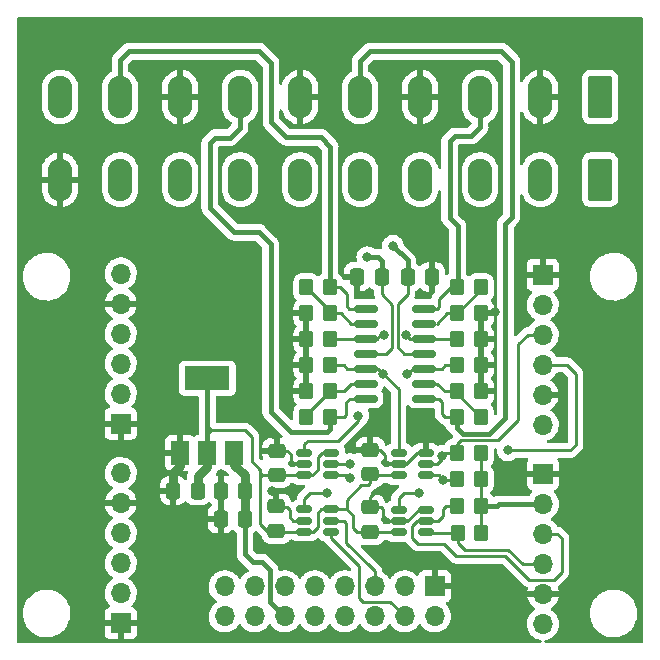
<source format=gbr>
%TF.GenerationSoftware,KiCad,Pcbnew,6.0.11+dfsg-1~bpo11+1*%
%TF.CreationDate,2023-04-06T13:38:35+02:00*%
%TF.ProjectId,aout-4_11,616f7574-2d34-45f3-9131-2e6b69636164,1.1*%
%TF.SameCoordinates,Original*%
%TF.FileFunction,Copper,L1,Top*%
%TF.FilePolarity,Positive*%
%FSLAX46Y46*%
G04 Gerber Fmt 4.6, Leading zero omitted, Abs format (unit mm)*
G04 Created by KiCad (PCBNEW 6.0.11+dfsg-1~bpo11+1) date 2023-04-06 13:38:35*
%MOMM*%
%LPD*%
G01*
G04 APERTURE LIST*
G04 Aperture macros list*
%AMRoundRect*
0 Rectangle with rounded corners*
0 $1 Rounding radius*
0 $2 $3 $4 $5 $6 $7 $8 $9 X,Y pos of 4 corners*
0 Add a 4 corners polygon primitive as box body*
4,1,4,$2,$3,$4,$5,$6,$7,$8,$9,$2,$3,0*
0 Add four circle primitives for the rounded corners*
1,1,$1+$1,$2,$3*
1,1,$1+$1,$4,$5*
1,1,$1+$1,$6,$7*
1,1,$1+$1,$8,$9*
0 Add four rect primitives between the rounded corners*
20,1,$1+$1,$2,$3,$4,$5,0*
20,1,$1+$1,$4,$5,$6,$7,0*
20,1,$1+$1,$6,$7,$8,$9,0*
20,1,$1+$1,$8,$9,$2,$3,0*%
G04 Aperture macros list end*
%TA.AperFunction,ComponentPad*%
%ADD10RoundRect,0.249999X0.790001X1.550001X-0.790001X1.550001X-0.790001X-1.550001X0.790001X-1.550001X0*%
%TD*%
%TA.AperFunction,ComponentPad*%
%ADD11O,2.080000X3.600000*%
%TD*%
%TA.AperFunction,SMDPad,CuDef*%
%ADD12RoundRect,0.250000X-0.350000X-0.450000X0.350000X-0.450000X0.350000X0.450000X-0.350000X0.450000X0*%
%TD*%
%TA.AperFunction,SMDPad,CuDef*%
%ADD13RoundRect,0.250000X0.350000X0.450000X-0.350000X0.450000X-0.350000X-0.450000X0.350000X-0.450000X0*%
%TD*%
%TA.AperFunction,SMDPad,CuDef*%
%ADD14RoundRect,0.250000X0.337500X0.475000X-0.337500X0.475000X-0.337500X-0.475000X0.337500X-0.475000X0*%
%TD*%
%TA.AperFunction,ComponentPad*%
%ADD15R,1.700000X1.700000*%
%TD*%
%TA.AperFunction,ComponentPad*%
%ADD16O,1.700000X1.700000*%
%TD*%
%TA.AperFunction,SMDPad,CuDef*%
%ADD17RoundRect,0.150000X-0.512500X-0.150000X0.512500X-0.150000X0.512500X0.150000X-0.512500X0.150000X0*%
%TD*%
%TA.AperFunction,SMDPad,CuDef*%
%ADD18R,1.500000X2.000000*%
%TD*%
%TA.AperFunction,SMDPad,CuDef*%
%ADD19R,3.800000X2.000000*%
%TD*%
%TA.AperFunction,SMDPad,CuDef*%
%ADD20RoundRect,0.150000X-0.825000X-0.150000X0.825000X-0.150000X0.825000X0.150000X-0.825000X0.150000X0*%
%TD*%
%TA.AperFunction,SMDPad,CuDef*%
%ADD21RoundRect,0.250000X0.475000X-0.337500X0.475000X0.337500X-0.475000X0.337500X-0.475000X-0.337500X0*%
%TD*%
%TA.AperFunction,ViaPad*%
%ADD22C,0.800000*%
%TD*%
%TA.AperFunction,Conductor*%
%ADD23C,0.250000*%
%TD*%
%TA.AperFunction,Conductor*%
%ADD24C,0.400000*%
%TD*%
%TA.AperFunction,Conductor*%
%ADD25C,0.800000*%
%TD*%
G04 APERTURE END LIST*
D10*
%TO.P,J3,1,Pin_1*%
%TO.N,+VSW*%
X168360000Y-80277500D03*
D11*
%TO.P,J3,2,Pin_2*%
%TO.N,Earth*%
X163280000Y-80277500D03*
%TO.P,J3,3,Pin_3*%
%TO.N,+VSW*%
X158200000Y-80277500D03*
%TO.P,J3,4,Pin_4*%
%TO.N,Earth*%
X153120000Y-80277500D03*
%TO.P,J3,5,Pin_5*%
%TO.N,+VSW*%
X148040000Y-80277500D03*
%TO.P,J3,6,Pin_6*%
%TO.N,Earth*%
X142960000Y-80277500D03*
%TO.P,J3,7,Pin_7*%
%TO.N,+VSW*%
X137880000Y-80277500D03*
%TO.P,J3,8,Pin_8*%
%TO.N,Earth*%
X132800000Y-80277500D03*
%TO.P,J3,9,Pin_9*%
%TO.N,+VSW*%
X127720000Y-80277500D03*
%TO.P,J3,10,Pin_10*%
%TO.N,GNDD*%
X122640000Y-80277500D03*
%TD*%
D12*
%TO.P,R1,1*%
%TO.N,/SDA1*%
X156250000Y-107900000D03*
%TO.P,R1,2*%
%TO.N,+5V*%
X158250000Y-107900000D03*
%TD*%
D13*
%TO.P,R11,1*%
%TO.N,GNDD*%
X158250000Y-91600000D03*
%TO.P,R11,2*%
%TO.N,Net-(R11-Pad2)*%
X156250000Y-91600000D03*
%TD*%
D12*
%TO.P,R16,1*%
%TO.N,/SCL1*%
X156300000Y-110200000D03*
%TO.P,R16,2*%
%TO.N,+5V*%
X158300000Y-110200000D03*
%TD*%
D14*
%TO.P,C6,1*%
%TO.N,+12V*%
X149870000Y-88500000D03*
%TO.P,C6,2*%
%TO.N,GNDD*%
X147795000Y-88500000D03*
%TD*%
D15*
%TO.P,J6,1,Pin_1*%
%TO.N,GNDD*%
X127775000Y-117825000D03*
D16*
%TO.P,J6,2,Pin_2*%
%TO.N,+5V*%
X127775000Y-115285000D03*
%TO.P,J6,3,Pin_3*%
%TO.N,/SDA1*%
X127775000Y-112745000D03*
%TO.P,J6,4,Pin_4*%
%TO.N,/SCL1*%
X127775000Y-110205000D03*
%TO.P,J6,5,Pin_5*%
%TO.N,GNDD*%
X127775000Y-107665000D03*
%TO.P,J6,6,Pin_6*%
%TO.N,/VOM3*%
X127775000Y-105125000D03*
%TD*%
D17*
%TO.P,U5,1,VOUT*%
%TO.N,/VOM3*%
X143325000Y-108200000D03*
%TO.P,U5,2,VSS*%
%TO.N,GNDD*%
X143325000Y-109150000D03*
%TO.P,U5,3,VDD*%
%TO.N,+5VA*%
X143325000Y-110100000D03*
%TO.P,U5,4,SDA*%
%TO.N,/SCL1*%
X145600000Y-110100000D03*
%TO.P,U5,5,SCL*%
%TO.N,/SDA1*%
X145600000Y-109150000D03*
%TO.P,U5,6,A0*%
%TO.N,+5VA*%
X145600000Y-108200000D03*
%TD*%
D10*
%TO.P,J2,1,Pin_1*%
%TO.N,Earth*%
X168360000Y-73277500D03*
D11*
%TO.P,J2,2,Pin_2*%
%TO.N,GNDD*%
X163280000Y-73277500D03*
%TO.P,J2,3,Pin_3*%
%TO.N,/VO4*%
X158200000Y-73277500D03*
%TO.P,J2,4,Pin_4*%
%TO.N,GNDD*%
X153120000Y-73277500D03*
%TO.P,J2,5,Pin_5*%
%TO.N,/VO3*%
X148040000Y-73277500D03*
%TO.P,J2,6,Pin_6*%
%TO.N,GNDD*%
X142960000Y-73277500D03*
%TO.P,J2,7,Pin_7*%
%TO.N,/VO2*%
X137880000Y-73277500D03*
%TO.P,J2,8,Pin_8*%
%TO.N,GNDD*%
X132800000Y-73277500D03*
%TO.P,J2,9,Pin_9*%
%TO.N,/VO1*%
X127720000Y-73277500D03*
%TO.P,J2,10,Pin_10*%
%TO.N,+VSW*%
X122640000Y-73277500D03*
%TD*%
D13*
%TO.P,R10,1*%
%TO.N,GNDD*%
X158250000Y-98200000D03*
%TO.P,R10,2*%
%TO.N,Net-(R10-Pad2)*%
X156250000Y-98200000D03*
%TD*%
D12*
%TO.P,R5,1*%
%TO.N,GNDD*%
X143500000Y-98200000D03*
%TO.P,R5,2*%
%TO.N,Net-(R5-Pad2)*%
X145500000Y-98200000D03*
%TD*%
D13*
%TO.P,R12,1*%
%TO.N,GNDD*%
X158250000Y-96000000D03*
%TO.P,R12,2*%
%TO.N,/VOM3*%
X156250000Y-96000000D03*
%TD*%
D18*
%TO.P,U2,1,GND*%
%TO.N,GNDD*%
X132800000Y-103400000D03*
D19*
%TO.P,U2,2,VO*%
%TO.N,+5VA*%
X135100000Y-97100000D03*
D18*
X135100000Y-103400000D03*
%TO.P,U2,3,VI*%
%TO.N,+12V*%
X137400000Y-103400000D03*
%TD*%
D20*
%TO.P,U4,1*%
%TO.N,/VO1*%
X148525000Y-91190000D03*
%TO.P,U4,2,-*%
%TO.N,Net-(R4-Pad2)*%
X148525000Y-92460000D03*
%TO.P,U4,3,+*%
%TO.N,/VOM1*%
X148525000Y-93730000D03*
%TO.P,U4,4,V+*%
%TO.N,+12V*%
X148525000Y-95000000D03*
%TO.P,U4,5,+*%
%TO.N,/VOM2*%
X148525000Y-96270000D03*
%TO.P,U4,6,-*%
%TO.N,Net-(R5-Pad2)*%
X148525000Y-97540000D03*
%TO.P,U4,7*%
%TO.N,/VO2*%
X148525000Y-98810000D03*
%TO.P,U4,8*%
%TO.N,/VO3*%
X153475000Y-98810000D03*
%TO.P,U4,9,-*%
%TO.N,Net-(R10-Pad2)*%
X153475000Y-97540000D03*
%TO.P,U4,10,+*%
%TO.N,/VOM3*%
X153475000Y-96270000D03*
%TO.P,U4,11,V-*%
%TO.N,-12V*%
X153475000Y-95000000D03*
%TO.P,U4,12,+*%
%TO.N,/VOM4*%
X153475000Y-93730000D03*
%TO.P,U4,13,-*%
%TO.N,Net-(R11-Pad2)*%
X153475000Y-92460000D03*
%TO.P,U4,14*%
%TO.N,/VO4*%
X153475000Y-91190000D03*
%TD*%
D13*
%TO.P,R15,1*%
%TO.N,Net-(R11-Pad2)*%
X158250000Y-89400000D03*
%TO.P,R15,2*%
%TO.N,/VO4*%
X156250000Y-89400000D03*
%TD*%
D12*
%TO.P,R3,1*%
%TO.N,/SCL0*%
X156250000Y-105650000D03*
%TO.P,R3,2*%
%TO.N,+5V*%
X158250000Y-105650000D03*
%TD*%
D15*
%TO.P,J5,1,Pin_1*%
%TO.N,GNDD*%
X163500000Y-88340000D03*
D16*
%TO.P,J5,2,Pin_2*%
%TO.N,+5V*%
X163500000Y-90880000D03*
%TO.P,J5,3,Pin_3*%
%TO.N,/SDA0*%
X163500000Y-93420000D03*
%TO.P,J5,4,Pin_4*%
%TO.N,/SCL0*%
X163500000Y-95960000D03*
%TO.P,J5,5,Pin_5*%
%TO.N,GNDD*%
X163500000Y-98500000D03*
%TO.P,J5,6,Pin_6*%
%TO.N,/VOM2*%
X163500000Y-101040000D03*
%TD*%
D14*
%TO.P,C4,1*%
%TO.N,+5VA*%
X134300000Y-106600000D03*
%TO.P,C4,2*%
%TO.N,GNDD*%
X132225000Y-106600000D03*
%TD*%
D21*
%TO.P,C3,1*%
%TO.N,+5VA*%
X148900000Y-105225000D03*
%TO.P,C3,2*%
%TO.N,GNDD*%
X148900000Y-103150000D03*
%TD*%
D12*
%TO.P,R8,1*%
%TO.N,Net-(R4-Pad2)*%
X143500000Y-89400000D03*
%TO.P,R8,2*%
%TO.N,/VO1*%
X145500000Y-89400000D03*
%TD*%
%TO.P,R9,1*%
%TO.N,Net-(R5-Pad2)*%
X143500000Y-100400000D03*
%TO.P,R9,2*%
%TO.N,/VO2*%
X145500000Y-100400000D03*
%TD*%
%TO.P,R7,1*%
%TO.N,GNDD*%
X143500000Y-96000000D03*
%TO.P,R7,2*%
%TO.N,/VOM2*%
X145500000Y-96000000D03*
%TD*%
D13*
%TO.P,R14,1*%
%TO.N,Net-(R10-Pad2)*%
X158250000Y-100400000D03*
%TO.P,R14,2*%
%TO.N,/VO3*%
X156250000Y-100400000D03*
%TD*%
D12*
%TO.P,R6,1*%
%TO.N,GNDD*%
X143500000Y-93800000D03*
%TO.P,R6,2*%
%TO.N,/VOM1*%
X145500000Y-93800000D03*
%TD*%
D21*
%TO.P,C10,1*%
%TO.N,+5VA*%
X148900000Y-110100000D03*
%TO.P,C10,2*%
%TO.N,GNDD*%
X148900000Y-108025000D03*
%TD*%
D14*
%TO.P,C1,1*%
%TO.N,+12V*%
X138325000Y-106600000D03*
%TO.P,C1,2*%
%TO.N,GNDD*%
X136250000Y-106600000D03*
%TD*%
D15*
%TO.P,J7,1,Pin_1*%
%TO.N,GNDD*%
X163525000Y-105200000D03*
D16*
%TO.P,J7,2,Pin_2*%
%TO.N,+5V*%
X163525000Y-107740000D03*
%TO.P,J7,3,Pin_3*%
%TO.N,/SDA1*%
X163525000Y-110280000D03*
%TO.P,J7,4,Pin_4*%
%TO.N,/SCL1*%
X163525000Y-112820000D03*
%TO.P,J7,5,Pin_5*%
%TO.N,GNDD*%
X163525000Y-115360000D03*
%TO.P,J7,6,Pin_6*%
%TO.N,/VOM4*%
X163525000Y-117900000D03*
%TD*%
D12*
%TO.P,R2,1*%
%TO.N,/SDA0*%
X156250000Y-103450000D03*
%TO.P,R2,2*%
%TO.N,+5V*%
X158250000Y-103450000D03*
%TD*%
D13*
%TO.P,R13,1*%
%TO.N,GNDD*%
X158250000Y-93800000D03*
%TO.P,R13,2*%
%TO.N,/VOM4*%
X156250000Y-93800000D03*
%TD*%
D17*
%TO.P,U1,1,VOUT*%
%TO.N,/VOM1*%
X143325000Y-103400000D03*
%TO.P,U1,2,VSS*%
%TO.N,GNDD*%
X143325000Y-104350000D03*
%TO.P,U1,3,VDD*%
%TO.N,+5VA*%
X143325000Y-105300000D03*
%TO.P,U1,4,SDA*%
%TO.N,/SCL0*%
X145600000Y-105300000D03*
%TO.P,U1,5,SCL*%
%TO.N,/SDA0*%
X145600000Y-104350000D03*
%TO.P,U1,6,A0*%
%TO.N,+5VA*%
X145600000Y-103400000D03*
%TD*%
D12*
%TO.P,R4,1*%
%TO.N,GNDD*%
X143500000Y-91600000D03*
%TO.P,R4,2*%
%TO.N,Net-(R4-Pad2)*%
X145500000Y-91600000D03*
%TD*%
D14*
%TO.P,C7,1*%
%TO.N,GNDD*%
X154135000Y-88520000D03*
%TO.P,C7,2*%
%TO.N,-12V*%
X152060000Y-88520000D03*
%TD*%
%TO.P,C2,1*%
%TO.N,+12V*%
X138300000Y-109000000D03*
%TO.P,C2,2*%
%TO.N,GNDD*%
X136225000Y-109000000D03*
%TD*%
D17*
%TO.P,U3,1,VOUT*%
%TO.N,/VOM2*%
X151312500Y-103400000D03*
%TO.P,U3,2,VSS*%
%TO.N,GNDD*%
X151312500Y-104350000D03*
%TO.P,U3,3,VDD*%
%TO.N,+5VA*%
X151312500Y-105300000D03*
%TO.P,U3,4,SDA*%
%TO.N,/SCL0*%
X153587500Y-105300000D03*
%TO.P,U3,5,SCL*%
%TO.N,/SDA0*%
X153587500Y-104350000D03*
%TO.P,U3,6,A0*%
%TO.N,GNDD*%
X153587500Y-103400000D03*
%TD*%
D21*
%TO.P,C8,1*%
%TO.N,+5VA*%
X141000000Y-105300000D03*
%TO.P,C8,2*%
%TO.N,GNDD*%
X141000000Y-103225000D03*
%TD*%
D15*
%TO.P,J4,1,Pin_1*%
%TO.N,GNDD*%
X127775000Y-100925000D03*
D16*
%TO.P,J4,2,Pin_2*%
%TO.N,+5V*%
X127775000Y-98385000D03*
%TO.P,J4,3,Pin_3*%
%TO.N,/SDA0*%
X127775000Y-95845000D03*
%TO.P,J4,4,Pin_4*%
%TO.N,/SCL0*%
X127775000Y-93305000D03*
%TO.P,J4,5,Pin_5*%
%TO.N,GNDD*%
X127775000Y-90765000D03*
%TO.P,J4,6,Pin_6*%
%TO.N,/VOM1*%
X127775000Y-88225000D03*
%TD*%
D17*
%TO.P,U6,1,VOUT*%
%TO.N,/VOM4*%
X151312500Y-108250000D03*
%TO.P,U6,2,VSS*%
%TO.N,GNDD*%
X151312500Y-109200000D03*
%TO.P,U6,3,VDD*%
%TO.N,+5VA*%
X151312500Y-110150000D03*
%TO.P,U6,4,SDA*%
%TO.N,/SCL1*%
X153587500Y-110150000D03*
%TO.P,U6,5,SCL*%
%TO.N,/SDA1*%
X153587500Y-109200000D03*
%TO.P,U6,6,A0*%
%TO.N,GNDD*%
X153587500Y-108250000D03*
%TD*%
D15*
%TO.P,J1,1,Pin_1*%
%TO.N,GNDD*%
X154370000Y-114710000D03*
D16*
%TO.P,J1,2,Pin_2*%
%TO.N,/SCL0*%
X154370000Y-117250000D03*
%TO.P,J1,3,Pin_3*%
%TO.N,/SDA0*%
X151830000Y-114710000D03*
%TO.P,J1,4,Pin_4*%
%TO.N,/SCL1*%
X151830000Y-117250000D03*
%TO.P,J1,5,Pin_5*%
%TO.N,/SDA1*%
X149290000Y-114710000D03*
%TO.P,J1,6,Pin_6*%
%TO.N,unconnected-(J1-Pad6)*%
X149290000Y-117250000D03*
%TO.P,J1,7,Pin_7*%
%TO.N,unconnected-(J1-Pad7)*%
X146750000Y-114710000D03*
%TO.P,J1,8,Pin_8*%
%TO.N,unconnected-(J1-Pad8)*%
X146750000Y-117250000D03*
%TO.P,J1,9,Pin_9*%
%TO.N,unconnected-(J1-Pad9)*%
X144210000Y-114710000D03*
%TO.P,J1,10,Pin_10*%
%TO.N,+5V*%
X144210000Y-117250000D03*
%TO.P,J1,11,Pin_11*%
%TO.N,-12V*%
X141670000Y-114710000D03*
%TO.P,J1,12,Pin_12*%
%TO.N,+12V*%
X141670000Y-117250000D03*
%TO.P,J1,13,Pin_13*%
%TO.N,GNDD*%
X139130000Y-114710000D03*
%TO.P,J1,14,Pin_14*%
%TO.N,Earth*%
X139130000Y-117250000D03*
%TO.P,J1,15,Pin_15*%
%TO.N,+VSW*%
X136590000Y-114710000D03*
%TO.P,J1,16,Pin_16*%
X136590000Y-117250000D03*
%TD*%
D21*
%TO.P,C9,1*%
%TO.N,+5VA*%
X140950000Y-110025000D03*
%TO.P,C9,2*%
%TO.N,GNDD*%
X140950000Y-107950000D03*
%TD*%
D22*
%TO.N,GNDD*%
X140600000Y-106670000D03*
X140700000Y-101810000D03*
X154100000Y-101960000D03*
%TO.N,+12V*%
X148640000Y-86830000D03*
%TO.N,GNDD*%
X150300000Y-106850000D03*
X159500000Y-91500000D03*
X145250000Y-112550000D03*
%TO.N,-12V*%
X150820000Y-85860000D03*
%TO.N,/SCL0*%
X155100000Y-105700000D03*
X160550000Y-103200000D03*
X147200000Y-105500000D03*
%TO.N,/SDA0*%
X155000000Y-103650000D03*
X147150000Y-104350000D03*
%TO.N,/VOM1*%
X147900000Y-100250000D03*
X150035500Y-93450000D03*
%TO.N,/VOM2*%
X150000000Y-96700000D03*
%TO.N,/VOM3*%
X152050000Y-96700000D03*
X145250000Y-106800000D03*
%TO.N,/VOM4*%
X151950000Y-93450000D03*
X153000000Y-106800000D03*
%TD*%
D23*
%TO.N,GNDD*%
X140950000Y-107020000D02*
X140600000Y-106670000D01*
X140950000Y-107950000D02*
X140950000Y-107020000D01*
X141000000Y-102110000D02*
X140700000Y-101810000D01*
X141000000Y-103225000D02*
X141000000Y-102110000D01*
X153587500Y-102472500D02*
X154100000Y-101960000D01*
X153587500Y-103400000D02*
X153587500Y-102472500D01*
D24*
%TO.N,+12V*%
X148640000Y-86830000D02*
X149520000Y-86830000D01*
D23*
X148525000Y-95000000D02*
X150260000Y-95000000D01*
D25*
X138325000Y-105325000D02*
X138325000Y-106600000D01*
D24*
X138940000Y-112640000D02*
X138300000Y-112000000D01*
D23*
X149870000Y-89970000D02*
X149870000Y-88500000D01*
D24*
X139720000Y-112640000D02*
X138940000Y-112640000D01*
D25*
X138325000Y-108975000D02*
X138300000Y-109000000D01*
D23*
X150760000Y-90860000D02*
X149870000Y-89970000D01*
D24*
X140420000Y-113340000D02*
X139720000Y-112640000D01*
D23*
X150760000Y-94500000D02*
X150760000Y-90860000D01*
D24*
X149870000Y-87180000D02*
X149870000Y-88500000D01*
X140420000Y-116000000D02*
X140420000Y-113340000D01*
D25*
X137400000Y-104400000D02*
X138325000Y-105325000D01*
D23*
X150260000Y-95000000D02*
X150760000Y-94500000D01*
D25*
X137400000Y-103400000D02*
X137400000Y-104400000D01*
D24*
X149520000Y-86830000D02*
X149870000Y-87180000D01*
D25*
X138325000Y-106600000D02*
X138325000Y-108975000D01*
D24*
X138300000Y-112000000D02*
X138300000Y-109000000D01*
X141670000Y-117250000D02*
X140420000Y-116000000D01*
D23*
%TO.N,GNDD*%
X141875000Y-103225000D02*
X142150000Y-103500000D01*
X152900000Y-103400000D02*
X153587500Y-103400000D01*
X151312500Y-109200000D02*
X150450000Y-109200000D01*
D24*
X159400000Y-91600000D02*
X159500000Y-91500000D01*
D25*
X132800000Y-104530000D02*
X132200000Y-105130000D01*
D23*
X150450000Y-109200000D02*
X149975000Y-108725000D01*
X152050000Y-109200000D02*
X153000000Y-108250000D01*
X142100000Y-108250000D02*
X142100000Y-108850000D01*
X141000000Y-108000000D02*
X141850000Y-108000000D01*
X140950000Y-107950000D02*
X141000000Y-108000000D01*
X148900000Y-108025000D02*
X149825000Y-108025000D01*
D25*
X132200000Y-105130000D02*
X132200000Y-106575000D01*
D23*
X148900000Y-103150000D02*
X149700000Y-103150000D01*
X151312500Y-109200000D02*
X152050000Y-109200000D01*
X141850000Y-108000000D02*
X142100000Y-108250000D01*
X142150000Y-104150000D02*
X142350000Y-104350000D01*
X150150000Y-104150000D02*
X150350000Y-104350000D01*
X153000000Y-108250000D02*
X153587500Y-108250000D01*
X141000000Y-103225000D02*
X141875000Y-103225000D01*
X142400000Y-109150000D02*
X143325000Y-109150000D01*
X149700000Y-103150000D02*
X150150000Y-103600000D01*
D24*
X158250000Y-91600000D02*
X159400000Y-91600000D01*
D23*
X148900000Y-107150000D02*
X149200000Y-106850000D01*
X148900000Y-108025000D02*
X148900000Y-107150000D01*
X142150000Y-103500000D02*
X142150000Y-104150000D01*
X142100000Y-108850000D02*
X142400000Y-109150000D01*
D25*
X132800000Y-103400000D02*
X132800000Y-104530000D01*
D23*
X149200000Y-106850000D02*
X150300000Y-106850000D01*
X150150000Y-103600000D02*
X150150000Y-104150000D01*
X151312500Y-104350000D02*
X151950000Y-104350000D01*
X151950000Y-104350000D02*
X152900000Y-103400000D01*
X150350000Y-104350000D02*
X151312500Y-104350000D01*
X149975000Y-108175000D02*
X149975000Y-108725000D01*
X149825000Y-108025000D02*
X149975000Y-108175000D01*
X142350000Y-104350000D02*
X143325000Y-104350000D01*
D25*
X132200000Y-106575000D02*
X132225000Y-106600000D01*
D23*
%TO.N,+5VA*%
X139600000Y-109450000D02*
X139600000Y-105800000D01*
D24*
X135100000Y-99990000D02*
X135100000Y-101150000D01*
D23*
X144750000Y-108200000D02*
X145600000Y-108200000D01*
X146550000Y-108200000D02*
X146750000Y-108200000D01*
X144000000Y-105300000D02*
X144450000Y-104850000D01*
X143325000Y-110100000D02*
X144050000Y-110100000D01*
X143325000Y-110100000D02*
X141025000Y-110100000D01*
D24*
X135100000Y-101950000D02*
X135100000Y-101750000D01*
D23*
X139600000Y-105800000D02*
X139600000Y-105150000D01*
D24*
X135100000Y-101950000D02*
X135100000Y-103400000D01*
D23*
X146750000Y-108200000D02*
X146900000Y-108050000D01*
D24*
X135100000Y-101750000D02*
X135350000Y-101500000D01*
D23*
X151312500Y-110150000D02*
X148950000Y-110150000D01*
X146900000Y-108050000D02*
X146900000Y-108200000D01*
D24*
X135100000Y-101150000D02*
X135100000Y-101500000D01*
D23*
X144800000Y-103400000D02*
X145600000Y-103400000D01*
X144450000Y-108500000D02*
X144750000Y-108200000D01*
X139600000Y-105450000D02*
X139750000Y-105300000D01*
X151312500Y-105300000D02*
X148975000Y-105300000D01*
D24*
X135100000Y-99270000D02*
X135100000Y-99480000D01*
D23*
X138850000Y-104100000D02*
X138850000Y-102850000D01*
X140950000Y-110025000D02*
X140175000Y-110025000D01*
D24*
X135100000Y-101250000D02*
X135350000Y-101500000D01*
D23*
X148900000Y-105950000D02*
X148900000Y-105225000D01*
X145600000Y-108200000D02*
X146550000Y-108200000D01*
X139750000Y-105300000D02*
X139600000Y-105150000D01*
X147450000Y-109750000D02*
X147800000Y-110100000D01*
D24*
X135100000Y-97100000D02*
X135100000Y-99270000D01*
X135100000Y-101500000D02*
X135100000Y-101950000D01*
D23*
X144450000Y-103750000D02*
X144800000Y-103400000D01*
D25*
X135100000Y-104610000D02*
X134300000Y-105410000D01*
X135100000Y-103400000D02*
X135100000Y-104610000D01*
X134300000Y-105410000D02*
X134300000Y-106600000D01*
D23*
X135350000Y-101500000D02*
X135100000Y-101500000D01*
X148150000Y-106150000D02*
X148700000Y-106150000D01*
D24*
X135100000Y-99480000D02*
X135100000Y-99990000D01*
D23*
X139600000Y-105800000D02*
X139600000Y-105450000D01*
X139600000Y-104850000D02*
X138850000Y-104100000D01*
X140175000Y-110025000D02*
X139600000Y-109450000D01*
X146900000Y-108200000D02*
X147450000Y-108750000D01*
X141025000Y-110100000D02*
X140950000Y-110025000D01*
X138850000Y-102050000D02*
X138300000Y-101500000D01*
X144050000Y-110100000D02*
X144450000Y-109700000D01*
X148950000Y-110150000D02*
X148900000Y-110100000D01*
X146550000Y-108200000D02*
X146900000Y-108200000D01*
D24*
X135100000Y-101150000D02*
X135100000Y-101250000D01*
D23*
X147800000Y-110100000D02*
X148900000Y-110100000D01*
X148700000Y-106150000D02*
X148900000Y-105950000D01*
X144450000Y-104850000D02*
X144450000Y-103750000D01*
X148975000Y-105300000D02*
X148900000Y-105225000D01*
X139600000Y-105150000D02*
X139600000Y-104850000D01*
X143325000Y-105300000D02*
X144000000Y-105300000D01*
X146900000Y-108050000D02*
X146900000Y-107400000D01*
X141000000Y-105300000D02*
X139750000Y-105300000D01*
X147450000Y-108750000D02*
X147450000Y-109750000D01*
X138850000Y-102850000D02*
X138850000Y-102050000D01*
X143325000Y-105300000D02*
X141000000Y-105300000D01*
X146900000Y-107400000D02*
X148150000Y-106150000D01*
X138300000Y-101500000D02*
X135350000Y-101500000D01*
X144450000Y-109700000D02*
X144450000Y-108500000D01*
D24*
%TO.N,+5V*%
X159760000Y-107740000D02*
X159600000Y-107900000D01*
D23*
X158250000Y-103450000D02*
X158250000Y-105650000D01*
D24*
X163525000Y-107740000D02*
X159760000Y-107740000D01*
D23*
X158250000Y-105650000D02*
X158250000Y-107900000D01*
X158250000Y-107900000D02*
X158250000Y-110150000D01*
D24*
X159600000Y-107900000D02*
X158250000Y-107900000D01*
D23*
%TO.N,-12V*%
X151210000Y-90820000D02*
X152060000Y-89970000D01*
X152060000Y-88520000D02*
X152060000Y-89970000D01*
D24*
X150820000Y-85860000D02*
X152060000Y-87100000D01*
D23*
X153475000Y-95000000D02*
X151750000Y-95000000D01*
D24*
X152060000Y-87100000D02*
X152060000Y-88520000D01*
D23*
X151750000Y-95000000D02*
X151210000Y-94460000D01*
X151210000Y-94460000D02*
X151210000Y-90820000D01*
%TO.N,/SCL0*%
X160550000Y-103200000D02*
X165850000Y-103200000D01*
X154700000Y-105300000D02*
X155100000Y-105700000D01*
X165540000Y-95960000D02*
X163500000Y-95960000D01*
X155100000Y-105700000D02*
X156200000Y-105700000D01*
X165850000Y-103200000D02*
X166310000Y-102740000D01*
X145600000Y-105300000D02*
X147000000Y-105300000D01*
X153587500Y-105300000D02*
X154700000Y-105300000D01*
X166310000Y-102740000D02*
X166310000Y-96730000D01*
X166310000Y-96730000D02*
X165540000Y-95960000D01*
X156200000Y-105700000D02*
X156250000Y-105650000D01*
X147000000Y-105300000D02*
X147200000Y-105500000D01*
%TO.N,/SDA0*%
X156250000Y-103450000D02*
X155200000Y-103450000D01*
X155200000Y-103450000D02*
X155000000Y-103650000D01*
X156550000Y-102350000D02*
X159720000Y-102350000D01*
X145600000Y-104350000D02*
X147150000Y-104350000D01*
X153587500Y-104350000D02*
X154550000Y-104350000D01*
X162240000Y-93420000D02*
X163500000Y-93420000D01*
X154550000Y-104350000D02*
X155000000Y-103900000D01*
X156250000Y-102650000D02*
X156550000Y-102350000D01*
X161430000Y-94230000D02*
X162240000Y-93420000D01*
X159720000Y-102350000D02*
X161430000Y-100640000D01*
X161430000Y-100640000D02*
X161430000Y-94230000D01*
X155000000Y-103900000D02*
X155000000Y-103650000D01*
X156250000Y-103450000D02*
X156250000Y-102650000D01*
%TO.N,/SCL1*%
X160600000Y-111600000D02*
X161820000Y-112820000D01*
X147950000Y-113000000D02*
X147950000Y-115700000D01*
X150580000Y-116000000D02*
X151830000Y-117250000D01*
X153637500Y-110200000D02*
X153587500Y-110150000D01*
X147950000Y-115700000D02*
X148250000Y-116000000D01*
X156300000Y-110200000D02*
X156300000Y-111000000D01*
X145600000Y-110650000D02*
X147950000Y-113000000D01*
X156300000Y-110200000D02*
X153637500Y-110200000D01*
X156300000Y-111000000D02*
X156900000Y-111600000D01*
X161820000Y-112820000D02*
X163525000Y-112820000D01*
X148250000Y-116000000D02*
X150580000Y-116000000D01*
X156900000Y-111600000D02*
X160600000Y-111600000D01*
X145600000Y-110100000D02*
X145600000Y-110650000D01*
%TO.N,/SDA1*%
X152450000Y-110600000D02*
X152950000Y-111100000D01*
X146650000Y-109150000D02*
X146850000Y-109350000D01*
X152450000Y-109600000D02*
X152450000Y-110600000D01*
X156200000Y-112150000D02*
X160350000Y-112150000D01*
X155050000Y-108750000D02*
X155050000Y-108200000D01*
X165100000Y-113500000D02*
X165100000Y-110650000D01*
X154600000Y-109200000D02*
X155050000Y-108750000D01*
X149290000Y-113440000D02*
X148850000Y-113000000D01*
X162350000Y-114150000D02*
X164450000Y-114150000D01*
X146850000Y-109350000D02*
X146850000Y-111000000D01*
X164450000Y-114150000D02*
X165100000Y-113500000D01*
X153587500Y-109200000D02*
X152850000Y-109200000D01*
X160350000Y-112150000D02*
X162350000Y-114150000D01*
X152950000Y-111100000D02*
X155150000Y-111100000D01*
X155150000Y-111100000D02*
X156200000Y-112150000D01*
X146850000Y-111000000D02*
X148850000Y-113000000D01*
X163545000Y-110300000D02*
X163525000Y-110280000D01*
X155050000Y-108200000D02*
X155350000Y-107900000D01*
X149290000Y-114710000D02*
X149290000Y-113440000D01*
X155350000Y-107900000D02*
X156250000Y-107900000D01*
X145600000Y-109150000D02*
X146650000Y-109150000D01*
X153587500Y-109200000D02*
X154600000Y-109200000D01*
X165100000Y-110650000D02*
X164750000Y-110300000D01*
X152850000Y-109200000D02*
X152450000Y-109600000D01*
X164750000Y-110300000D02*
X163545000Y-110300000D01*
D24*
%TO.N,/VO4*%
X156300000Y-84180000D02*
X156300000Y-89400000D01*
D23*
X154710000Y-90400000D02*
X154710000Y-91050000D01*
X155710000Y-89400000D02*
X154710000Y-90400000D01*
D24*
X158200000Y-73277500D02*
X158200000Y-75810000D01*
X157430000Y-76580000D02*
X156070000Y-76580000D01*
X156070000Y-76580000D02*
X155610000Y-77040000D01*
X155610000Y-77040000D02*
X155610000Y-83490000D01*
D23*
X156250000Y-89400000D02*
X155710000Y-89400000D01*
D24*
X158200000Y-75810000D02*
X157430000Y-76580000D01*
X155610000Y-83490000D02*
X156300000Y-84180000D01*
D23*
X154570000Y-91190000D02*
X153475000Y-91190000D01*
X154710000Y-91050000D02*
X154570000Y-91190000D01*
D24*
%TO.N,/VO3*%
X160330000Y-100450000D02*
X158990000Y-101790000D01*
X160330000Y-84010000D02*
X160330000Y-100450000D01*
D23*
X155270000Y-100400000D02*
X156250000Y-100400000D01*
X153475000Y-98810000D02*
X154720000Y-98810000D01*
X154720000Y-98810000D02*
X155000000Y-99090000D01*
D24*
X158990000Y-101790000D02*
X156740000Y-101790000D01*
D23*
X155000000Y-100130000D02*
X155270000Y-100400000D01*
D24*
X160000000Y-69400000D02*
X160880000Y-70280000D01*
X148040000Y-70260000D02*
X148900000Y-69400000D01*
X148900000Y-69400000D02*
X160000000Y-69400000D01*
X156250000Y-101300000D02*
X156250000Y-100400000D01*
D23*
X155000000Y-99090000D02*
X155000000Y-100130000D01*
D24*
X148040000Y-73277500D02*
X148040000Y-70260000D01*
X160880000Y-70280000D02*
X160880000Y-83460000D01*
X160880000Y-83460000D02*
X160330000Y-84010000D01*
X156740000Y-101790000D02*
X156250000Y-101300000D01*
%TO.N,/VO2*%
X137880000Y-73277500D02*
X137880000Y-75870000D01*
X145500000Y-101350000D02*
X145500000Y-100400000D01*
X135320000Y-82690000D02*
X137360000Y-84730000D01*
D23*
X146660000Y-100400000D02*
X145500000Y-100400000D01*
X148525000Y-98810000D02*
X147180000Y-98810000D01*
D24*
X145200000Y-101650000D02*
X145500000Y-101350000D01*
D23*
X146860000Y-100200000D02*
X146660000Y-100400000D01*
D24*
X137040000Y-76710000D02*
X135780000Y-76710000D01*
D23*
X147180000Y-98810000D02*
X146860000Y-99130000D01*
D24*
X142200000Y-101650000D02*
X145200000Y-101650000D01*
X137880000Y-75870000D02*
X137040000Y-76710000D01*
X139460000Y-84730000D02*
X140460000Y-85730000D01*
X140460000Y-99910000D02*
X142200000Y-101650000D01*
X135320000Y-77170000D02*
X135320000Y-82690000D01*
X135780000Y-76710000D02*
X135320000Y-77170000D01*
X140460000Y-85730000D02*
X140460000Y-99910000D01*
D23*
X146860000Y-99130000D02*
X146860000Y-100200000D01*
D24*
X137360000Y-84730000D02*
X139460000Y-84730000D01*
D23*
%TO.N,/VO1*%
X147120000Y-91190000D02*
X148525000Y-91190000D01*
X146900000Y-89960000D02*
X146900000Y-90970000D01*
X146340000Y-89400000D02*
X146900000Y-89960000D01*
D24*
X140500000Y-70400000D02*
X140500000Y-75380000D01*
X144700000Y-76680000D02*
X145500000Y-77480000D01*
X139500000Y-69400000D02*
X140500000Y-70400000D01*
X141800000Y-76680000D02*
X144700000Y-76680000D01*
X127720000Y-73277500D02*
X127720000Y-70180000D01*
X128500000Y-69400000D02*
X139500000Y-69400000D01*
X140500000Y-75380000D02*
X141800000Y-76680000D01*
D23*
X146900000Y-90970000D02*
X147120000Y-91190000D01*
X145500000Y-89400000D02*
X146340000Y-89400000D01*
D24*
X145500000Y-77480000D02*
X145500000Y-89400000D01*
X127720000Y-70180000D02*
X128500000Y-69400000D01*
D23*
%TO.N,/VOM1*%
X143400000Y-102600000D02*
X143600000Y-102400000D01*
X146100000Y-102400000D02*
X146150000Y-102400000D01*
X145500000Y-93800000D02*
X146700000Y-93800000D01*
X147900000Y-100650000D02*
X147900000Y-100250000D01*
X143325000Y-102675000D02*
X143400000Y-102600000D01*
X146700000Y-93800000D02*
X146770000Y-93730000D01*
X146150000Y-102400000D02*
X147850000Y-100700000D01*
X144850000Y-102400000D02*
X146100000Y-102400000D01*
X148525000Y-93730000D02*
X149470000Y-93730000D01*
X143600000Y-102400000D02*
X144850000Y-102400000D01*
X149470000Y-93730000D02*
X149750000Y-93450000D01*
X148525000Y-93730000D02*
X146770000Y-93730000D01*
X143325000Y-103400000D02*
X143325000Y-102675000D01*
X149750000Y-93450000D02*
X150035500Y-93450000D01*
X147850000Y-100700000D02*
X147900000Y-100650000D01*
%TO.N,/VOM2*%
X149570000Y-96270000D02*
X150000000Y-96700000D01*
X151312500Y-103400000D02*
X151312500Y-98012500D01*
X148525000Y-96270000D02*
X149570000Y-96270000D01*
X146700000Y-96000000D02*
X145500000Y-96000000D01*
X151312500Y-98012500D02*
X150000000Y-96700000D01*
X146970000Y-96270000D02*
X146700000Y-96000000D01*
X148525000Y-96270000D02*
X146970000Y-96270000D01*
%TO.N,/VOM3*%
X154980000Y-96270000D02*
X155250000Y-96000000D01*
X143325000Y-107375000D02*
X143325000Y-107275000D01*
X143325000Y-108200000D02*
X143325000Y-107375000D01*
X155250000Y-96000000D02*
X156250000Y-96000000D01*
X152480000Y-96270000D02*
X152050000Y-96700000D01*
X153475000Y-96270000D02*
X152480000Y-96270000D01*
X143325000Y-107275000D02*
X143800000Y-106800000D01*
X143800000Y-106800000D02*
X145250000Y-106800000D01*
X153475000Y-96270000D02*
X154980000Y-96270000D01*
%TO.N,Net-(R4-Pad2)*%
X146400000Y-91600000D02*
X145500000Y-91600000D01*
X147260000Y-92460000D02*
X146400000Y-91600000D01*
X143500000Y-89400000D02*
X145500000Y-91400000D01*
X145500000Y-91400000D02*
X145500000Y-91600000D01*
X148525000Y-92460000D02*
X147260000Y-92460000D01*
%TO.N,Net-(R5-Pad2)*%
X146650000Y-98200000D02*
X145500000Y-98200000D01*
X143500000Y-100400000D02*
X143500000Y-100200000D01*
X143500000Y-100200000D02*
X145500000Y-98200000D01*
X148525000Y-97540000D02*
X147310000Y-97540000D01*
X147310000Y-97540000D02*
X146650000Y-98200000D01*
%TO.N,Net-(R10-Pad2)*%
X156250000Y-98200000D02*
X156250000Y-98400000D01*
X154590000Y-97540000D02*
X153475000Y-97540000D01*
X156250000Y-98400000D02*
X158250000Y-100400000D01*
X155250000Y-98200000D02*
X154590000Y-97540000D01*
X156250000Y-98200000D02*
X155250000Y-98200000D01*
%TO.N,Net-(R11-Pad2)*%
X158250000Y-89600000D02*
X156250000Y-91600000D01*
X158250000Y-89400000D02*
X158250000Y-89600000D01*
X154540000Y-92460000D02*
X155400000Y-91600000D01*
X155400000Y-91600000D02*
X156250000Y-91600000D01*
%TO.N,/VOM4*%
X155150000Y-93800000D02*
X155080000Y-93730000D01*
X152230000Y-93730000D02*
X151950000Y-93450000D01*
X151312500Y-107237500D02*
X151750000Y-106800000D01*
X156250000Y-93800000D02*
X155150000Y-93800000D01*
X151312500Y-108250000D02*
X151312500Y-107237500D01*
X151750000Y-106800000D02*
X153000000Y-106800000D01*
X153475000Y-93730000D02*
X152230000Y-93730000D01*
X153475000Y-93730000D02*
X155080000Y-93730000D01*
%TD*%
%TA.AperFunction,Conductor*%
%TO.N,GNDD*%
G36*
X171933621Y-66528502D02*
G01*
X171980114Y-66582158D01*
X171991500Y-66634500D01*
X171991500Y-119365500D01*
X171971498Y-119433621D01*
X171917842Y-119480114D01*
X171865500Y-119491500D01*
X163768588Y-119491500D01*
X163700467Y-119471498D01*
X163653974Y-119417842D01*
X163643870Y-119347568D01*
X163673364Y-119282988D01*
X163733090Y-119244604D01*
X163752578Y-119240521D01*
X163803288Y-119234025D01*
X163803289Y-119234025D01*
X163808416Y-119233368D01*
X163813366Y-119231883D01*
X164017429Y-119170661D01*
X164017434Y-119170659D01*
X164022384Y-119169174D01*
X164222994Y-119070896D01*
X164404860Y-118941173D01*
X164433078Y-118913054D01*
X164559435Y-118787137D01*
X164563096Y-118783489D01*
X164568478Y-118776000D01*
X164690435Y-118606277D01*
X164693453Y-118602077D01*
X164703434Y-118581883D01*
X164790136Y-118406453D01*
X164790137Y-118406451D01*
X164792430Y-118401811D01*
X164857370Y-118188069D01*
X164886529Y-117966590D01*
X164886611Y-117963240D01*
X164888074Y-117903365D01*
X164888074Y-117903361D01*
X164888156Y-117900000D01*
X164869852Y-117677361D01*
X164815431Y-117460702D01*
X164726354Y-117255840D01*
X164605014Y-117068277D01*
X164523704Y-116978918D01*
X167486917Y-116978918D01*
X167487334Y-116986156D01*
X167502682Y-117252320D01*
X167555405Y-117521053D01*
X167556792Y-117525103D01*
X167556793Y-117525108D01*
X167642723Y-117776088D01*
X167644112Y-117780144D01*
X167673238Y-117838054D01*
X167742837Y-117976437D01*
X167767160Y-118024799D01*
X167769586Y-118028328D01*
X167769589Y-118028334D01*
X167838976Y-118129292D01*
X167922274Y-118250490D01*
X167925161Y-118253663D01*
X167925162Y-118253664D01*
X168103692Y-118449867D01*
X168106582Y-118453043D01*
X168316675Y-118628707D01*
X168320316Y-118630991D01*
X168545024Y-118771951D01*
X168545028Y-118771953D01*
X168548664Y-118774234D01*
X168616544Y-118804883D01*
X168794345Y-118885164D01*
X168794349Y-118885166D01*
X168798257Y-118886930D01*
X168802377Y-118888150D01*
X168802376Y-118888150D01*
X169056723Y-118963491D01*
X169056727Y-118963492D01*
X169060836Y-118964709D01*
X169065070Y-118965357D01*
X169065075Y-118965358D01*
X169327298Y-119005483D01*
X169327300Y-119005483D01*
X169331540Y-119006132D01*
X169470912Y-119008322D01*
X169601071Y-119010367D01*
X169601077Y-119010367D01*
X169605362Y-119010434D01*
X169877235Y-118977534D01*
X170142127Y-118908041D01*
X170146087Y-118906401D01*
X170146092Y-118906399D01*
X170268631Y-118855641D01*
X170395136Y-118803241D01*
X170513359Y-118734157D01*
X170627879Y-118667237D01*
X170627880Y-118667236D01*
X170631582Y-118665073D01*
X170847089Y-118496094D01*
X170888809Y-118453043D01*
X171034686Y-118302509D01*
X171037669Y-118299431D01*
X171040202Y-118295983D01*
X171040206Y-118295978D01*
X171197257Y-118082178D01*
X171199795Y-118078723D01*
X171227154Y-118028334D01*
X171328418Y-117841830D01*
X171328419Y-117841828D01*
X171330468Y-117838054D01*
X171427269Y-117581877D01*
X171461069Y-117434297D01*
X171487449Y-117319117D01*
X171487450Y-117319113D01*
X171488407Y-117314933D01*
X171494502Y-117246646D01*
X171512531Y-117044627D01*
X171512531Y-117044625D01*
X171512751Y-117042161D01*
X171513193Y-117000000D01*
X171508444Y-116930331D01*
X171494859Y-116731055D01*
X171494858Y-116731049D01*
X171494567Y-116726778D01*
X171477995Y-116646753D01*
X171462003Y-116569533D01*
X171439032Y-116458612D01*
X171347617Y-116200465D01*
X171246619Y-116004786D01*
X171223978Y-115960919D01*
X171223978Y-115960918D01*
X171222013Y-115957112D01*
X171212040Y-115942921D01*
X171121186Y-115813649D01*
X171064545Y-115733057D01*
X170980797Y-115642933D01*
X170881046Y-115535588D01*
X170881043Y-115535585D01*
X170878125Y-115532445D01*
X170874810Y-115529731D01*
X170874806Y-115529728D01*
X170698159Y-115385144D01*
X170666205Y-115358990D01*
X170432704Y-115215901D01*
X170423387Y-115211811D01*
X170185873Y-115107549D01*
X170185869Y-115107548D01*
X170181945Y-115105825D01*
X169918566Y-115030800D01*
X169914324Y-115030196D01*
X169914318Y-115030195D01*
X169688589Y-114998069D01*
X169647443Y-114992213D01*
X169503589Y-114991460D01*
X169377877Y-114990802D01*
X169377871Y-114990802D01*
X169373591Y-114990780D01*
X169369347Y-114991339D01*
X169369343Y-114991339D01*
X169250302Y-115007011D01*
X169102078Y-115026525D01*
X169097938Y-115027658D01*
X169097936Y-115027658D01*
X169025008Y-115047609D01*
X168837928Y-115098788D01*
X168833980Y-115100472D01*
X168589982Y-115204546D01*
X168589978Y-115204548D01*
X168586030Y-115206232D01*
X168467414Y-115277222D01*
X168354725Y-115344664D01*
X168354721Y-115344667D01*
X168351043Y-115346868D01*
X168137318Y-115518094D01*
X168069754Y-115589292D01*
X167976467Y-115687596D01*
X167948808Y-115716742D01*
X167789002Y-115939136D01*
X167660857Y-116181161D01*
X167659385Y-116185184D01*
X167659383Y-116185188D01*
X167582089Y-116396403D01*
X167566743Y-116438337D01*
X167508404Y-116705907D01*
X167507092Y-116722581D01*
X167491278Y-116923514D01*
X167486917Y-116978918D01*
X164523704Y-116978918D01*
X164454670Y-116903051D01*
X164450619Y-116899852D01*
X164450615Y-116899848D01*
X164283414Y-116767800D01*
X164283410Y-116767798D01*
X164279359Y-116764598D01*
X164237569Y-116741529D01*
X164187598Y-116691097D01*
X164172826Y-116621654D01*
X164197942Y-116555248D01*
X164225294Y-116528641D01*
X164400328Y-116403792D01*
X164408200Y-116397139D01*
X164559052Y-116246812D01*
X164565730Y-116238965D01*
X164690003Y-116066020D01*
X164695313Y-116057183D01*
X164789670Y-115866267D01*
X164793469Y-115856672D01*
X164855377Y-115652910D01*
X164857555Y-115642837D01*
X164858986Y-115631962D01*
X164856775Y-115617778D01*
X164843617Y-115614000D01*
X162208225Y-115614000D01*
X162194694Y-115617973D01*
X162193257Y-115627966D01*
X162223565Y-115762446D01*
X162226645Y-115772275D01*
X162306770Y-115969603D01*
X162311413Y-115978794D01*
X162422694Y-116160388D01*
X162428777Y-116168699D01*
X162568213Y-116329667D01*
X162575580Y-116336883D01*
X162739434Y-116472916D01*
X162747881Y-116478831D01*
X162816969Y-116519203D01*
X162865693Y-116570842D01*
X162878764Y-116640625D01*
X162852033Y-116706396D01*
X162811584Y-116739752D01*
X162798607Y-116746507D01*
X162794474Y-116749610D01*
X162794471Y-116749612D01*
X162630601Y-116872649D01*
X162619965Y-116880635D01*
X162616393Y-116884373D01*
X162479442Y-117027684D01*
X162465629Y-117042138D01*
X162339743Y-117226680D01*
X162298008Y-117316590D01*
X162275540Y-117364995D01*
X162245688Y-117429305D01*
X162185989Y-117644570D01*
X162162251Y-117866695D01*
X162162548Y-117871848D01*
X162162548Y-117871851D01*
X162171146Y-118020968D01*
X162175110Y-118089715D01*
X162176247Y-118094761D01*
X162176248Y-118094767D01*
X162184029Y-118129292D01*
X162224222Y-118307639D01*
X162262461Y-118401811D01*
X162301822Y-118498745D01*
X162308266Y-118514616D01*
X162334352Y-118557185D01*
X162398843Y-118662424D01*
X162424987Y-118705088D01*
X162571250Y-118873938D01*
X162743126Y-119016632D01*
X162936000Y-119129338D01*
X163144692Y-119209030D01*
X163149760Y-119210061D01*
X163149763Y-119210062D01*
X163306891Y-119242030D01*
X163369656Y-119275211D01*
X163404518Y-119337059D01*
X163400409Y-119407937D01*
X163358632Y-119465341D01*
X163292453Y-119491046D01*
X163281770Y-119491500D01*
X119134500Y-119491500D01*
X119066379Y-119471498D01*
X119019886Y-119417842D01*
X119008500Y-119365500D01*
X119008500Y-116978918D01*
X119486917Y-116978918D01*
X119487334Y-116986156D01*
X119502682Y-117252320D01*
X119555405Y-117521053D01*
X119556792Y-117525103D01*
X119556793Y-117525108D01*
X119642723Y-117776088D01*
X119644112Y-117780144D01*
X119673238Y-117838054D01*
X119742837Y-117976437D01*
X119767160Y-118024799D01*
X119769586Y-118028328D01*
X119769589Y-118028334D01*
X119838976Y-118129292D01*
X119922274Y-118250490D01*
X119925161Y-118253663D01*
X119925162Y-118253664D01*
X120103692Y-118449867D01*
X120106582Y-118453043D01*
X120316675Y-118628707D01*
X120320316Y-118630991D01*
X120545024Y-118771951D01*
X120545028Y-118771953D01*
X120548664Y-118774234D01*
X120616544Y-118804883D01*
X120794345Y-118885164D01*
X120794349Y-118885166D01*
X120798257Y-118886930D01*
X120802377Y-118888150D01*
X120802376Y-118888150D01*
X121056723Y-118963491D01*
X121056727Y-118963492D01*
X121060836Y-118964709D01*
X121065070Y-118965357D01*
X121065075Y-118965358D01*
X121327298Y-119005483D01*
X121327300Y-119005483D01*
X121331540Y-119006132D01*
X121470912Y-119008322D01*
X121601071Y-119010367D01*
X121601077Y-119010367D01*
X121605362Y-119010434D01*
X121877235Y-118977534D01*
X122142127Y-118908041D01*
X122146087Y-118906401D01*
X122146092Y-118906399D01*
X122268631Y-118855641D01*
X122395136Y-118803241D01*
X122513359Y-118734157D01*
X122538152Y-118719669D01*
X126417001Y-118719669D01*
X126417371Y-118726490D01*
X126422895Y-118777352D01*
X126426521Y-118792604D01*
X126471676Y-118913054D01*
X126480214Y-118928649D01*
X126556715Y-119030724D01*
X126569276Y-119043285D01*
X126671351Y-119119786D01*
X126686946Y-119128324D01*
X126807394Y-119173478D01*
X126822649Y-119177105D01*
X126873514Y-119182631D01*
X126880328Y-119183000D01*
X127502885Y-119183000D01*
X127518124Y-119178525D01*
X127519329Y-119177135D01*
X127521000Y-119169452D01*
X127521000Y-119164884D01*
X128029000Y-119164884D01*
X128033475Y-119180123D01*
X128034865Y-119181328D01*
X128042548Y-119182999D01*
X128669669Y-119182999D01*
X128676490Y-119182629D01*
X128727352Y-119177105D01*
X128742604Y-119173479D01*
X128863054Y-119128324D01*
X128878649Y-119119786D01*
X128980724Y-119043285D01*
X128993285Y-119030724D01*
X129069786Y-118928649D01*
X129078324Y-118913054D01*
X129123478Y-118792606D01*
X129127105Y-118777351D01*
X129132631Y-118726486D01*
X129133000Y-118719672D01*
X129133000Y-118097115D01*
X129128525Y-118081876D01*
X129127135Y-118080671D01*
X129119452Y-118079000D01*
X128047115Y-118079000D01*
X128031876Y-118083475D01*
X128030671Y-118084865D01*
X128029000Y-118092548D01*
X128029000Y-119164884D01*
X127521000Y-119164884D01*
X127521000Y-118097115D01*
X127516525Y-118081876D01*
X127515135Y-118080671D01*
X127507452Y-118079000D01*
X126435116Y-118079000D01*
X126419877Y-118083475D01*
X126418672Y-118084865D01*
X126417001Y-118092548D01*
X126417001Y-118719669D01*
X122538152Y-118719669D01*
X122627879Y-118667237D01*
X122627880Y-118667236D01*
X122631582Y-118665073D01*
X122847089Y-118496094D01*
X122888809Y-118453043D01*
X123034686Y-118302509D01*
X123037669Y-118299431D01*
X123040202Y-118295983D01*
X123040206Y-118295978D01*
X123197257Y-118082178D01*
X123199795Y-118078723D01*
X123227154Y-118028334D01*
X123328418Y-117841830D01*
X123328419Y-117841828D01*
X123330468Y-117838054D01*
X123427269Y-117581877D01*
X123461069Y-117434297D01*
X123487449Y-117319117D01*
X123487450Y-117319113D01*
X123488407Y-117314933D01*
X123494502Y-117246646D01*
X123512531Y-117044627D01*
X123512531Y-117044625D01*
X123512751Y-117042161D01*
X123513193Y-117000000D01*
X123508444Y-116930331D01*
X123494859Y-116731055D01*
X123494858Y-116731049D01*
X123494567Y-116726778D01*
X123477995Y-116646753D01*
X123462003Y-116569533D01*
X123439032Y-116458612D01*
X123347617Y-116200465D01*
X123246619Y-116004786D01*
X123223978Y-115960919D01*
X123223978Y-115960918D01*
X123222013Y-115957112D01*
X123212040Y-115942921D01*
X123121186Y-115813649D01*
X123064545Y-115733057D01*
X122980797Y-115642933D01*
X122881046Y-115535588D01*
X122881043Y-115535585D01*
X122878125Y-115532445D01*
X122874810Y-115529731D01*
X122874806Y-115529728D01*
X122698159Y-115385144D01*
X122666205Y-115358990D01*
X122491115Y-115251695D01*
X126412251Y-115251695D01*
X126412548Y-115256848D01*
X126412548Y-115256851D01*
X126421553Y-115413028D01*
X126425110Y-115474715D01*
X126426247Y-115479761D01*
X126426248Y-115479767D01*
X126446119Y-115567939D01*
X126474222Y-115692639D01*
X126529523Y-115828831D01*
X126550665Y-115880896D01*
X126558266Y-115899616D01*
X126595832Y-115960919D01*
X126654341Y-116056396D01*
X126674987Y-116090088D01*
X126821250Y-116258938D01*
X126825225Y-116262238D01*
X126825231Y-116262244D01*
X126830425Y-116266556D01*
X126870059Y-116325460D01*
X126871555Y-116396441D01*
X126834439Y-116456962D01*
X126794168Y-116481480D01*
X126686946Y-116521676D01*
X126671351Y-116530214D01*
X126569276Y-116606715D01*
X126556715Y-116619276D01*
X126480214Y-116721351D01*
X126471676Y-116736946D01*
X126426522Y-116857394D01*
X126422895Y-116872649D01*
X126417369Y-116923514D01*
X126417000Y-116930328D01*
X126417000Y-117552885D01*
X126421475Y-117568124D01*
X126422865Y-117569329D01*
X126430548Y-117571000D01*
X129114884Y-117571000D01*
X129130123Y-117566525D01*
X129131328Y-117565135D01*
X129132999Y-117557452D01*
X129132999Y-116930331D01*
X129132629Y-116923510D01*
X129127105Y-116872648D01*
X129123479Y-116857396D01*
X129078324Y-116736946D01*
X129069786Y-116721351D01*
X128993285Y-116619276D01*
X128980724Y-116606715D01*
X128878649Y-116530214D01*
X128863054Y-116521676D01*
X128752813Y-116480348D01*
X128696049Y-116437706D01*
X128671349Y-116371145D01*
X128686557Y-116301796D01*
X128708104Y-116273115D01*
X128809430Y-116172144D01*
X128809440Y-116172132D01*
X128813096Y-116168489D01*
X128846686Y-116121744D01*
X128940435Y-115991277D01*
X128943453Y-115987077D01*
X128949237Y-115975375D01*
X129040136Y-115791453D01*
X129040137Y-115791451D01*
X129042430Y-115786811D01*
X129107370Y-115573069D01*
X129136529Y-115351590D01*
X129136611Y-115348240D01*
X129138074Y-115288365D01*
X129138074Y-115288361D01*
X129138156Y-115285000D01*
X129119852Y-115062361D01*
X129065431Y-114845702D01*
X128976354Y-114640840D01*
X128855014Y-114453277D01*
X128704670Y-114288051D01*
X128700619Y-114284852D01*
X128700615Y-114284848D01*
X128533414Y-114152800D01*
X128533410Y-114152798D01*
X128529359Y-114149598D01*
X128488053Y-114126796D01*
X128438084Y-114076364D01*
X128423312Y-114006921D01*
X128448428Y-113940516D01*
X128475780Y-113913909D01*
X128531090Y-113874457D01*
X128654860Y-113786173D01*
X128667275Y-113773802D01*
X128763266Y-113678145D01*
X128813096Y-113628489D01*
X128851821Y-113574598D01*
X128940435Y-113451277D01*
X128943453Y-113447077D01*
X128947028Y-113439845D01*
X129040136Y-113251453D01*
X129040137Y-113251451D01*
X129042430Y-113246811D01*
X129095483Y-113072194D01*
X129105865Y-113038023D01*
X129105865Y-113038021D01*
X129107370Y-113033069D01*
X129136529Y-112811590D01*
X129137130Y-112786980D01*
X129138074Y-112748365D01*
X129138074Y-112748361D01*
X129138156Y-112745000D01*
X129119852Y-112522361D01*
X129065431Y-112305702D01*
X128976354Y-112100840D01*
X128925223Y-112021803D01*
X128857822Y-111917617D01*
X128857820Y-111917614D01*
X128855014Y-111913277D01*
X128704670Y-111748051D01*
X128700619Y-111744852D01*
X128700615Y-111744848D01*
X128533414Y-111612800D01*
X128533410Y-111612798D01*
X128529359Y-111609598D01*
X128488053Y-111586796D01*
X128438084Y-111536364D01*
X128423312Y-111466921D01*
X128448428Y-111400516D01*
X128475780Y-111373909D01*
X128536027Y-111330935D01*
X128654860Y-111246173D01*
X128813096Y-111088489D01*
X128819489Y-111079593D01*
X128940435Y-110911277D01*
X128943453Y-110907077D01*
X128950489Y-110892842D01*
X129040136Y-110711453D01*
X129040137Y-110711451D01*
X129042430Y-110706811D01*
X129085372Y-110565472D01*
X129105865Y-110498023D01*
X129105865Y-110498021D01*
X129107370Y-110493069D01*
X129136529Y-110271590D01*
X129136679Y-110265463D01*
X129138074Y-110208365D01*
X129138074Y-110208361D01*
X129138156Y-110205000D01*
X129119852Y-109982361D01*
X129065431Y-109765702D01*
X128976354Y-109560840D01*
X128951289Y-109522095D01*
X135129501Y-109522095D01*
X135129838Y-109528614D01*
X135139757Y-109624206D01*
X135142649Y-109637600D01*
X135194088Y-109791784D01*
X135200261Y-109804962D01*
X135285563Y-109942807D01*
X135294599Y-109954208D01*
X135409329Y-110068739D01*
X135420740Y-110077751D01*
X135558743Y-110162816D01*
X135571924Y-110168963D01*
X135726210Y-110220138D01*
X135739586Y-110223005D01*
X135833938Y-110232672D01*
X135840354Y-110233000D01*
X135952885Y-110233000D01*
X135968124Y-110228525D01*
X135969329Y-110227135D01*
X135971000Y-110219452D01*
X135971000Y-109272115D01*
X135966525Y-109256876D01*
X135965135Y-109255671D01*
X135957452Y-109254000D01*
X135147616Y-109254000D01*
X135132377Y-109258475D01*
X135131172Y-109259865D01*
X135129501Y-109267548D01*
X135129501Y-109522095D01*
X128951289Y-109522095D01*
X128936906Y-109499862D01*
X128857822Y-109377617D01*
X128857820Y-109377614D01*
X128855014Y-109373277D01*
X128704670Y-109208051D01*
X128700619Y-109204852D01*
X128700615Y-109204848D01*
X128533414Y-109072800D01*
X128533410Y-109072798D01*
X128529359Y-109069598D01*
X128487569Y-109046529D01*
X128437598Y-108996097D01*
X128422826Y-108926654D01*
X128447942Y-108860248D01*
X128475294Y-108833641D01*
X128650328Y-108708792D01*
X128658200Y-108702139D01*
X128809052Y-108551812D01*
X128815730Y-108543965D01*
X128940003Y-108371020D01*
X128945313Y-108362183D01*
X129039670Y-108171267D01*
X129043469Y-108161672D01*
X129105377Y-107957910D01*
X129107555Y-107947837D01*
X129108986Y-107936962D01*
X129106775Y-107922778D01*
X129093617Y-107919000D01*
X126458225Y-107919000D01*
X126444694Y-107922973D01*
X126443257Y-107932966D01*
X126473565Y-108067446D01*
X126476645Y-108077275D01*
X126556770Y-108274603D01*
X126561413Y-108283794D01*
X126672694Y-108465388D01*
X126678777Y-108473699D01*
X126818213Y-108634667D01*
X126825580Y-108641883D01*
X126989434Y-108777916D01*
X126997881Y-108783831D01*
X127066969Y-108824203D01*
X127115693Y-108875842D01*
X127128764Y-108945625D01*
X127102033Y-109011396D01*
X127061584Y-109044752D01*
X127048607Y-109051507D01*
X127044474Y-109054610D01*
X127044471Y-109054612D01*
X126874100Y-109182530D01*
X126869965Y-109185635D01*
X126866393Y-109189373D01*
X126731898Y-109330114D01*
X126715629Y-109347138D01*
X126712715Y-109351410D01*
X126712714Y-109351411D01*
X126683053Y-109394892D01*
X126589743Y-109531680D01*
X126574003Y-109565590D01*
X126511024Y-109701267D01*
X126495688Y-109734305D01*
X126435989Y-109949570D01*
X126412251Y-110171695D01*
X126412548Y-110176848D01*
X126412548Y-110176851D01*
X126418011Y-110271590D01*
X126425110Y-110394715D01*
X126426247Y-110399761D01*
X126426248Y-110399767D01*
X126442012Y-110469715D01*
X126474222Y-110612639D01*
X126521377Y-110728768D01*
X126556010Y-110814059D01*
X126558266Y-110819616D01*
X126582489Y-110859145D01*
X126672288Y-111005683D01*
X126674987Y-111010088D01*
X126821250Y-111178938D01*
X126993126Y-111321632D01*
X127063595Y-111362811D01*
X127066445Y-111364476D01*
X127115169Y-111416114D01*
X127128240Y-111485897D01*
X127101509Y-111551669D01*
X127061055Y-111585027D01*
X127048607Y-111591507D01*
X127044474Y-111594610D01*
X127044471Y-111594612D01*
X126874100Y-111722530D01*
X126869965Y-111725635D01*
X126715629Y-111887138D01*
X126589743Y-112071680D01*
X126495688Y-112274305D01*
X126435989Y-112489570D01*
X126412251Y-112711695D01*
X126412548Y-112716848D01*
X126412548Y-112716851D01*
X126418011Y-112811590D01*
X126425110Y-112934715D01*
X126426247Y-112939761D01*
X126426248Y-112939767D01*
X126450304Y-113046508D01*
X126474222Y-113152639D01*
X126534282Y-113300551D01*
X126555294Y-113352296D01*
X126558266Y-113359616D01*
X126607430Y-113439845D01*
X126661382Y-113527886D01*
X126674987Y-113550088D01*
X126821250Y-113718938D01*
X126993126Y-113861632D01*
X127016552Y-113875321D01*
X127066445Y-113904476D01*
X127115169Y-113956114D01*
X127128240Y-114025897D01*
X127101509Y-114091669D01*
X127061055Y-114125027D01*
X127048607Y-114131507D01*
X127044474Y-114134610D01*
X127044471Y-114134612D01*
X126874100Y-114262530D01*
X126869965Y-114265635D01*
X126715629Y-114427138D01*
X126712715Y-114431410D01*
X126712714Y-114431411D01*
X126696916Y-114454570D01*
X126589743Y-114611680D01*
X126564257Y-114666586D01*
X126513195Y-114776590D01*
X126495688Y-114814305D01*
X126435989Y-115029570D01*
X126412251Y-115251695D01*
X122491115Y-115251695D01*
X122432704Y-115215901D01*
X122423387Y-115211811D01*
X122185873Y-115107549D01*
X122185869Y-115107548D01*
X122181945Y-115105825D01*
X121918566Y-115030800D01*
X121914324Y-115030196D01*
X121914318Y-115030195D01*
X121688589Y-114998069D01*
X121647443Y-114992213D01*
X121503589Y-114991460D01*
X121377877Y-114990802D01*
X121377871Y-114990802D01*
X121373591Y-114990780D01*
X121369347Y-114991339D01*
X121369343Y-114991339D01*
X121250302Y-115007011D01*
X121102078Y-115026525D01*
X121097938Y-115027658D01*
X121097936Y-115027658D01*
X121025008Y-115047609D01*
X120837928Y-115098788D01*
X120833980Y-115100472D01*
X120589982Y-115204546D01*
X120589978Y-115204548D01*
X120586030Y-115206232D01*
X120467414Y-115277222D01*
X120354725Y-115344664D01*
X120354721Y-115344667D01*
X120351043Y-115346868D01*
X120137318Y-115518094D01*
X120069754Y-115589292D01*
X119976467Y-115687596D01*
X119948808Y-115716742D01*
X119789002Y-115939136D01*
X119660857Y-116181161D01*
X119659385Y-116185184D01*
X119659383Y-116185188D01*
X119582089Y-116396403D01*
X119566743Y-116438337D01*
X119508404Y-116705907D01*
X119507092Y-116722581D01*
X119491278Y-116923514D01*
X119486917Y-116978918D01*
X119008500Y-116978918D01*
X119008500Y-105091695D01*
X126412251Y-105091695D01*
X126412548Y-105096848D01*
X126412548Y-105096851D01*
X126421029Y-105243931D01*
X126425110Y-105314715D01*
X126426247Y-105319761D01*
X126426248Y-105319767D01*
X126446119Y-105407939D01*
X126474222Y-105532639D01*
X126535673Y-105683976D01*
X126549278Y-105717480D01*
X126558266Y-105739616D01*
X126674987Y-105930088D01*
X126821250Y-106098938D01*
X126993126Y-106241632D01*
X127011608Y-106252432D01*
X127066955Y-106284774D01*
X127115679Y-106336412D01*
X127128750Y-106406195D01*
X127102019Y-106471967D01*
X127061562Y-106505327D01*
X127053457Y-106509546D01*
X127044738Y-106515036D01*
X126874433Y-106642905D01*
X126866726Y-106649748D01*
X126719590Y-106803717D01*
X126713104Y-106811727D01*
X126593098Y-106987649D01*
X126588000Y-106996623D01*
X126498338Y-107189783D01*
X126494775Y-107199470D01*
X126439389Y-107399183D01*
X126440912Y-107407607D01*
X126453292Y-107411000D01*
X129093344Y-107411000D01*
X129106875Y-107407027D01*
X129108180Y-107397947D01*
X129066214Y-107230875D01*
X129062894Y-107221124D01*
X129019836Y-107122095D01*
X131129501Y-107122095D01*
X131129838Y-107128614D01*
X131139757Y-107224206D01*
X131142649Y-107237600D01*
X131194088Y-107391784D01*
X131200261Y-107404962D01*
X131285563Y-107542807D01*
X131294599Y-107554208D01*
X131409329Y-107668739D01*
X131420740Y-107677751D01*
X131558743Y-107762816D01*
X131571924Y-107768963D01*
X131726210Y-107820138D01*
X131739586Y-107823005D01*
X131833938Y-107832672D01*
X131840354Y-107833000D01*
X131952885Y-107833000D01*
X131968124Y-107828525D01*
X131969329Y-107827135D01*
X131971000Y-107819452D01*
X131971000Y-106872115D01*
X131966525Y-106856876D01*
X131965135Y-106855671D01*
X131957452Y-106854000D01*
X131147616Y-106854000D01*
X131132377Y-106858475D01*
X131131172Y-106859865D01*
X131129501Y-106867548D01*
X131129501Y-107122095D01*
X129019836Y-107122095D01*
X128977972Y-107025814D01*
X128973105Y-107016739D01*
X128857426Y-106837926D01*
X128851136Y-106829757D01*
X128707806Y-106672240D01*
X128700273Y-106665215D01*
X128533139Y-106533222D01*
X128524556Y-106527520D01*
X128487602Y-106507120D01*
X128437631Y-106456687D01*
X128422859Y-106387245D01*
X128445310Y-106327885D01*
X131129500Y-106327885D01*
X131133975Y-106343124D01*
X131135365Y-106344329D01*
X131143048Y-106346000D01*
X131952885Y-106346000D01*
X131968124Y-106341525D01*
X131969329Y-106340135D01*
X131971000Y-106332452D01*
X131971000Y-105385116D01*
X131966525Y-105369877D01*
X131965135Y-105368672D01*
X131957452Y-105367001D01*
X131840405Y-105367001D01*
X131833886Y-105367338D01*
X131738294Y-105377257D01*
X131724900Y-105380149D01*
X131570716Y-105431588D01*
X131557538Y-105437761D01*
X131419693Y-105523063D01*
X131408292Y-105532099D01*
X131293761Y-105646829D01*
X131284749Y-105658240D01*
X131199684Y-105796243D01*
X131193537Y-105809424D01*
X131142362Y-105963710D01*
X131139495Y-105977086D01*
X131129828Y-106071438D01*
X131129500Y-106077855D01*
X131129500Y-106327885D01*
X128445310Y-106327885D01*
X128447975Y-106320839D01*
X128475327Y-106294232D01*
X128521371Y-106261389D01*
X128654860Y-106166173D01*
X128658997Y-106162051D01*
X128791942Y-106029569D01*
X128813096Y-106008489D01*
X128818710Y-106000677D01*
X128940435Y-105831277D01*
X128943453Y-105827077D01*
X128952637Y-105808496D01*
X129040136Y-105631453D01*
X129040137Y-105631451D01*
X129042430Y-105626811D01*
X129094060Y-105456876D01*
X129105865Y-105418023D01*
X129105865Y-105418021D01*
X129107370Y-105413069D01*
X129136529Y-105191590D01*
X129137382Y-105156692D01*
X129138074Y-105128365D01*
X129138074Y-105128361D01*
X129138156Y-105125000D01*
X129119852Y-104902361D01*
X129065431Y-104685702D01*
X128976354Y-104480840D01*
X128952954Y-104444669D01*
X131542001Y-104444669D01*
X131542371Y-104451490D01*
X131547895Y-104502352D01*
X131551521Y-104517604D01*
X131596676Y-104638054D01*
X131605214Y-104653649D01*
X131681715Y-104755724D01*
X131694276Y-104768285D01*
X131796351Y-104844786D01*
X131811946Y-104853324D01*
X131932394Y-104898478D01*
X131947649Y-104902105D01*
X131998514Y-104907631D01*
X132005328Y-104908000D01*
X132527885Y-104908000D01*
X132543124Y-104903525D01*
X132544329Y-104902135D01*
X132546000Y-104894452D01*
X132546000Y-103672115D01*
X132541525Y-103656876D01*
X132540135Y-103655671D01*
X132532452Y-103654000D01*
X131560116Y-103654000D01*
X131544877Y-103658475D01*
X131543672Y-103659865D01*
X131542001Y-103667548D01*
X131542001Y-104444669D01*
X128952954Y-104444669D01*
X128898868Y-104361065D01*
X128857822Y-104297617D01*
X128857820Y-104297614D01*
X128855014Y-104293277D01*
X128704670Y-104128051D01*
X128700619Y-104124852D01*
X128700615Y-104124848D01*
X128533414Y-103992800D01*
X128533410Y-103992798D01*
X128529359Y-103989598D01*
X128509154Y-103978444D01*
X128452524Y-103947183D01*
X128333789Y-103881638D01*
X128328920Y-103879914D01*
X128328916Y-103879912D01*
X128128087Y-103808795D01*
X128128083Y-103808794D01*
X128123212Y-103807069D01*
X128118119Y-103806162D01*
X128118116Y-103806161D01*
X127908373Y-103768800D01*
X127908367Y-103768799D01*
X127903284Y-103767894D01*
X127829452Y-103766992D01*
X127685081Y-103765228D01*
X127685079Y-103765228D01*
X127679911Y-103765165D01*
X127459091Y-103798955D01*
X127246756Y-103868357D01*
X127048607Y-103971507D01*
X127044474Y-103974610D01*
X127044471Y-103974612D01*
X126874100Y-104102530D01*
X126869965Y-104105635D01*
X126837409Y-104139703D01*
X126753819Y-104227175D01*
X126715629Y-104267138D01*
X126712715Y-104271410D01*
X126712714Y-104271411D01*
X126669678Y-104334500D01*
X126589743Y-104451680D01*
X126495688Y-104654305D01*
X126435989Y-104869570D01*
X126412251Y-105091695D01*
X119008500Y-105091695D01*
X119008500Y-103127885D01*
X131542000Y-103127885D01*
X131546475Y-103143124D01*
X131547865Y-103144329D01*
X131555548Y-103146000D01*
X132527885Y-103146000D01*
X132543124Y-103141525D01*
X132544329Y-103140135D01*
X132546000Y-103132452D01*
X132546000Y-101910116D01*
X132541525Y-101894877D01*
X132540135Y-101893672D01*
X132532452Y-101892001D01*
X132005331Y-101892001D01*
X131998510Y-101892371D01*
X131947648Y-101897895D01*
X131932396Y-101901521D01*
X131811946Y-101946676D01*
X131796351Y-101955214D01*
X131694276Y-102031715D01*
X131681715Y-102044276D01*
X131605214Y-102146351D01*
X131596676Y-102161946D01*
X131551522Y-102282394D01*
X131547895Y-102297649D01*
X131542369Y-102348514D01*
X131542000Y-102355328D01*
X131542000Y-103127885D01*
X119008500Y-103127885D01*
X119008500Y-101819669D01*
X126417001Y-101819669D01*
X126417371Y-101826490D01*
X126422895Y-101877352D01*
X126426521Y-101892604D01*
X126471676Y-102013054D01*
X126480214Y-102028649D01*
X126556715Y-102130724D01*
X126569276Y-102143285D01*
X126671351Y-102219786D01*
X126686946Y-102228324D01*
X126807394Y-102273478D01*
X126822649Y-102277105D01*
X126873514Y-102282631D01*
X126880328Y-102283000D01*
X127502885Y-102283000D01*
X127518124Y-102278525D01*
X127519329Y-102277135D01*
X127521000Y-102269452D01*
X127521000Y-102264884D01*
X128029000Y-102264884D01*
X128033475Y-102280123D01*
X128034865Y-102281328D01*
X128042548Y-102282999D01*
X128669669Y-102282999D01*
X128676490Y-102282629D01*
X128727352Y-102277105D01*
X128742604Y-102273479D01*
X128863054Y-102228324D01*
X128878649Y-102219786D01*
X128980724Y-102143285D01*
X128993285Y-102130724D01*
X129069786Y-102028649D01*
X129078324Y-102013054D01*
X129123478Y-101892606D01*
X129127105Y-101877351D01*
X129132631Y-101826486D01*
X129133000Y-101819672D01*
X129133000Y-101197115D01*
X129128525Y-101181876D01*
X129127135Y-101180671D01*
X129119452Y-101179000D01*
X128047115Y-101179000D01*
X128031876Y-101183475D01*
X128030671Y-101184865D01*
X128029000Y-101192548D01*
X128029000Y-102264884D01*
X127521000Y-102264884D01*
X127521000Y-101197115D01*
X127516525Y-101181876D01*
X127515135Y-101180671D01*
X127507452Y-101179000D01*
X126435116Y-101179000D01*
X126419877Y-101183475D01*
X126418672Y-101184865D01*
X126417001Y-101192548D01*
X126417001Y-101819669D01*
X119008500Y-101819669D01*
X119008500Y-98351695D01*
X126412251Y-98351695D01*
X126412548Y-98356848D01*
X126412548Y-98356851D01*
X126423720Y-98550615D01*
X126425110Y-98574715D01*
X126426247Y-98579761D01*
X126426248Y-98579767D01*
X126445768Y-98666379D01*
X126474222Y-98792639D01*
X126558266Y-98999616D01*
X126560965Y-99004020D01*
X126623809Y-99106572D01*
X126674987Y-99190088D01*
X126821250Y-99358938D01*
X126825225Y-99362238D01*
X126825231Y-99362244D01*
X126830425Y-99366556D01*
X126870059Y-99425460D01*
X126871555Y-99496441D01*
X126834439Y-99556962D01*
X126794168Y-99581480D01*
X126686946Y-99621676D01*
X126671351Y-99630214D01*
X126569276Y-99706715D01*
X126556715Y-99719276D01*
X126480214Y-99821351D01*
X126471676Y-99836946D01*
X126426522Y-99957394D01*
X126422895Y-99972649D01*
X126417369Y-100023514D01*
X126417000Y-100030328D01*
X126417000Y-100652885D01*
X126421475Y-100668124D01*
X126422865Y-100669329D01*
X126430548Y-100671000D01*
X129114884Y-100671000D01*
X129130123Y-100666525D01*
X129131328Y-100665135D01*
X129132999Y-100657452D01*
X129132999Y-100030331D01*
X129132629Y-100023510D01*
X129127105Y-99972648D01*
X129123479Y-99957396D01*
X129078324Y-99836946D01*
X129069786Y-99821351D01*
X128993285Y-99719276D01*
X128980724Y-99706715D01*
X128878649Y-99630214D01*
X128863054Y-99621676D01*
X128752813Y-99580348D01*
X128696049Y-99537706D01*
X128671349Y-99471145D01*
X128686557Y-99401796D01*
X128708104Y-99373115D01*
X128809430Y-99272144D01*
X128809440Y-99272132D01*
X128813096Y-99268489D01*
X128822244Y-99255759D01*
X128940435Y-99091277D01*
X128943453Y-99087077D01*
X129042430Y-98886811D01*
X129098090Y-98703614D01*
X129105865Y-98678023D01*
X129105865Y-98678021D01*
X129107370Y-98673069D01*
X129136529Y-98451590D01*
X129137482Y-98412596D01*
X129138074Y-98388365D01*
X129138074Y-98388361D01*
X129138156Y-98385000D01*
X129119852Y-98162361D01*
X129065431Y-97945702D01*
X128976354Y-97740840D01*
X128898915Y-97621137D01*
X128857822Y-97557617D01*
X128857820Y-97557614D01*
X128855014Y-97553277D01*
X128704670Y-97388051D01*
X128700619Y-97384852D01*
X128700615Y-97384848D01*
X128533414Y-97252800D01*
X128533410Y-97252798D01*
X128529359Y-97249598D01*
X128488053Y-97226796D01*
X128438084Y-97176364D01*
X128423312Y-97106921D01*
X128448428Y-97040516D01*
X128475780Y-97013909D01*
X128538262Y-96969341D01*
X128654860Y-96886173D01*
X128669887Y-96871199D01*
X128809435Y-96732137D01*
X128813096Y-96728489D01*
X128847769Y-96680237D01*
X128940435Y-96551277D01*
X128943453Y-96547077D01*
X128947922Y-96538036D01*
X129040136Y-96351453D01*
X129040137Y-96351451D01*
X129042430Y-96346811D01*
X129098259Y-96163056D01*
X129105865Y-96138023D01*
X129105865Y-96138021D01*
X129107370Y-96133069D01*
X129136529Y-95911590D01*
X129137748Y-95861703D01*
X129138074Y-95848365D01*
X129138074Y-95848361D01*
X129138156Y-95845000D01*
X129119852Y-95622361D01*
X129065431Y-95405702D01*
X128976354Y-95200840D01*
X128855014Y-95013277D01*
X128704670Y-94848051D01*
X128700619Y-94844852D01*
X128700615Y-94844848D01*
X128533414Y-94712800D01*
X128533410Y-94712798D01*
X128529359Y-94709598D01*
X128488053Y-94686796D01*
X128438084Y-94636364D01*
X128423312Y-94566921D01*
X128448428Y-94500516D01*
X128475780Y-94473909D01*
X128535858Y-94431056D01*
X128654860Y-94346173D01*
X128697694Y-94303489D01*
X128809435Y-94192137D01*
X128813096Y-94188489D01*
X128872594Y-94105689D01*
X128940435Y-94011277D01*
X128943453Y-94007077D01*
X129042430Y-93806811D01*
X129107370Y-93593069D01*
X129136529Y-93371590D01*
X129138156Y-93305000D01*
X129119852Y-93082361D01*
X129065431Y-92865702D01*
X128976354Y-92660840D01*
X128900664Y-92543841D01*
X128857822Y-92477617D01*
X128857820Y-92477614D01*
X128855014Y-92473277D01*
X128704670Y-92308051D01*
X128700619Y-92304852D01*
X128700615Y-92304848D01*
X128533414Y-92172800D01*
X128533410Y-92172798D01*
X128529359Y-92169598D01*
X128518054Y-92163357D01*
X128487569Y-92146529D01*
X128437598Y-92096097D01*
X128422826Y-92026654D01*
X128447942Y-91960248D01*
X128475294Y-91933641D01*
X128650328Y-91808792D01*
X128658200Y-91802139D01*
X128809052Y-91651812D01*
X128815730Y-91643965D01*
X128940003Y-91471020D01*
X128945313Y-91462183D01*
X129039670Y-91271267D01*
X129043469Y-91261672D01*
X129105377Y-91057910D01*
X129107555Y-91047837D01*
X129108986Y-91036962D01*
X129106775Y-91022778D01*
X129093617Y-91019000D01*
X126458225Y-91019000D01*
X126444694Y-91022973D01*
X126443257Y-91032966D01*
X126473565Y-91167446D01*
X126476645Y-91177275D01*
X126556770Y-91374603D01*
X126561413Y-91383794D01*
X126672694Y-91565388D01*
X126678777Y-91573699D01*
X126818213Y-91734667D01*
X126825580Y-91741883D01*
X126989434Y-91877916D01*
X126997881Y-91883831D01*
X127066969Y-91924203D01*
X127115693Y-91975842D01*
X127128764Y-92045625D01*
X127102033Y-92111396D01*
X127061584Y-92144752D01*
X127048607Y-92151507D01*
X127044474Y-92154610D01*
X127044471Y-92154612D01*
X126874100Y-92282530D01*
X126869965Y-92285635D01*
X126866393Y-92289373D01*
X126734998Y-92426870D01*
X126715629Y-92447138D01*
X126589743Y-92631680D01*
X126574003Y-92665590D01*
X126501563Y-92821649D01*
X126495688Y-92834305D01*
X126435989Y-93049570D01*
X126412251Y-93271695D01*
X126412548Y-93276848D01*
X126412548Y-93276851D01*
X126418011Y-93371590D01*
X126425110Y-93494715D01*
X126426247Y-93499761D01*
X126426248Y-93499767D01*
X126446119Y-93587939D01*
X126474222Y-93712639D01*
X126558266Y-93919616D01*
X126560965Y-93924020D01*
X126648919Y-94067548D01*
X126674987Y-94110088D01*
X126821250Y-94278938D01*
X126993126Y-94421632D01*
X127047665Y-94453502D01*
X127066445Y-94464476D01*
X127115169Y-94516114D01*
X127128240Y-94585897D01*
X127101509Y-94651669D01*
X127061055Y-94685027D01*
X127048607Y-94691507D01*
X127044474Y-94694610D01*
X127044471Y-94694612D01*
X126874100Y-94822530D01*
X126869965Y-94825635D01*
X126866393Y-94829373D01*
X126734998Y-94966870D01*
X126715629Y-94987138D01*
X126712715Y-94991410D01*
X126712714Y-94991411D01*
X126650073Y-95083240D01*
X126589743Y-95171680D01*
X126560618Y-95234424D01*
X126498396Y-95368472D01*
X126495688Y-95374305D01*
X126435989Y-95589570D01*
X126412251Y-95811695D01*
X126412548Y-95816848D01*
X126412548Y-95816851D01*
X126424103Y-96017251D01*
X126425110Y-96034715D01*
X126426247Y-96039761D01*
X126426248Y-96039767D01*
X126428975Y-96051866D01*
X126474222Y-96252639D01*
X126512461Y-96346811D01*
X126554538Y-96450434D01*
X126558266Y-96459616D01*
X126585196Y-96503562D01*
X126665266Y-96634224D01*
X126674987Y-96650088D01*
X126821250Y-96818938D01*
X126955062Y-96930031D01*
X126983912Y-96953982D01*
X126993126Y-96961632D01*
X127015895Y-96974937D01*
X127066445Y-97004476D01*
X127115169Y-97056114D01*
X127128240Y-97125897D01*
X127101509Y-97191669D01*
X127061055Y-97225027D01*
X127048607Y-97231507D01*
X127044474Y-97234610D01*
X127044471Y-97234612D01*
X126874100Y-97362530D01*
X126869965Y-97365635D01*
X126715629Y-97527138D01*
X126589743Y-97711680D01*
X126549481Y-97798418D01*
X126500084Y-97904835D01*
X126495688Y-97914305D01*
X126435989Y-98129570D01*
X126412251Y-98351695D01*
X119008500Y-98351695D01*
X119008500Y-88478918D01*
X119486917Y-88478918D01*
X119487334Y-88486156D01*
X119502682Y-88752320D01*
X119555405Y-89021053D01*
X119556792Y-89025103D01*
X119556793Y-89025108D01*
X119640355Y-89269171D01*
X119644112Y-89280144D01*
X119673238Y-89338054D01*
X119742837Y-89476437D01*
X119767160Y-89524799D01*
X119769586Y-89528328D01*
X119769589Y-89528334D01*
X119919843Y-89746953D01*
X119922274Y-89750490D01*
X119925161Y-89753663D01*
X119925162Y-89753664D01*
X120070853Y-89913777D01*
X120106582Y-89953043D01*
X120109877Y-89955798D01*
X120109878Y-89955799D01*
X120177936Y-90012704D01*
X120316675Y-90128707D01*
X120320316Y-90130991D01*
X120545024Y-90271951D01*
X120545028Y-90271953D01*
X120548664Y-90274234D01*
X120657339Y-90323303D01*
X120794345Y-90385164D01*
X120794349Y-90385166D01*
X120798257Y-90386930D01*
X120802377Y-90388150D01*
X120802376Y-90388150D01*
X121056723Y-90463491D01*
X121056727Y-90463492D01*
X121060836Y-90464709D01*
X121065070Y-90465357D01*
X121065075Y-90465358D01*
X121327298Y-90505483D01*
X121327300Y-90505483D01*
X121331540Y-90506132D01*
X121470912Y-90508322D01*
X121601071Y-90510367D01*
X121601077Y-90510367D01*
X121605362Y-90510434D01*
X121877235Y-90477534D01*
X122142127Y-90408041D01*
X122146087Y-90406401D01*
X122146092Y-90406399D01*
X122293546Y-90345321D01*
X122395136Y-90303241D01*
X122604083Y-90181142D01*
X122627879Y-90167237D01*
X122627880Y-90167236D01*
X122631582Y-90165073D01*
X122847089Y-89996094D01*
X122850622Y-89992449D01*
X122997723Y-89840652D01*
X123037669Y-89799431D01*
X123040202Y-89795983D01*
X123040206Y-89795978D01*
X123192147Y-89589134D01*
X123199795Y-89578723D01*
X123203463Y-89571967D01*
X123328418Y-89341830D01*
X123328419Y-89341828D01*
X123330468Y-89338054D01*
X123408644Y-89131166D01*
X123425751Y-89085895D01*
X123425752Y-89085891D01*
X123427269Y-89081877D01*
X123476052Y-88868879D01*
X123487449Y-88819117D01*
X123487450Y-88819113D01*
X123488407Y-88814933D01*
X123489564Y-88801978D01*
X123512531Y-88544627D01*
X123512531Y-88544625D01*
X123512751Y-88542161D01*
X123513193Y-88500000D01*
X123511756Y-88478918D01*
X123494859Y-88231055D01*
X123494858Y-88231049D01*
X123494567Y-88226778D01*
X123489387Y-88201762D01*
X123487302Y-88191695D01*
X126412251Y-88191695D01*
X126412548Y-88196848D01*
X126412548Y-88196851D01*
X126419463Y-88316776D01*
X126425110Y-88414715D01*
X126426247Y-88419761D01*
X126426248Y-88419767D01*
X126440544Y-88483200D01*
X126474222Y-88632639D01*
X126512461Y-88726811D01*
X126550365Y-88820157D01*
X126558266Y-88839616D01*
X126597026Y-88902866D01*
X126657470Y-89001502D01*
X126674987Y-89030088D01*
X126821250Y-89198938D01*
X126965801Y-89318946D01*
X126983977Y-89334036D01*
X126993126Y-89341632D01*
X127051117Y-89375519D01*
X127066955Y-89384774D01*
X127115679Y-89436412D01*
X127128750Y-89506195D01*
X127102019Y-89571967D01*
X127061562Y-89605327D01*
X127053457Y-89609546D01*
X127044738Y-89615036D01*
X126874433Y-89742905D01*
X126866726Y-89749748D01*
X126719590Y-89903717D01*
X126713104Y-89911727D01*
X126593098Y-90087649D01*
X126588000Y-90096623D01*
X126498338Y-90289783D01*
X126494775Y-90299470D01*
X126439389Y-90499183D01*
X126440912Y-90507607D01*
X126453292Y-90511000D01*
X129093344Y-90511000D01*
X129106875Y-90507027D01*
X129108180Y-90497947D01*
X129066214Y-90330875D01*
X129062894Y-90321124D01*
X128977972Y-90125814D01*
X128973105Y-90116739D01*
X128857426Y-89937926D01*
X128851136Y-89929757D01*
X128707806Y-89772240D01*
X128700273Y-89765215D01*
X128533139Y-89633222D01*
X128524556Y-89627520D01*
X128487602Y-89607120D01*
X128437631Y-89556687D01*
X128422859Y-89487245D01*
X128447975Y-89420839D01*
X128475327Y-89394232D01*
X128544258Y-89345064D01*
X128654860Y-89266173D01*
X128679630Y-89241490D01*
X128736209Y-89185107D01*
X128813096Y-89108489D01*
X128839652Y-89071533D01*
X128940435Y-88931277D01*
X128943453Y-88927077D01*
X128958614Y-88896402D01*
X129040136Y-88731453D01*
X129040137Y-88731451D01*
X129042430Y-88726811D01*
X129107370Y-88513069D01*
X129136529Y-88291590D01*
X129137154Y-88266002D01*
X129138074Y-88228365D01*
X129138074Y-88228361D01*
X129138156Y-88225000D01*
X129119852Y-88002361D01*
X129065431Y-87785702D01*
X128976354Y-87580840D01*
X128888689Y-87445331D01*
X128857822Y-87397617D01*
X128857820Y-87397614D01*
X128855014Y-87393277D01*
X128704670Y-87228051D01*
X128700619Y-87224852D01*
X128700615Y-87224848D01*
X128533414Y-87092800D01*
X128533410Y-87092798D01*
X128529359Y-87089598D01*
X128333789Y-86981638D01*
X128328920Y-86979914D01*
X128328916Y-86979912D01*
X128128087Y-86908795D01*
X128128083Y-86908794D01*
X128123212Y-86907069D01*
X128118119Y-86906162D01*
X128118116Y-86906161D01*
X127908373Y-86868800D01*
X127908367Y-86868799D01*
X127903284Y-86867894D01*
X127829452Y-86866992D01*
X127685081Y-86865228D01*
X127685079Y-86865228D01*
X127679911Y-86865165D01*
X127459091Y-86898955D01*
X127246756Y-86968357D01*
X127048607Y-87071507D01*
X127044474Y-87074610D01*
X127044471Y-87074612D01*
X126874100Y-87202530D01*
X126869965Y-87205635D01*
X126825709Y-87251946D01*
X126779920Y-87299862D01*
X126715629Y-87367138D01*
X126712715Y-87371410D01*
X126712714Y-87371411D01*
X126656644Y-87453607D01*
X126589743Y-87551680D01*
X126557511Y-87621118D01*
X126511123Y-87721054D01*
X126495688Y-87754305D01*
X126435989Y-87969570D01*
X126412251Y-88191695D01*
X123487302Y-88191695D01*
X123441301Y-87969570D01*
X123439032Y-87958612D01*
X123347617Y-87700465D01*
X123222013Y-87457112D01*
X123217624Y-87450866D01*
X123138132Y-87337761D01*
X123064545Y-87233057D01*
X122931235Y-87089598D01*
X122881046Y-87035588D01*
X122881043Y-87035585D01*
X122878125Y-87032445D01*
X122874810Y-87029731D01*
X122874806Y-87029728D01*
X122724946Y-86907069D01*
X122666205Y-86858990D01*
X122432704Y-86715901D01*
X122428768Y-86714173D01*
X122185873Y-86607549D01*
X122185869Y-86607548D01*
X122181945Y-86605825D01*
X121918566Y-86530800D01*
X121914324Y-86530196D01*
X121914318Y-86530195D01*
X121713834Y-86501662D01*
X121647443Y-86492213D01*
X121503589Y-86491460D01*
X121377877Y-86490802D01*
X121377871Y-86490802D01*
X121373591Y-86490780D01*
X121369347Y-86491339D01*
X121369343Y-86491339D01*
X121250302Y-86507011D01*
X121102078Y-86526525D01*
X121097938Y-86527658D01*
X121097936Y-86527658D01*
X121025008Y-86547609D01*
X120837928Y-86598788D01*
X120833980Y-86600472D01*
X120589982Y-86704546D01*
X120589978Y-86704548D01*
X120586030Y-86706232D01*
X120494992Y-86760717D01*
X120354725Y-86844664D01*
X120354721Y-86844667D01*
X120351043Y-86846868D01*
X120137318Y-87018094D01*
X120078864Y-87079692D01*
X119962295Y-87202530D01*
X119948808Y-87216742D01*
X119789002Y-87439136D01*
X119660857Y-87681161D01*
X119659385Y-87685184D01*
X119659383Y-87685188D01*
X119616872Y-87801355D01*
X119566743Y-87938337D01*
X119508404Y-88205907D01*
X119486917Y-88478918D01*
X119008500Y-88478918D01*
X119008500Y-81097572D01*
X121092000Y-81097572D01*
X121092202Y-81102604D01*
X121106536Y-81280759D01*
X121108148Y-81290712D01*
X121165154Y-81522800D01*
X121168337Y-81532370D01*
X121261718Y-81752360D01*
X121266392Y-81761299D01*
X121393739Y-81963524D01*
X121399780Y-81971599D01*
X121557827Y-82150868D01*
X121565079Y-82157871D01*
X121749750Y-82309562D01*
X121758033Y-82315318D01*
X121964579Y-82435531D01*
X121973684Y-82439893D01*
X122196785Y-82525534D01*
X122206474Y-82528385D01*
X122368264Y-82562185D01*
X122382325Y-82561062D01*
X122386000Y-82550954D01*
X122386000Y-82548358D01*
X122894000Y-82548358D01*
X122898136Y-82562444D01*
X122911114Y-82564493D01*
X122936631Y-82561540D01*
X122946521Y-82559581D01*
X123176476Y-82494511D01*
X123185927Y-82490997D01*
X123402528Y-82389994D01*
X123411292Y-82385015D01*
X123608951Y-82250686D01*
X123616815Y-82244362D01*
X123790451Y-82080164D01*
X123797210Y-82072657D01*
X123942357Y-81882812D01*
X123947821Y-81874333D01*
X124060752Y-81663717D01*
X124064792Y-81654471D01*
X124142596Y-81428513D01*
X124145107Y-81418732D01*
X124185969Y-81182166D01*
X124186824Y-81174294D01*
X124187936Y-81149815D01*
X124188000Y-81146982D01*
X124188000Y-81100118D01*
X126171500Y-81100118D01*
X126171702Y-81102626D01*
X126171702Y-81102631D01*
X126186034Y-81280759D01*
X126186446Y-81285882D01*
X126245885Y-81527873D01*
X126247860Y-81532525D01*
X126247861Y-81532529D01*
X126262466Y-81566936D01*
X126343249Y-81757248D01*
X126345947Y-81761532D01*
X126473148Y-81963524D01*
X126476033Y-81968106D01*
X126640822Y-82155022D01*
X126833375Y-82313187D01*
X127048738Y-82438531D01*
X127165055Y-82483181D01*
X127276643Y-82526016D01*
X127276646Y-82526017D01*
X127281372Y-82527831D01*
X127525290Y-82578788D01*
X127530339Y-82579017D01*
X127530345Y-82579018D01*
X127644004Y-82584179D01*
X127774218Y-82590092D01*
X127779238Y-82589511D01*
X127779242Y-82589511D01*
X127896026Y-82575998D01*
X128021750Y-82561451D01*
X128026624Y-82560072D01*
X128026628Y-82560071D01*
X128256651Y-82494981D01*
X128256653Y-82494980D01*
X128261520Y-82493603D01*
X128266095Y-82491469D01*
X128266102Y-82491467D01*
X128482776Y-82390429D01*
X128487357Y-82388293D01*
X128491537Y-82385452D01*
X128491541Y-82385450D01*
X128689264Y-82251078D01*
X128689265Y-82251077D01*
X128693453Y-82248231D01*
X128697545Y-82244362D01*
X128870824Y-82080500D01*
X128874504Y-82077020D01*
X128941884Y-81988890D01*
X129022779Y-81883084D01*
X129022782Y-81883080D01*
X129025852Y-81879064D01*
X129143604Y-81659457D01*
X129188913Y-81527873D01*
X129223082Y-81428638D01*
X129224731Y-81423849D01*
X129247635Y-81291249D01*
X129266469Y-81182211D01*
X129266470Y-81182205D01*
X129267144Y-81178301D01*
X129268500Y-81148441D01*
X129268500Y-81100118D01*
X131251500Y-81100118D01*
X131251702Y-81102626D01*
X131251702Y-81102631D01*
X131266034Y-81280759D01*
X131266446Y-81285882D01*
X131325885Y-81527873D01*
X131327860Y-81532525D01*
X131327861Y-81532529D01*
X131342466Y-81566936D01*
X131423249Y-81757248D01*
X131425947Y-81761532D01*
X131553148Y-81963524D01*
X131556033Y-81968106D01*
X131720822Y-82155022D01*
X131913375Y-82313187D01*
X132128738Y-82438531D01*
X132245055Y-82483181D01*
X132356643Y-82526016D01*
X132356646Y-82526017D01*
X132361372Y-82527831D01*
X132605290Y-82578788D01*
X132610339Y-82579017D01*
X132610345Y-82579018D01*
X132724004Y-82584179D01*
X132854218Y-82590092D01*
X132859238Y-82589511D01*
X132859242Y-82589511D01*
X132976026Y-82575998D01*
X133101750Y-82561451D01*
X133106624Y-82560072D01*
X133106628Y-82560071D01*
X133336651Y-82494981D01*
X133336653Y-82494980D01*
X133341520Y-82493603D01*
X133346095Y-82491469D01*
X133346102Y-82491467D01*
X133562776Y-82390429D01*
X133567357Y-82388293D01*
X133571537Y-82385452D01*
X133571541Y-82385450D01*
X133769264Y-82251078D01*
X133769265Y-82251077D01*
X133773453Y-82248231D01*
X133777545Y-82244362D01*
X133950824Y-82080500D01*
X133954504Y-82077020D01*
X134021884Y-81988890D01*
X134102779Y-81883084D01*
X134102782Y-81883080D01*
X134105852Y-81879064D01*
X134223604Y-81659457D01*
X134268913Y-81527873D01*
X134303082Y-81428638D01*
X134304731Y-81423849D01*
X134327635Y-81291249D01*
X134346469Y-81182211D01*
X134346470Y-81182205D01*
X134347144Y-81178301D01*
X134348500Y-81148441D01*
X134348500Y-79454882D01*
X134348298Y-79452369D01*
X134333960Y-79274159D01*
X134333959Y-79274154D01*
X134333554Y-79269118D01*
X134274115Y-79027127D01*
X134270896Y-79019542D01*
X134178727Y-78802407D01*
X134178727Y-78802406D01*
X134176751Y-78797752D01*
X134089998Y-78659990D01*
X134046663Y-78591175D01*
X134046662Y-78591174D01*
X134043967Y-78586894D01*
X133879178Y-78399978D01*
X133686625Y-78241813D01*
X133471262Y-78116469D01*
X133327795Y-78061397D01*
X133243357Y-78028984D01*
X133243354Y-78028983D01*
X133238628Y-78027169D01*
X132994710Y-77976212D01*
X132989661Y-77975983D01*
X132989655Y-77975982D01*
X132875996Y-77970821D01*
X132745782Y-77964908D01*
X132740762Y-77965489D01*
X132740758Y-77965489D01*
X132650074Y-77975982D01*
X132498250Y-77993549D01*
X132493376Y-77994928D01*
X132493372Y-77994929D01*
X132263349Y-78060019D01*
X132263347Y-78060020D01*
X132258480Y-78061397D01*
X132253905Y-78063531D01*
X132253898Y-78063533D01*
X132104143Y-78133366D01*
X132032643Y-78166707D01*
X132028463Y-78169548D01*
X132028459Y-78169550D01*
X131830736Y-78303922D01*
X131826547Y-78306769D01*
X131822872Y-78310244D01*
X131822871Y-78310245D01*
X131731375Y-78396768D01*
X131645496Y-78477980D01*
X131642418Y-78482006D01*
X131642417Y-78482007D01*
X131497221Y-78671916D01*
X131497218Y-78671920D01*
X131494148Y-78675936D01*
X131376396Y-78895543D01*
X131374750Y-78900324D01*
X131374748Y-78900328D01*
X131329341Y-79032200D01*
X131295269Y-79131151D01*
X131294407Y-79136143D01*
X131255381Y-79362083D01*
X131252856Y-79376699D01*
X131251500Y-79406559D01*
X131251500Y-81100118D01*
X129268500Y-81100118D01*
X129268500Y-79454882D01*
X129268298Y-79452369D01*
X129253960Y-79274159D01*
X129253959Y-79274154D01*
X129253554Y-79269118D01*
X129194115Y-79027127D01*
X129190896Y-79019542D01*
X129098727Y-78802407D01*
X129098727Y-78802406D01*
X129096751Y-78797752D01*
X129009998Y-78659990D01*
X128966663Y-78591175D01*
X128966662Y-78591174D01*
X128963967Y-78586894D01*
X128799178Y-78399978D01*
X128606625Y-78241813D01*
X128391262Y-78116469D01*
X128247795Y-78061397D01*
X128163357Y-78028984D01*
X128163354Y-78028983D01*
X128158628Y-78027169D01*
X127914710Y-77976212D01*
X127909661Y-77975983D01*
X127909655Y-77975982D01*
X127795996Y-77970821D01*
X127665782Y-77964908D01*
X127660762Y-77965489D01*
X127660758Y-77965489D01*
X127570074Y-77975982D01*
X127418250Y-77993549D01*
X127413376Y-77994928D01*
X127413372Y-77994929D01*
X127183349Y-78060019D01*
X127183347Y-78060020D01*
X127178480Y-78061397D01*
X127173905Y-78063531D01*
X127173898Y-78063533D01*
X127024143Y-78133366D01*
X126952643Y-78166707D01*
X126948463Y-78169548D01*
X126948459Y-78169550D01*
X126750736Y-78303922D01*
X126746547Y-78306769D01*
X126742872Y-78310244D01*
X126742871Y-78310245D01*
X126651375Y-78396768D01*
X126565496Y-78477980D01*
X126562418Y-78482006D01*
X126562417Y-78482007D01*
X126417221Y-78671916D01*
X126417218Y-78671920D01*
X126414148Y-78675936D01*
X126296396Y-78895543D01*
X126294750Y-78900324D01*
X126294748Y-78900328D01*
X126249341Y-79032200D01*
X126215269Y-79131151D01*
X126214407Y-79136143D01*
X126175381Y-79362083D01*
X126172856Y-79376699D01*
X126171500Y-79406559D01*
X126171500Y-81100118D01*
X124188000Y-81100118D01*
X124188000Y-80549615D01*
X124183525Y-80534376D01*
X124182135Y-80533171D01*
X124174452Y-80531500D01*
X122912115Y-80531500D01*
X122896876Y-80535975D01*
X122895671Y-80537365D01*
X122894000Y-80545048D01*
X122894000Y-82548358D01*
X122386000Y-82548358D01*
X122386000Y-80549615D01*
X122381525Y-80534376D01*
X122380135Y-80533171D01*
X122372452Y-80531500D01*
X121110115Y-80531500D01*
X121094876Y-80535975D01*
X121093671Y-80537365D01*
X121092000Y-80545048D01*
X121092000Y-81097572D01*
X119008500Y-81097572D01*
X119008500Y-80005385D01*
X121092000Y-80005385D01*
X121096475Y-80020624D01*
X121097865Y-80021829D01*
X121105548Y-80023500D01*
X122367885Y-80023500D01*
X122383124Y-80019025D01*
X122384329Y-80017635D01*
X122386000Y-80009952D01*
X122386000Y-80005385D01*
X122894000Y-80005385D01*
X122898475Y-80020624D01*
X122899865Y-80021829D01*
X122907548Y-80023500D01*
X124169885Y-80023500D01*
X124185124Y-80019025D01*
X124186329Y-80017635D01*
X124188000Y-80009952D01*
X124188000Y-79457428D01*
X124187798Y-79452396D01*
X124173464Y-79274241D01*
X124171852Y-79264288D01*
X124114846Y-79032200D01*
X124111663Y-79022630D01*
X124018282Y-78802640D01*
X124013608Y-78793701D01*
X123886261Y-78591476D01*
X123880220Y-78583401D01*
X123722173Y-78404132D01*
X123714921Y-78397129D01*
X123530250Y-78245438D01*
X123521967Y-78239682D01*
X123315421Y-78119469D01*
X123306316Y-78115107D01*
X123083215Y-78029466D01*
X123073526Y-78026615D01*
X122911736Y-77992815D01*
X122897675Y-77993938D01*
X122894000Y-78004046D01*
X122894000Y-80005385D01*
X122386000Y-80005385D01*
X122386000Y-78006642D01*
X122381864Y-77992556D01*
X122368886Y-77990507D01*
X122343369Y-77993460D01*
X122333479Y-77995419D01*
X122103524Y-78060489D01*
X122094073Y-78064003D01*
X121877472Y-78165006D01*
X121868708Y-78169985D01*
X121671049Y-78304314D01*
X121663185Y-78310638D01*
X121489549Y-78474836D01*
X121482790Y-78482343D01*
X121337643Y-78672188D01*
X121332179Y-78680667D01*
X121219248Y-78891283D01*
X121215208Y-78900529D01*
X121137404Y-79126487D01*
X121134893Y-79136268D01*
X121094031Y-79372834D01*
X121093176Y-79380706D01*
X121092064Y-79405185D01*
X121092000Y-79408018D01*
X121092000Y-80005385D01*
X119008500Y-80005385D01*
X119008500Y-74100118D01*
X121091500Y-74100118D01*
X121091702Y-74102626D01*
X121091702Y-74102631D01*
X121106034Y-74280759D01*
X121106446Y-74285882D01*
X121107651Y-74290790D01*
X121107652Y-74290793D01*
X121126998Y-74369553D01*
X121165885Y-74527873D01*
X121167860Y-74532525D01*
X121167861Y-74532529D01*
X121189940Y-74584544D01*
X121263249Y-74757248D01*
X121265947Y-74761532D01*
X121393148Y-74963524D01*
X121396033Y-74968106D01*
X121560822Y-75155022D01*
X121753375Y-75313187D01*
X121968738Y-75438531D01*
X122077547Y-75480299D01*
X122196643Y-75526016D01*
X122196646Y-75526017D01*
X122201372Y-75527831D01*
X122445290Y-75578788D01*
X122450339Y-75579017D01*
X122450345Y-75579018D01*
X122564004Y-75584179D01*
X122694218Y-75590092D01*
X122699238Y-75589511D01*
X122699242Y-75589511D01*
X122816026Y-75575998D01*
X122941750Y-75561451D01*
X122946624Y-75560072D01*
X122946628Y-75560071D01*
X123176651Y-75494981D01*
X123176653Y-75494980D01*
X123181520Y-75493603D01*
X123186095Y-75491469D01*
X123186102Y-75491467D01*
X123402776Y-75390429D01*
X123407357Y-75388293D01*
X123411537Y-75385452D01*
X123411541Y-75385450D01*
X123609264Y-75251078D01*
X123609265Y-75251077D01*
X123613453Y-75248231D01*
X123617545Y-75244362D01*
X123790824Y-75080500D01*
X123794504Y-75077020D01*
X123861884Y-74988890D01*
X123942779Y-74883084D01*
X123942782Y-74883080D01*
X123945852Y-74879064D01*
X124063604Y-74659457D01*
X124108913Y-74527873D01*
X124143082Y-74428638D01*
X124144731Y-74423849D01*
X124163885Y-74312956D01*
X124186469Y-74182211D01*
X124186470Y-74182205D01*
X124187144Y-74178301D01*
X124188500Y-74148441D01*
X124188500Y-74100118D01*
X126171500Y-74100118D01*
X126171702Y-74102626D01*
X126171702Y-74102631D01*
X126186034Y-74280759D01*
X126186446Y-74285882D01*
X126187651Y-74290790D01*
X126187652Y-74290793D01*
X126206998Y-74369553D01*
X126245885Y-74527873D01*
X126247860Y-74532525D01*
X126247861Y-74532529D01*
X126269940Y-74584544D01*
X126343249Y-74757248D01*
X126345947Y-74761532D01*
X126473148Y-74963524D01*
X126476033Y-74968106D01*
X126640822Y-75155022D01*
X126833375Y-75313187D01*
X127048738Y-75438531D01*
X127157547Y-75480299D01*
X127276643Y-75526016D01*
X127276646Y-75526017D01*
X127281372Y-75527831D01*
X127525290Y-75578788D01*
X127530339Y-75579017D01*
X127530345Y-75579018D01*
X127644004Y-75584179D01*
X127774218Y-75590092D01*
X127779238Y-75589511D01*
X127779242Y-75589511D01*
X127896026Y-75575998D01*
X128021750Y-75561451D01*
X128026624Y-75560072D01*
X128026628Y-75560071D01*
X128256651Y-75494981D01*
X128256653Y-75494980D01*
X128261520Y-75493603D01*
X128266095Y-75491469D01*
X128266102Y-75491467D01*
X128482776Y-75390429D01*
X128487357Y-75388293D01*
X128491537Y-75385452D01*
X128491541Y-75385450D01*
X128689264Y-75251078D01*
X128689265Y-75251077D01*
X128693453Y-75248231D01*
X128697545Y-75244362D01*
X128870824Y-75080500D01*
X128874504Y-75077020D01*
X128941884Y-74988890D01*
X129022779Y-74883084D01*
X129022782Y-74883080D01*
X129025852Y-74879064D01*
X129143604Y-74659457D01*
X129188913Y-74527873D01*
X129223082Y-74428638D01*
X129224731Y-74423849D01*
X129243885Y-74312956D01*
X129266469Y-74182211D01*
X129266470Y-74182205D01*
X129267144Y-74178301D01*
X129268500Y-74148441D01*
X129268500Y-74097572D01*
X131252000Y-74097572D01*
X131252202Y-74102604D01*
X131266536Y-74280759D01*
X131268148Y-74290712D01*
X131325154Y-74522800D01*
X131328337Y-74532370D01*
X131421718Y-74752360D01*
X131426392Y-74761299D01*
X131553739Y-74963524D01*
X131559780Y-74971599D01*
X131717827Y-75150868D01*
X131725079Y-75157871D01*
X131909750Y-75309562D01*
X131918033Y-75315318D01*
X132124579Y-75435531D01*
X132133684Y-75439893D01*
X132356785Y-75525534D01*
X132366474Y-75528385D01*
X132528264Y-75562185D01*
X132542325Y-75561062D01*
X132546000Y-75550954D01*
X132546000Y-75548358D01*
X133054000Y-75548358D01*
X133058136Y-75562444D01*
X133071114Y-75564493D01*
X133096631Y-75561540D01*
X133106521Y-75559581D01*
X133336476Y-75494511D01*
X133345927Y-75490997D01*
X133562528Y-75389994D01*
X133571292Y-75385015D01*
X133768951Y-75250686D01*
X133776815Y-75244362D01*
X133950451Y-75080164D01*
X133957210Y-75072657D01*
X134102357Y-74882812D01*
X134107821Y-74874333D01*
X134220752Y-74663717D01*
X134224792Y-74654471D01*
X134302596Y-74428513D01*
X134305107Y-74418732D01*
X134345969Y-74182166D01*
X134346824Y-74174294D01*
X134347936Y-74149815D01*
X134348000Y-74146982D01*
X134348000Y-73549615D01*
X134343525Y-73534376D01*
X134342135Y-73533171D01*
X134334452Y-73531500D01*
X133072115Y-73531500D01*
X133056876Y-73535975D01*
X133055671Y-73537365D01*
X133054000Y-73545048D01*
X133054000Y-75548358D01*
X132546000Y-75548358D01*
X132546000Y-73549615D01*
X132541525Y-73534376D01*
X132540135Y-73533171D01*
X132532452Y-73531500D01*
X131270115Y-73531500D01*
X131254876Y-73535975D01*
X131253671Y-73537365D01*
X131252000Y-73545048D01*
X131252000Y-74097572D01*
X129268500Y-74097572D01*
X129268500Y-73005385D01*
X131252000Y-73005385D01*
X131256475Y-73020624D01*
X131257865Y-73021829D01*
X131265548Y-73023500D01*
X132527885Y-73023500D01*
X132543124Y-73019025D01*
X132544329Y-73017635D01*
X132546000Y-73009952D01*
X132546000Y-73005385D01*
X133054000Y-73005385D01*
X133058475Y-73020624D01*
X133059865Y-73021829D01*
X133067548Y-73023500D01*
X134329885Y-73023500D01*
X134345124Y-73019025D01*
X134346329Y-73017635D01*
X134348000Y-73009952D01*
X134348000Y-72457428D01*
X134347798Y-72452396D01*
X134333464Y-72274241D01*
X134331852Y-72264288D01*
X134274846Y-72032200D01*
X134271663Y-72022630D01*
X134178282Y-71802640D01*
X134173608Y-71793701D01*
X134046261Y-71591476D01*
X134040220Y-71583401D01*
X133882173Y-71404132D01*
X133874921Y-71397129D01*
X133690250Y-71245438D01*
X133681967Y-71239682D01*
X133475421Y-71119469D01*
X133466316Y-71115107D01*
X133243215Y-71029466D01*
X133233526Y-71026615D01*
X133071736Y-70992815D01*
X133057675Y-70993938D01*
X133054000Y-71004046D01*
X133054000Y-73005385D01*
X132546000Y-73005385D01*
X132546000Y-71006642D01*
X132541864Y-70992556D01*
X132528886Y-70990507D01*
X132503369Y-70993460D01*
X132493479Y-70995419D01*
X132263524Y-71060489D01*
X132254073Y-71064003D01*
X132037472Y-71165006D01*
X132028708Y-71169985D01*
X131831049Y-71304314D01*
X131823185Y-71310638D01*
X131649549Y-71474836D01*
X131642790Y-71482343D01*
X131497643Y-71672188D01*
X131492179Y-71680667D01*
X131379248Y-71891283D01*
X131375208Y-71900529D01*
X131297404Y-72126487D01*
X131294893Y-72136268D01*
X131254031Y-72372834D01*
X131253176Y-72380706D01*
X131252064Y-72405185D01*
X131252000Y-72408018D01*
X131252000Y-73005385D01*
X129268500Y-73005385D01*
X129268500Y-72454882D01*
X129268298Y-72452369D01*
X129253960Y-72274159D01*
X129253959Y-72274154D01*
X129253554Y-72269118D01*
X129194115Y-72027127D01*
X129176375Y-71985333D01*
X129098727Y-71802407D01*
X129098727Y-71802406D01*
X129096751Y-71797752D01*
X129009998Y-71659990D01*
X128966663Y-71591175D01*
X128966662Y-71591174D01*
X128963967Y-71586894D01*
X128799178Y-71399978D01*
X128606625Y-71241813D01*
X128491119Y-71174587D01*
X128442306Y-71123035D01*
X128428500Y-71065689D01*
X128428500Y-70525660D01*
X128448502Y-70457539D01*
X128465405Y-70436565D01*
X128756565Y-70145405D01*
X128818877Y-70111379D01*
X128845660Y-70108500D01*
X139154340Y-70108500D01*
X139222461Y-70128502D01*
X139243435Y-70145405D01*
X139754595Y-70656565D01*
X139788621Y-70718877D01*
X139791500Y-70745660D01*
X139791500Y-75351088D01*
X139791208Y-75359658D01*
X139787275Y-75417352D01*
X139788580Y-75424829D01*
X139788580Y-75424830D01*
X139798261Y-75480299D01*
X139799223Y-75486821D01*
X139806898Y-75550242D01*
X139809581Y-75557343D01*
X139810222Y-75559952D01*
X139814685Y-75576262D01*
X139815450Y-75578798D01*
X139816757Y-75586284D01*
X139819811Y-75593241D01*
X139842442Y-75644795D01*
X139844933Y-75650899D01*
X139867513Y-75710656D01*
X139871817Y-75716919D01*
X139873054Y-75719285D01*
X139881299Y-75734097D01*
X139882632Y-75736351D01*
X139885685Y-75743305D01*
X139890307Y-75749328D01*
X139924579Y-75793991D01*
X139928459Y-75799332D01*
X139960339Y-75845720D01*
X139960344Y-75845725D01*
X139964643Y-75851981D01*
X139970313Y-75857032D01*
X139970314Y-75857034D01*
X140011170Y-75893435D01*
X140016446Y-75898416D01*
X141278550Y-77160520D01*
X141284404Y-77166785D01*
X141322439Y-77210385D01*
X141328657Y-77214755D01*
X141374697Y-77247112D01*
X141379993Y-77251045D01*
X141430282Y-77290477D01*
X141437204Y-77293602D01*
X141439452Y-77294964D01*
X141454185Y-77303368D01*
X141456524Y-77304622D01*
X141462739Y-77308990D01*
X141469815Y-77311749D01*
X141469819Y-77311751D01*
X141522274Y-77332202D01*
X141528352Y-77334757D01*
X141586574Y-77361045D01*
X141594045Y-77362429D01*
X141596599Y-77363230D01*
X141612878Y-77367867D01*
X141615433Y-77368523D01*
X141622509Y-77371282D01*
X141650962Y-77375028D01*
X141685851Y-77379621D01*
X141692367Y-77380653D01*
X141734706Y-77388500D01*
X141755187Y-77392296D01*
X141762767Y-77391859D01*
X141762768Y-77391859D01*
X141817398Y-77388709D01*
X141824651Y-77388500D01*
X144354340Y-77388500D01*
X144422461Y-77408502D01*
X144443435Y-77425405D01*
X144754595Y-77736565D01*
X144788621Y-77798877D01*
X144791500Y-77825660D01*
X144791500Y-88209631D01*
X144771498Y-88277752D01*
X144731807Y-88316772D01*
X144675652Y-88351522D01*
X144670479Y-88356704D01*
X144589216Y-88438109D01*
X144526934Y-88472188D01*
X144456114Y-88467185D01*
X144411025Y-88438264D01*
X144328483Y-88355866D01*
X144323303Y-88350695D01*
X144317069Y-88346852D01*
X144178968Y-88261725D01*
X144178966Y-88261724D01*
X144172738Y-88257885D01*
X144091848Y-88231055D01*
X144011389Y-88204368D01*
X144011387Y-88204368D01*
X144004861Y-88202203D01*
X143998025Y-88201503D01*
X143998022Y-88201502D01*
X143954969Y-88197091D01*
X143900400Y-88191500D01*
X143099600Y-88191500D01*
X143096354Y-88191837D01*
X143096350Y-88191837D01*
X143000692Y-88201762D01*
X143000688Y-88201763D01*
X142993834Y-88202474D01*
X142987298Y-88204655D01*
X142987296Y-88204655D01*
X142880147Y-88240403D01*
X142826054Y-88258450D01*
X142675652Y-88351522D01*
X142550695Y-88476697D01*
X142546855Y-88482927D01*
X142546854Y-88482928D01*
X142475630Y-88598475D01*
X142457885Y-88627262D01*
X142455581Y-88634209D01*
X142409840Y-88772115D01*
X142402203Y-88795139D01*
X142391500Y-88899600D01*
X142391500Y-89900400D01*
X142391837Y-89903646D01*
X142391837Y-89903650D01*
X142401615Y-89997886D01*
X142402474Y-90006166D01*
X142404655Y-90012702D01*
X142404655Y-90012704D01*
X142416523Y-90048277D01*
X142458450Y-90173946D01*
X142551522Y-90324348D01*
X142556704Y-90329521D01*
X142638463Y-90411138D01*
X142672542Y-90473421D01*
X142667539Y-90544241D01*
X142638618Y-90589329D01*
X142556261Y-90671829D01*
X142547249Y-90683240D01*
X142462184Y-90821243D01*
X142456037Y-90834424D01*
X142404862Y-90988710D01*
X142401995Y-91002086D01*
X142392328Y-91096438D01*
X142392000Y-91102855D01*
X142392000Y-91327885D01*
X142396475Y-91343124D01*
X142397865Y-91344329D01*
X142405548Y-91346000D01*
X143628000Y-91346000D01*
X143696121Y-91366002D01*
X143742614Y-91419658D01*
X143754000Y-91472000D01*
X143754000Y-98328000D01*
X143733998Y-98396121D01*
X143680342Y-98442614D01*
X143628000Y-98454000D01*
X142410116Y-98454000D01*
X142394877Y-98458475D01*
X142393672Y-98459865D01*
X142392001Y-98467548D01*
X142392001Y-98697095D01*
X142392338Y-98703614D01*
X142402257Y-98799206D01*
X142405149Y-98812600D01*
X142456588Y-98966784D01*
X142462761Y-98979962D01*
X142548063Y-99117807D01*
X142557099Y-99129208D01*
X142638462Y-99210430D01*
X142672541Y-99272713D01*
X142667538Y-99343533D01*
X142638617Y-99388620D01*
X142555870Y-99471512D01*
X142555866Y-99471517D01*
X142550695Y-99476697D01*
X142546855Y-99482927D01*
X142546854Y-99482928D01*
X142464786Y-99616067D01*
X142457885Y-99627262D01*
X142455581Y-99634209D01*
X142420988Y-99738505D01*
X142402203Y-99795139D01*
X142391500Y-99899600D01*
X142391500Y-100535339D01*
X142371498Y-100603460D01*
X142317842Y-100649953D01*
X142247568Y-100660057D01*
X142182988Y-100630563D01*
X142176417Y-100624446D01*
X141205404Y-99653434D01*
X141171380Y-99591123D01*
X141168500Y-99564340D01*
X141168500Y-97927885D01*
X142392000Y-97927885D01*
X142396475Y-97943124D01*
X142397865Y-97944329D01*
X142405548Y-97946000D01*
X143227885Y-97946000D01*
X143243124Y-97941525D01*
X143244329Y-97940135D01*
X143246000Y-97932452D01*
X143246000Y-96272115D01*
X143241525Y-96256876D01*
X143240135Y-96255671D01*
X143232452Y-96254000D01*
X142410116Y-96254000D01*
X142394877Y-96258475D01*
X142393672Y-96259865D01*
X142392001Y-96267548D01*
X142392001Y-96497095D01*
X142392338Y-96503614D01*
X142402257Y-96599206D01*
X142405149Y-96612600D01*
X142456588Y-96766784D01*
X142462761Y-96779962D01*
X142548063Y-96917807D01*
X142557099Y-96929208D01*
X142638817Y-97010784D01*
X142672896Y-97073067D01*
X142667893Y-97143887D01*
X142638971Y-97188975D01*
X142556265Y-97271824D01*
X142547249Y-97283240D01*
X142462184Y-97421243D01*
X142456037Y-97434424D01*
X142404862Y-97588710D01*
X142401995Y-97602086D01*
X142392328Y-97696438D01*
X142392000Y-97702855D01*
X142392000Y-97927885D01*
X141168500Y-97927885D01*
X141168500Y-95727885D01*
X142392000Y-95727885D01*
X142396475Y-95743124D01*
X142397865Y-95744329D01*
X142405548Y-95746000D01*
X143227885Y-95746000D01*
X143243124Y-95741525D01*
X143244329Y-95740135D01*
X143246000Y-95732452D01*
X143246000Y-94072115D01*
X143241525Y-94056876D01*
X143240135Y-94055671D01*
X143232452Y-94054000D01*
X142410116Y-94054000D01*
X142394877Y-94058475D01*
X142393672Y-94059865D01*
X142392001Y-94067548D01*
X142392001Y-94297095D01*
X142392338Y-94303614D01*
X142402257Y-94399206D01*
X142405149Y-94412600D01*
X142456588Y-94566784D01*
X142462761Y-94579962D01*
X142548063Y-94717807D01*
X142557099Y-94729208D01*
X142638817Y-94810784D01*
X142672896Y-94873067D01*
X142667893Y-94943887D01*
X142638971Y-94988975D01*
X142556265Y-95071824D01*
X142547249Y-95083240D01*
X142462184Y-95221243D01*
X142456037Y-95234424D01*
X142404862Y-95388710D01*
X142401995Y-95402086D01*
X142392328Y-95496438D01*
X142392000Y-95502855D01*
X142392000Y-95727885D01*
X141168500Y-95727885D01*
X141168500Y-93527885D01*
X142392000Y-93527885D01*
X142396475Y-93543124D01*
X142397865Y-93544329D01*
X142405548Y-93546000D01*
X143227885Y-93546000D01*
X143243124Y-93541525D01*
X143244329Y-93540135D01*
X143246000Y-93532452D01*
X143246000Y-91872115D01*
X143241525Y-91856876D01*
X143240135Y-91855671D01*
X143232452Y-91854000D01*
X142410116Y-91854000D01*
X142394877Y-91858475D01*
X142393672Y-91859865D01*
X142392001Y-91867548D01*
X142392001Y-92097095D01*
X142392338Y-92103614D01*
X142402257Y-92199206D01*
X142405149Y-92212600D01*
X142456588Y-92366784D01*
X142462761Y-92379962D01*
X142548063Y-92517807D01*
X142557099Y-92529208D01*
X142638817Y-92610784D01*
X142672896Y-92673067D01*
X142667893Y-92743887D01*
X142638971Y-92788975D01*
X142556265Y-92871824D01*
X142547249Y-92883240D01*
X142462184Y-93021243D01*
X142456037Y-93034424D01*
X142404862Y-93188710D01*
X142401995Y-93202086D01*
X142392328Y-93296438D01*
X142392000Y-93302855D01*
X142392000Y-93527885D01*
X141168500Y-93527885D01*
X141168500Y-85758927D01*
X141168792Y-85750358D01*
X141172210Y-85700225D01*
X141172210Y-85700221D01*
X141172726Y-85692648D01*
X141161736Y-85629681D01*
X141160775Y-85623165D01*
X141154014Y-85567298D01*
X141153102Y-85559758D01*
X141150419Y-85552657D01*
X141149778Y-85550048D01*
X141145313Y-85533728D01*
X141144548Y-85531195D01*
X141143243Y-85523717D01*
X141117552Y-85465190D01*
X141115067Y-85459102D01*
X141095172Y-85406449D01*
X141095171Y-85406447D01*
X141092487Y-85399344D01*
X141088186Y-85393085D01*
X141086949Y-85390720D01*
X141078727Y-85375948D01*
X141077372Y-85373656D01*
X141074316Y-85366695D01*
X141069691Y-85360668D01*
X141069689Y-85360664D01*
X141035407Y-85315987D01*
X141031529Y-85310650D01*
X141024929Y-85301046D01*
X140995357Y-85258019D01*
X140948847Y-85216580D01*
X140943571Y-85211600D01*
X139981435Y-84249465D01*
X139975581Y-84243198D01*
X139942556Y-84205340D01*
X139942553Y-84205337D01*
X139937561Y-84199615D01*
X139885280Y-84162871D01*
X139879986Y-84158939D01*
X139835693Y-84124209D01*
X139829718Y-84119524D01*
X139822802Y-84116401D01*
X139820516Y-84115017D01*
X139805835Y-84106643D01*
X139803475Y-84105378D01*
X139797261Y-84101010D01*
X139790182Y-84098250D01*
X139790180Y-84098249D01*
X139737725Y-84077798D01*
X139731656Y-84075247D01*
X139673427Y-84048955D01*
X139665960Y-84047571D01*
X139663405Y-84046770D01*
X139647152Y-84042141D01*
X139644572Y-84041478D01*
X139637491Y-84038718D01*
X139629960Y-84037727D01*
X139629958Y-84037726D01*
X139600339Y-84033827D01*
X139574139Y-84030378D01*
X139567641Y-84029348D01*
X139504814Y-84017704D01*
X139497234Y-84018141D01*
X139497233Y-84018141D01*
X139442608Y-84021291D01*
X139435354Y-84021500D01*
X137705661Y-84021500D01*
X137637540Y-84001498D01*
X137616566Y-83984595D01*
X136065405Y-82433435D01*
X136031380Y-82371123D01*
X136028500Y-82344340D01*
X136028500Y-81100118D01*
X136331500Y-81100118D01*
X136331702Y-81102626D01*
X136331702Y-81102631D01*
X136346034Y-81280759D01*
X136346446Y-81285882D01*
X136405885Y-81527873D01*
X136407860Y-81532525D01*
X136407861Y-81532529D01*
X136422466Y-81566936D01*
X136503249Y-81757248D01*
X136505947Y-81761532D01*
X136633148Y-81963524D01*
X136636033Y-81968106D01*
X136800822Y-82155022D01*
X136993375Y-82313187D01*
X137208738Y-82438531D01*
X137325055Y-82483181D01*
X137436643Y-82526016D01*
X137436646Y-82526017D01*
X137441372Y-82527831D01*
X137685290Y-82578788D01*
X137690339Y-82579017D01*
X137690345Y-82579018D01*
X137804004Y-82584179D01*
X137934218Y-82590092D01*
X137939238Y-82589511D01*
X137939242Y-82589511D01*
X138056026Y-82575998D01*
X138181750Y-82561451D01*
X138186624Y-82560072D01*
X138186628Y-82560071D01*
X138416651Y-82494981D01*
X138416653Y-82494980D01*
X138421520Y-82493603D01*
X138426095Y-82491469D01*
X138426102Y-82491467D01*
X138642776Y-82390429D01*
X138647357Y-82388293D01*
X138651537Y-82385452D01*
X138651541Y-82385450D01*
X138849264Y-82251078D01*
X138849265Y-82251077D01*
X138853453Y-82248231D01*
X138857545Y-82244362D01*
X139030824Y-82080500D01*
X139034504Y-82077020D01*
X139101884Y-81988890D01*
X139182779Y-81883084D01*
X139182782Y-81883080D01*
X139185852Y-81879064D01*
X139303604Y-81659457D01*
X139348913Y-81527873D01*
X139383082Y-81428638D01*
X139384731Y-81423849D01*
X139407635Y-81291249D01*
X139426469Y-81182211D01*
X139426470Y-81182205D01*
X139427144Y-81178301D01*
X139428500Y-81148441D01*
X139428500Y-81100118D01*
X141411500Y-81100118D01*
X141411702Y-81102626D01*
X141411702Y-81102631D01*
X141426034Y-81280759D01*
X141426446Y-81285882D01*
X141485885Y-81527873D01*
X141487860Y-81532525D01*
X141487861Y-81532529D01*
X141502466Y-81566936D01*
X141583249Y-81757248D01*
X141585947Y-81761532D01*
X141713148Y-81963524D01*
X141716033Y-81968106D01*
X141880822Y-82155022D01*
X142073375Y-82313187D01*
X142288738Y-82438531D01*
X142405055Y-82483181D01*
X142516643Y-82526016D01*
X142516646Y-82526017D01*
X142521372Y-82527831D01*
X142765290Y-82578788D01*
X142770339Y-82579017D01*
X142770345Y-82579018D01*
X142884004Y-82584179D01*
X143014218Y-82590092D01*
X143019238Y-82589511D01*
X143019242Y-82589511D01*
X143136026Y-82575998D01*
X143261750Y-82561451D01*
X143266624Y-82560072D01*
X143266628Y-82560071D01*
X143496651Y-82494981D01*
X143496653Y-82494980D01*
X143501520Y-82493603D01*
X143506095Y-82491469D01*
X143506102Y-82491467D01*
X143722776Y-82390429D01*
X143727357Y-82388293D01*
X143731537Y-82385452D01*
X143731541Y-82385450D01*
X143929264Y-82251078D01*
X143929265Y-82251077D01*
X143933453Y-82248231D01*
X143937545Y-82244362D01*
X144110824Y-82080500D01*
X144114504Y-82077020D01*
X144181884Y-81988890D01*
X144262779Y-81883084D01*
X144262782Y-81883080D01*
X144265852Y-81879064D01*
X144383604Y-81659457D01*
X144428913Y-81527873D01*
X144463082Y-81428638D01*
X144464731Y-81423849D01*
X144487635Y-81291249D01*
X144506469Y-81182211D01*
X144506470Y-81182205D01*
X144507144Y-81178301D01*
X144508500Y-81148441D01*
X144508500Y-79454882D01*
X144508298Y-79452369D01*
X144493960Y-79274159D01*
X144493959Y-79274154D01*
X144493554Y-79269118D01*
X144434115Y-79027127D01*
X144430896Y-79019542D01*
X144338727Y-78802407D01*
X144338727Y-78802406D01*
X144336751Y-78797752D01*
X144249998Y-78659990D01*
X144206663Y-78591175D01*
X144206662Y-78591174D01*
X144203967Y-78586894D01*
X144039178Y-78399978D01*
X143846625Y-78241813D01*
X143631262Y-78116469D01*
X143487795Y-78061397D01*
X143403357Y-78028984D01*
X143403354Y-78028983D01*
X143398628Y-78027169D01*
X143154710Y-77976212D01*
X143149661Y-77975983D01*
X143149655Y-77975982D01*
X143035996Y-77970821D01*
X142905782Y-77964908D01*
X142900762Y-77965489D01*
X142900758Y-77965489D01*
X142810074Y-77975982D01*
X142658250Y-77993549D01*
X142653376Y-77994928D01*
X142653372Y-77994929D01*
X142423349Y-78060019D01*
X142423347Y-78060020D01*
X142418480Y-78061397D01*
X142413905Y-78063531D01*
X142413898Y-78063533D01*
X142264143Y-78133366D01*
X142192643Y-78166707D01*
X142188463Y-78169548D01*
X142188459Y-78169550D01*
X141990736Y-78303922D01*
X141986547Y-78306769D01*
X141982872Y-78310244D01*
X141982871Y-78310245D01*
X141891375Y-78396768D01*
X141805496Y-78477980D01*
X141802418Y-78482006D01*
X141802417Y-78482007D01*
X141657221Y-78671916D01*
X141657218Y-78671920D01*
X141654148Y-78675936D01*
X141536396Y-78895543D01*
X141534750Y-78900324D01*
X141534748Y-78900328D01*
X141489341Y-79032200D01*
X141455269Y-79131151D01*
X141454407Y-79136143D01*
X141415381Y-79362083D01*
X141412856Y-79376699D01*
X141411500Y-79406559D01*
X141411500Y-81100118D01*
X139428500Y-81100118D01*
X139428500Y-79454882D01*
X139428298Y-79452369D01*
X139413960Y-79274159D01*
X139413959Y-79274154D01*
X139413554Y-79269118D01*
X139354115Y-79027127D01*
X139350896Y-79019542D01*
X139258727Y-78802407D01*
X139258727Y-78802406D01*
X139256751Y-78797752D01*
X139169998Y-78659990D01*
X139126663Y-78591175D01*
X139126662Y-78591174D01*
X139123967Y-78586894D01*
X138959178Y-78399978D01*
X138766625Y-78241813D01*
X138551262Y-78116469D01*
X138407795Y-78061397D01*
X138323357Y-78028984D01*
X138323354Y-78028983D01*
X138318628Y-78027169D01*
X138074710Y-77976212D01*
X138069661Y-77975983D01*
X138069655Y-77975982D01*
X137955996Y-77970821D01*
X137825782Y-77964908D01*
X137820762Y-77965489D01*
X137820758Y-77965489D01*
X137730074Y-77975982D01*
X137578250Y-77993549D01*
X137573376Y-77994928D01*
X137573372Y-77994929D01*
X137343349Y-78060019D01*
X137343347Y-78060020D01*
X137338480Y-78061397D01*
X137333905Y-78063531D01*
X137333898Y-78063533D01*
X137184143Y-78133366D01*
X137112643Y-78166707D01*
X137108463Y-78169548D01*
X137108459Y-78169550D01*
X136910736Y-78303922D01*
X136906547Y-78306769D01*
X136902872Y-78310244D01*
X136902871Y-78310245D01*
X136811375Y-78396768D01*
X136725496Y-78477980D01*
X136722418Y-78482006D01*
X136722417Y-78482007D01*
X136577221Y-78671916D01*
X136577218Y-78671920D01*
X136574148Y-78675936D01*
X136456396Y-78895543D01*
X136454750Y-78900324D01*
X136454748Y-78900328D01*
X136409341Y-79032200D01*
X136375269Y-79131151D01*
X136374407Y-79136143D01*
X136335381Y-79362083D01*
X136332856Y-79376699D01*
X136331500Y-79406559D01*
X136331500Y-81100118D01*
X136028500Y-81100118D01*
X136028500Y-77544500D01*
X136048502Y-77476379D01*
X136102158Y-77429886D01*
X136154500Y-77418500D01*
X137011088Y-77418500D01*
X137019658Y-77418792D01*
X137069776Y-77422209D01*
X137069780Y-77422209D01*
X137077352Y-77422725D01*
X137084829Y-77421420D01*
X137084830Y-77421420D01*
X137111308Y-77416799D01*
X137140303Y-77411738D01*
X137146821Y-77410777D01*
X137210242Y-77403102D01*
X137217343Y-77400419D01*
X137219952Y-77399778D01*
X137236262Y-77395315D01*
X137238798Y-77394550D01*
X137246284Y-77393243D01*
X137304800Y-77367556D01*
X137310904Y-77365065D01*
X137315761Y-77363230D01*
X137370656Y-77342487D01*
X137376919Y-77338183D01*
X137379285Y-77336946D01*
X137394097Y-77328701D01*
X137396351Y-77327368D01*
X137403305Y-77324315D01*
X137454002Y-77285413D01*
X137459332Y-77281541D01*
X137505720Y-77249661D01*
X137505725Y-77249656D01*
X137511981Y-77245357D01*
X137541534Y-77212188D01*
X137553427Y-77198839D01*
X137558408Y-77193562D01*
X138360536Y-76391435D01*
X138366801Y-76385582D01*
X138404664Y-76352552D01*
X138404665Y-76352551D01*
X138410385Y-76347561D01*
X138447136Y-76295271D01*
X138451028Y-76290029D01*
X138490476Y-76239718D01*
X138493600Y-76232799D01*
X138494988Y-76230507D01*
X138503357Y-76215835D01*
X138504622Y-76213475D01*
X138508990Y-76207261D01*
X138532203Y-76147723D01*
X138534759Y-76141642D01*
X138535420Y-76140180D01*
X138561045Y-76083427D01*
X138562430Y-76075954D01*
X138563234Y-76073388D01*
X138567855Y-76057165D01*
X138568520Y-76054573D01*
X138571282Y-76047491D01*
X138573875Y-76027798D01*
X138579622Y-75984139D01*
X138580654Y-75977623D01*
X138590911Y-75922281D01*
X138592295Y-75914814D01*
X138588709Y-75852620D01*
X138588500Y-75845367D01*
X138588500Y-75494595D01*
X138608502Y-75426474D01*
X138647932Y-75389139D01*
X138647357Y-75388293D01*
X138849264Y-75251078D01*
X138849265Y-75251077D01*
X138853453Y-75248231D01*
X138857545Y-75244362D01*
X139030824Y-75080500D01*
X139034504Y-75077020D01*
X139101884Y-74988890D01*
X139182779Y-74883084D01*
X139182782Y-74883080D01*
X139185852Y-74879064D01*
X139303604Y-74659457D01*
X139348913Y-74527873D01*
X139383082Y-74428638D01*
X139384731Y-74423849D01*
X139403885Y-74312956D01*
X139426469Y-74182211D01*
X139426470Y-74182205D01*
X139427144Y-74178301D01*
X139428500Y-74148441D01*
X139428500Y-72454882D01*
X139428298Y-72452369D01*
X139413960Y-72274159D01*
X139413959Y-72274154D01*
X139413554Y-72269118D01*
X139354115Y-72027127D01*
X139336375Y-71985333D01*
X139258727Y-71802407D01*
X139258727Y-71802406D01*
X139256751Y-71797752D01*
X139169998Y-71659990D01*
X139126663Y-71591175D01*
X139126662Y-71591174D01*
X139123967Y-71586894D01*
X138959178Y-71399978D01*
X138766625Y-71241813D01*
X138551262Y-71116469D01*
X138407795Y-71061397D01*
X138323357Y-71028984D01*
X138323354Y-71028983D01*
X138318628Y-71027169D01*
X138074710Y-70976212D01*
X138069661Y-70975983D01*
X138069655Y-70975982D01*
X137955996Y-70970821D01*
X137825782Y-70964908D01*
X137820762Y-70965489D01*
X137820758Y-70965489D01*
X137730074Y-70975982D01*
X137578250Y-70993549D01*
X137573376Y-70994928D01*
X137573372Y-70994929D01*
X137343349Y-71060019D01*
X137343347Y-71060020D01*
X137338480Y-71061397D01*
X137333905Y-71063531D01*
X137333898Y-71063533D01*
X137171501Y-71139261D01*
X137112643Y-71166707D01*
X137108463Y-71169548D01*
X137108459Y-71169550D01*
X136910736Y-71303922D01*
X136906547Y-71306769D01*
X136902872Y-71310244D01*
X136902871Y-71310245D01*
X136811375Y-71396768D01*
X136725496Y-71477980D01*
X136722418Y-71482006D01*
X136722417Y-71482007D01*
X136577221Y-71671916D01*
X136577218Y-71671920D01*
X136574148Y-71675936D01*
X136456396Y-71895543D01*
X136454750Y-71900324D01*
X136454748Y-71900328D01*
X136409341Y-72032200D01*
X136375269Y-72131151D01*
X136374407Y-72136143D01*
X136350568Y-72274159D01*
X136332856Y-72376699D01*
X136331500Y-72406559D01*
X136331500Y-74100118D01*
X136331702Y-74102626D01*
X136331702Y-74102631D01*
X136346034Y-74280759D01*
X136346446Y-74285882D01*
X136347651Y-74290790D01*
X136347652Y-74290793D01*
X136366998Y-74369553D01*
X136405885Y-74527873D01*
X136407860Y-74532525D01*
X136407861Y-74532529D01*
X136429940Y-74584544D01*
X136503249Y-74757248D01*
X136505947Y-74761532D01*
X136633148Y-74963524D01*
X136636033Y-74968106D01*
X136800822Y-75155022D01*
X136993375Y-75313187D01*
X137108881Y-75380413D01*
X137157694Y-75431965D01*
X137171500Y-75489311D01*
X137171500Y-75524340D01*
X137151498Y-75592461D01*
X137134595Y-75613435D01*
X136783435Y-75964595D01*
X136721123Y-75998621D01*
X136694340Y-76001500D01*
X135808912Y-76001500D01*
X135800342Y-76001208D01*
X135750224Y-75997791D01*
X135750220Y-75997791D01*
X135742648Y-75997275D01*
X135735171Y-75998580D01*
X135735170Y-75998580D01*
X135720113Y-76001208D01*
X135679703Y-76008261D01*
X135673186Y-76009222D01*
X135609758Y-76016898D01*
X135602650Y-76019584D01*
X135600056Y-76020221D01*
X135583750Y-76024682D01*
X135581199Y-76025452D01*
X135573716Y-76026758D01*
X135566764Y-76029810D01*
X135566763Y-76029810D01*
X135515212Y-76052439D01*
X135509105Y-76054931D01*
X135456452Y-76074827D01*
X135449344Y-76077513D01*
X135443083Y-76081816D01*
X135440717Y-76083053D01*
X135425937Y-76091280D01*
X135423652Y-76092631D01*
X135416695Y-76095685D01*
X135410675Y-76100305D01*
X135410669Y-76100308D01*
X135379542Y-76124194D01*
X135365998Y-76134587D01*
X135360668Y-76138459D01*
X135314280Y-76170339D01*
X135314275Y-76170344D01*
X135308019Y-76174643D01*
X135302968Y-76180313D01*
X135302966Y-76180314D01*
X135266565Y-76221170D01*
X135261584Y-76226446D01*
X134839480Y-76648550D01*
X134833215Y-76654404D01*
X134789615Y-76692439D01*
X134752872Y-76744719D01*
X134748939Y-76750014D01*
X134709524Y-76800282D01*
X134706401Y-76807198D01*
X134705017Y-76809484D01*
X134696643Y-76824165D01*
X134695378Y-76826525D01*
X134691010Y-76832739D01*
X134688250Y-76839818D01*
X134688249Y-76839820D01*
X134667798Y-76892275D01*
X134665247Y-76898344D01*
X134638955Y-76956573D01*
X134637571Y-76964040D01*
X134636770Y-76966595D01*
X134632141Y-76982848D01*
X134631478Y-76985428D01*
X134628718Y-76992509D01*
X134627727Y-77000040D01*
X134627726Y-77000042D01*
X134620379Y-77055852D01*
X134619348Y-77062359D01*
X134607704Y-77125186D01*
X134608141Y-77132766D01*
X134608141Y-77132767D01*
X134611291Y-77187392D01*
X134611500Y-77194646D01*
X134611500Y-82661088D01*
X134611208Y-82669658D01*
X134607275Y-82727352D01*
X134608580Y-82734829D01*
X134608580Y-82734830D01*
X134618261Y-82790299D01*
X134619223Y-82796821D01*
X134626898Y-82860242D01*
X134629581Y-82867343D01*
X134630222Y-82869952D01*
X134634685Y-82886262D01*
X134635450Y-82888798D01*
X134636757Y-82896284D01*
X134639811Y-82903241D01*
X134662442Y-82954795D01*
X134664933Y-82960899D01*
X134687513Y-83020656D01*
X134691817Y-83026919D01*
X134693054Y-83029285D01*
X134701299Y-83044097D01*
X134702632Y-83046351D01*
X134705685Y-83053305D01*
X134710307Y-83059328D01*
X134744579Y-83103991D01*
X134748459Y-83109332D01*
X134780339Y-83155720D01*
X134780344Y-83155725D01*
X134784643Y-83161981D01*
X134790313Y-83167032D01*
X134790314Y-83167034D01*
X134831170Y-83203435D01*
X134836446Y-83208416D01*
X136838550Y-85210520D01*
X136844404Y-85216785D01*
X136882439Y-85260385D01*
X136888657Y-85264755D01*
X136934697Y-85297112D01*
X136939993Y-85301045D01*
X136990282Y-85340477D01*
X136997204Y-85343602D01*
X136999452Y-85344964D01*
X137014185Y-85353368D01*
X137016524Y-85354622D01*
X137022739Y-85358990D01*
X137029815Y-85361749D01*
X137029819Y-85361751D01*
X137082269Y-85382200D01*
X137088334Y-85384749D01*
X137146573Y-85411045D01*
X137154038Y-85412429D01*
X137156582Y-85413226D01*
X137172848Y-85417859D01*
X137175428Y-85418521D01*
X137182509Y-85421282D01*
X137190042Y-85422274D01*
X137190043Y-85422274D01*
X137222699Y-85426573D01*
X137245857Y-85429622D01*
X137252355Y-85430650D01*
X137315187Y-85442296D01*
X137322767Y-85441859D01*
X137322768Y-85441859D01*
X137377398Y-85438709D01*
X137384651Y-85438500D01*
X139114340Y-85438500D01*
X139182461Y-85458502D01*
X139203435Y-85475405D01*
X139714595Y-85986565D01*
X139748621Y-86048877D01*
X139751500Y-86075660D01*
X139751500Y-99881088D01*
X139751208Y-99889658D01*
X139750190Y-99904598D01*
X139747275Y-99947352D01*
X139748580Y-99954829D01*
X139748580Y-99954830D01*
X139758261Y-100010299D01*
X139759223Y-100016821D01*
X139766898Y-100080242D01*
X139769581Y-100087343D01*
X139770222Y-100089952D01*
X139774685Y-100106262D01*
X139775450Y-100108798D01*
X139776757Y-100116284D01*
X139779811Y-100123241D01*
X139802442Y-100174795D01*
X139804935Y-100180904D01*
X139823445Y-100229889D01*
X139827513Y-100240656D01*
X139831817Y-100246919D01*
X139833054Y-100249285D01*
X139841299Y-100264097D01*
X139842632Y-100266351D01*
X139845685Y-100273305D01*
X139863231Y-100296170D01*
X139884579Y-100323991D01*
X139888459Y-100329332D01*
X139920339Y-100375720D01*
X139920344Y-100375725D01*
X139924643Y-100381981D01*
X139930313Y-100387032D01*
X139930314Y-100387034D01*
X139971170Y-100423435D01*
X139976446Y-100428416D01*
X141462435Y-101914405D01*
X141496461Y-101976717D01*
X141491396Y-102047532D01*
X141448849Y-102104368D01*
X141382329Y-102129179D01*
X141373340Y-102129500D01*
X141272115Y-102129500D01*
X141256876Y-102133975D01*
X141255671Y-102135365D01*
X141254000Y-102143048D01*
X141254000Y-103353000D01*
X141233998Y-103421121D01*
X141180342Y-103467614D01*
X141128000Y-103479000D01*
X139785116Y-103479000D01*
X139769877Y-103483475D01*
X139768672Y-103484865D01*
X139767001Y-103492548D01*
X139767001Y-103609595D01*
X139767338Y-103616114D01*
X139777257Y-103711706D01*
X139780149Y-103725100D01*
X139815972Y-103832477D01*
X139818556Y-103903427D01*
X139782372Y-103964511D01*
X139718908Y-103996335D01*
X139648312Y-103988796D01*
X139607353Y-103961448D01*
X139520405Y-103874500D01*
X139486379Y-103812188D01*
X139483500Y-103785405D01*
X139483500Y-102952885D01*
X139767000Y-102952885D01*
X139771475Y-102968124D01*
X139772865Y-102969329D01*
X139780548Y-102971000D01*
X140727885Y-102971000D01*
X140743124Y-102966525D01*
X140744329Y-102965135D01*
X140746000Y-102957452D01*
X140746000Y-102147616D01*
X140741525Y-102132377D01*
X140740135Y-102131172D01*
X140732452Y-102129501D01*
X140477905Y-102129501D01*
X140471386Y-102129838D01*
X140375794Y-102139757D01*
X140362400Y-102142649D01*
X140208216Y-102194088D01*
X140195038Y-102200261D01*
X140057193Y-102285563D01*
X140045792Y-102294599D01*
X139931261Y-102409329D01*
X139922249Y-102420740D01*
X139837184Y-102558743D01*
X139831037Y-102571924D01*
X139779862Y-102726210D01*
X139776995Y-102739586D01*
X139767328Y-102833938D01*
X139767000Y-102840355D01*
X139767000Y-102952885D01*
X139483500Y-102952885D01*
X139483500Y-102128763D01*
X139484027Y-102117579D01*
X139485701Y-102110091D01*
X139483562Y-102042032D01*
X139483500Y-102038075D01*
X139483500Y-102010144D01*
X139482994Y-102006138D01*
X139482061Y-101994292D01*
X139480922Y-101958037D01*
X139480673Y-101950110D01*
X139475022Y-101930658D01*
X139471014Y-101911306D01*
X139469468Y-101899068D01*
X139469467Y-101899066D01*
X139468474Y-101891203D01*
X139452194Y-101850086D01*
X139448359Y-101838885D01*
X139436018Y-101796406D01*
X139431985Y-101789587D01*
X139431983Y-101789582D01*
X139425707Y-101778971D01*
X139417010Y-101761221D01*
X139409552Y-101742383D01*
X139383571Y-101706623D01*
X139377053Y-101696701D01*
X139358578Y-101665460D01*
X139358574Y-101665455D01*
X139354542Y-101658637D01*
X139340218Y-101644313D01*
X139327376Y-101629278D01*
X139315472Y-101612893D01*
X139281406Y-101584711D01*
X139272627Y-101576722D01*
X138803652Y-101107747D01*
X138796112Y-101099461D01*
X138792000Y-101092982D01*
X138767281Y-101069769D01*
X138742349Y-101046357D01*
X138739507Y-101043602D01*
X138719770Y-101023865D01*
X138716573Y-101021385D01*
X138707551Y-101013680D01*
X138707020Y-101013181D01*
X138675321Y-100983414D01*
X138668375Y-100979595D01*
X138668372Y-100979593D01*
X138657566Y-100973652D01*
X138641047Y-100962801D01*
X138639132Y-100961316D01*
X138625041Y-100950386D01*
X138617772Y-100947241D01*
X138617768Y-100947238D01*
X138584463Y-100932826D01*
X138573813Y-100927609D01*
X138535060Y-100906305D01*
X138515437Y-100901267D01*
X138496734Y-100894863D01*
X138485420Y-100889967D01*
X138485419Y-100889967D01*
X138478145Y-100886819D01*
X138470322Y-100885580D01*
X138470312Y-100885577D01*
X138434476Y-100879901D01*
X138422856Y-100877495D01*
X138387711Y-100868472D01*
X138387710Y-100868472D01*
X138380030Y-100866500D01*
X138359776Y-100866500D01*
X138340065Y-100864949D01*
X138327886Y-100863020D01*
X138320057Y-100861780D01*
X138312165Y-100862526D01*
X138276039Y-100865941D01*
X138264181Y-100866500D01*
X135934500Y-100866500D01*
X135866379Y-100846498D01*
X135819886Y-100792842D01*
X135808500Y-100740500D01*
X135808500Y-98734500D01*
X135828502Y-98666379D01*
X135882158Y-98619886D01*
X135934500Y-98608500D01*
X137048134Y-98608500D01*
X137110316Y-98601745D01*
X137246705Y-98550615D01*
X137363261Y-98463261D01*
X137450615Y-98346705D01*
X137501745Y-98210316D01*
X137508500Y-98148134D01*
X137508500Y-96051866D01*
X137501745Y-95989684D01*
X137450615Y-95853295D01*
X137363261Y-95736739D01*
X137246705Y-95649385D01*
X137110316Y-95598255D01*
X137048134Y-95591500D01*
X133151866Y-95591500D01*
X133089684Y-95598255D01*
X132953295Y-95649385D01*
X132836739Y-95736739D01*
X132749385Y-95853295D01*
X132698255Y-95989684D01*
X132691500Y-96051866D01*
X132691500Y-98148134D01*
X132698255Y-98210316D01*
X132749385Y-98346705D01*
X132836739Y-98463261D01*
X132953295Y-98550615D01*
X133089684Y-98601745D01*
X133151866Y-98608500D01*
X134265500Y-98608500D01*
X134333621Y-98628502D01*
X134380114Y-98682158D01*
X134391500Y-98734500D01*
X134391500Y-101221088D01*
X134391208Y-101229658D01*
X134387791Y-101279775D01*
X134387791Y-101279779D01*
X134387275Y-101287352D01*
X134388580Y-101294829D01*
X134388580Y-101294832D01*
X134389624Y-101300812D01*
X134391500Y-101322474D01*
X134391500Y-101673127D01*
X134389390Y-101696088D01*
X134389088Y-101697718D01*
X134387704Y-101705186D01*
X134390074Y-101746277D01*
X134390951Y-101761492D01*
X134374904Y-101830651D01*
X134324014Y-101880156D01*
X134278768Y-101894009D01*
X134268719Y-101895101D01*
X134239684Y-101898255D01*
X134103295Y-101949385D01*
X134091751Y-101958037D01*
X134025148Y-102007953D01*
X133958642Y-102032801D01*
X133889259Y-102017748D01*
X133874018Y-102007953D01*
X133803648Y-101955214D01*
X133788054Y-101946676D01*
X133667606Y-101901522D01*
X133652351Y-101897895D01*
X133601486Y-101892369D01*
X133594672Y-101892000D01*
X133072115Y-101892000D01*
X133056876Y-101896475D01*
X133055671Y-101897865D01*
X133054000Y-101905548D01*
X133054000Y-104889884D01*
X133058475Y-104905123D01*
X133059865Y-104906328D01*
X133067548Y-104907999D01*
X133331614Y-104907999D01*
X133399735Y-104928001D01*
X133446228Y-104981657D01*
X133456332Y-105051931D01*
X133449561Y-105077939D01*
X133447171Y-105082630D01*
X133433202Y-105134763D01*
X133429469Y-105148695D01*
X133427600Y-105155003D01*
X133406458Y-105220072D01*
X133405768Y-105226637D01*
X133405766Y-105226646D01*
X133404985Y-105234075D01*
X133401383Y-105253509D01*
X133399453Y-105260714D01*
X133397743Y-105267097D01*
X133397398Y-105273688D01*
X133397397Y-105273692D01*
X133394164Y-105335384D01*
X133393647Y-105341958D01*
X133391844Y-105359116D01*
X133391500Y-105362390D01*
X133391500Y-105382926D01*
X133391327Y-105389520D01*
X133388799Y-105437761D01*
X133387748Y-105457810D01*
X133389291Y-105467548D01*
X133389949Y-105471705D01*
X133391500Y-105491417D01*
X133391500Y-105573470D01*
X133371498Y-105641591D01*
X133367022Y-105647864D01*
X133363195Y-105651697D01*
X133360399Y-105656234D01*
X133303152Y-105696823D01*
X133232229Y-105700056D01*
X133170817Y-105664433D01*
X133163436Y-105655930D01*
X133155403Y-105645794D01*
X133040671Y-105531261D01*
X133029260Y-105522249D01*
X132891257Y-105437184D01*
X132878076Y-105431037D01*
X132723790Y-105379862D01*
X132710414Y-105376995D01*
X132616062Y-105367328D01*
X132609645Y-105367000D01*
X132497115Y-105367000D01*
X132481876Y-105371475D01*
X132480671Y-105372865D01*
X132479000Y-105380548D01*
X132479000Y-107814884D01*
X132483475Y-107830123D01*
X132484865Y-107831328D01*
X132492548Y-107832999D01*
X132609595Y-107832999D01*
X132616114Y-107832662D01*
X132711706Y-107822743D01*
X132725100Y-107819851D01*
X132879284Y-107768412D01*
X132892462Y-107762239D01*
X133030307Y-107676937D01*
X133041708Y-107667901D01*
X133156238Y-107553172D01*
X133163294Y-107544238D01*
X133221212Y-107503177D01*
X133292135Y-107499947D01*
X133353546Y-107535574D01*
X133360346Y-107543407D01*
X133364022Y-107549348D01*
X133489197Y-107674305D01*
X133495427Y-107678145D01*
X133495428Y-107678146D01*
X133632788Y-107762816D01*
X133639762Y-107767115D01*
X133715051Y-107792087D01*
X133801111Y-107820632D01*
X133801113Y-107820632D01*
X133807639Y-107822797D01*
X133814475Y-107823497D01*
X133814478Y-107823498D01*
X133857531Y-107827909D01*
X133912100Y-107833500D01*
X134687900Y-107833500D01*
X134691146Y-107833163D01*
X134691150Y-107833163D01*
X134786808Y-107823238D01*
X134786812Y-107823237D01*
X134793666Y-107822526D01*
X134800202Y-107820345D01*
X134800204Y-107820345D01*
X134932306Y-107776272D01*
X134961446Y-107766550D01*
X135111848Y-107673478D01*
X135186160Y-107599037D01*
X135248441Y-107564958D01*
X135319261Y-107569961D01*
X135364350Y-107598882D01*
X135434329Y-107668739D01*
X135445738Y-107677749D01*
X135457617Y-107685071D01*
X135505112Y-107737842D01*
X135516537Y-107807913D01*
X135488265Y-107873038D01*
X135457808Y-107899477D01*
X135419690Y-107923066D01*
X135408292Y-107932099D01*
X135293761Y-108046829D01*
X135284749Y-108058240D01*
X135199684Y-108196243D01*
X135193537Y-108209424D01*
X135142362Y-108363710D01*
X135139495Y-108377086D01*
X135129828Y-108471438D01*
X135129500Y-108477855D01*
X135129500Y-108727885D01*
X135133975Y-108743124D01*
X135135365Y-108744329D01*
X135143048Y-108746000D01*
X135952885Y-108746000D01*
X135968124Y-108741525D01*
X135969329Y-108740135D01*
X135971000Y-108732452D01*
X135971000Y-107795053D01*
X135991002Y-107726932D01*
X135993914Y-107723043D01*
X135996000Y-107713452D01*
X135996000Y-105385116D01*
X135991525Y-105369877D01*
X135990135Y-105368672D01*
X135982452Y-105367001D01*
X135923901Y-105367001D01*
X135855780Y-105346999D01*
X135809287Y-105293343D01*
X135799183Y-105223069D01*
X135830263Y-105156692D01*
X135834623Y-105151850D01*
X135834625Y-105151848D01*
X135839040Y-105146944D01*
X135842340Y-105141228D01*
X135842343Y-105141224D01*
X135846073Y-105134763D01*
X135857273Y-105118466D01*
X135861975Y-105112660D01*
X135861976Y-105112658D01*
X135866129Y-105107530D01*
X135869976Y-105099981D01*
X135897188Y-105046574D01*
X135900336Y-105040777D01*
X135931224Y-104987277D01*
X135934527Y-104981556D01*
X135938875Y-104968174D01*
X135946444Y-104949903D01*
X135947267Y-104948289D01*
X135950713Y-104941525D01*
X135951286Y-104940401D01*
X136000036Y-104888787D01*
X136019320Y-104879626D01*
X136088297Y-104853767D01*
X136096705Y-104850615D01*
X136104483Y-104844786D01*
X136174435Y-104792360D01*
X136240942Y-104767512D01*
X136310324Y-104782565D01*
X136325565Y-104792360D01*
X136395517Y-104844786D01*
X136403295Y-104850615D01*
X136539684Y-104901745D01*
X136591146Y-104907335D01*
X136656707Y-104934576D01*
X136671175Y-104948289D01*
X136706723Y-104987770D01*
X136711006Y-104992784D01*
X136723928Y-105008741D01*
X136738443Y-105023256D01*
X136742984Y-105028041D01*
X136788747Y-105078866D01*
X136794086Y-105082745D01*
X136794087Y-105082746D01*
X136800135Y-105087140D01*
X136815168Y-105099981D01*
X136890733Y-105175546D01*
X136924759Y-105237858D01*
X136919694Y-105308673D01*
X136877147Y-105365509D01*
X136810627Y-105390320D01*
X136761970Y-105384234D01*
X136748790Y-105379862D01*
X136735414Y-105376995D01*
X136641062Y-105367328D01*
X136634645Y-105367000D01*
X136522115Y-105367000D01*
X136506876Y-105371475D01*
X136505671Y-105372865D01*
X136504000Y-105380548D01*
X136504000Y-107804947D01*
X136483998Y-107873068D01*
X136481086Y-107876957D01*
X136479000Y-107886548D01*
X136479000Y-110214884D01*
X136483475Y-110230123D01*
X136484865Y-110231328D01*
X136492548Y-110232999D01*
X136609595Y-110232999D01*
X136616114Y-110232662D01*
X136711706Y-110222743D01*
X136725100Y-110219851D01*
X136879284Y-110168412D01*
X136892462Y-110162239D01*
X137030307Y-110076937D01*
X137041708Y-110067901D01*
X137156238Y-109953172D01*
X137163294Y-109944238D01*
X137221212Y-109903177D01*
X137292135Y-109899947D01*
X137353546Y-109935574D01*
X137360346Y-109943407D01*
X137364022Y-109949348D01*
X137489197Y-110074305D01*
X137495429Y-110078147D01*
X137495431Y-110078148D01*
X137531617Y-110100454D01*
X137579110Y-110153226D01*
X137591500Y-110207713D01*
X137591500Y-111971088D01*
X137591208Y-111979658D01*
X137587809Y-112029524D01*
X137587275Y-112037352D01*
X137597597Y-112096492D01*
X137598261Y-112100299D01*
X137599223Y-112106821D01*
X137606898Y-112170242D01*
X137609581Y-112177343D01*
X137610222Y-112179952D01*
X137614685Y-112196262D01*
X137615450Y-112198798D01*
X137616757Y-112206284D01*
X137619811Y-112213241D01*
X137642442Y-112264795D01*
X137644933Y-112270899D01*
X137667513Y-112330656D01*
X137671817Y-112336919D01*
X137673054Y-112339285D01*
X137681299Y-112354097D01*
X137682632Y-112356351D01*
X137685685Y-112363305D01*
X137690307Y-112369328D01*
X137724579Y-112413991D01*
X137728459Y-112419332D01*
X137760339Y-112465720D01*
X137760344Y-112465725D01*
X137764643Y-112471981D01*
X137770313Y-112477032D01*
X137770314Y-112477034D01*
X137811170Y-112513435D01*
X137816446Y-112518416D01*
X138418550Y-113120520D01*
X138424404Y-113126785D01*
X138462439Y-113170385D01*
X138496072Y-113194022D01*
X138514697Y-113207112D01*
X138519993Y-113211045D01*
X138570282Y-113250477D01*
X138575349Y-113252765D01*
X138622670Y-113304521D01*
X138634643Y-113374501D01*
X138606882Y-113439845D01*
X138567672Y-113471663D01*
X138408463Y-113554542D01*
X138399738Y-113560036D01*
X138229433Y-113687905D01*
X138221726Y-113694748D01*
X138074590Y-113848717D01*
X138068109Y-113856722D01*
X137963498Y-114010074D01*
X137908587Y-114055076D01*
X137838062Y-114063247D01*
X137774315Y-114031993D01*
X137753618Y-114007509D01*
X137672822Y-113882617D01*
X137672820Y-113882614D01*
X137670014Y-113878277D01*
X137519670Y-113713051D01*
X137515619Y-113709852D01*
X137515615Y-113709848D01*
X137348414Y-113577800D01*
X137348410Y-113577798D01*
X137344359Y-113574598D01*
X137308028Y-113554542D01*
X137259740Y-113527886D01*
X137148789Y-113466638D01*
X137143920Y-113464914D01*
X137143916Y-113464912D01*
X136943087Y-113393795D01*
X136943083Y-113393794D01*
X136938212Y-113392069D01*
X136933119Y-113391162D01*
X136933116Y-113391161D01*
X136723373Y-113353800D01*
X136723367Y-113353799D01*
X136718284Y-113352894D01*
X136644452Y-113351992D01*
X136500081Y-113350228D01*
X136500079Y-113350228D01*
X136494911Y-113350165D01*
X136274091Y-113383955D01*
X136061756Y-113453357D01*
X136031443Y-113469137D01*
X135876380Y-113549858D01*
X135863607Y-113556507D01*
X135859474Y-113559610D01*
X135859471Y-113559612D01*
X135689100Y-113687530D01*
X135684965Y-113690635D01*
X135657918Y-113718938D01*
X135556524Y-113825041D01*
X135530629Y-113852138D01*
X135527720Y-113856403D01*
X135527714Y-113856411D01*
X135512798Y-113878277D01*
X135404743Y-114036680D01*
X135310688Y-114239305D01*
X135250989Y-114454570D01*
X135227251Y-114676695D01*
X135227548Y-114681848D01*
X135227548Y-114681851D01*
X135232543Y-114768474D01*
X135240110Y-114899715D01*
X135241247Y-114904761D01*
X135241248Y-114904767D01*
X135258680Y-114982115D01*
X135289222Y-115117639D01*
X135373266Y-115324616D01*
X135424942Y-115408944D01*
X135487291Y-115510688D01*
X135489987Y-115515088D01*
X135636250Y-115683938D01*
X135808126Y-115826632D01*
X135859534Y-115856672D01*
X135881445Y-115869476D01*
X135930169Y-115921114D01*
X135943240Y-115990897D01*
X135916509Y-116056669D01*
X135876055Y-116090027D01*
X135863607Y-116096507D01*
X135859474Y-116099610D01*
X135859471Y-116099612D01*
X135689100Y-116227530D01*
X135684965Y-116230635D01*
X135530629Y-116392138D01*
X135527720Y-116396403D01*
X135527714Y-116396411D01*
X135475526Y-116472916D01*
X135404743Y-116576680D01*
X135389552Y-116609407D01*
X135317515Y-116764598D01*
X135310688Y-116779305D01*
X135250989Y-116994570D01*
X135227251Y-117216695D01*
X135227548Y-117221848D01*
X135227548Y-117221851D01*
X135232915Y-117314933D01*
X135240110Y-117439715D01*
X135241247Y-117444761D01*
X135241248Y-117444767D01*
X135259354Y-117525108D01*
X135289222Y-117657639D01*
X135327461Y-117751811D01*
X135364014Y-117841830D01*
X135373266Y-117864616D01*
X135424019Y-117947438D01*
X135487291Y-118050688D01*
X135489987Y-118055088D01*
X135636250Y-118223938D01*
X135808126Y-118366632D01*
X136001000Y-118479338D01*
X136209692Y-118559030D01*
X136214760Y-118560061D01*
X136214763Y-118560062D01*
X136322017Y-118581883D01*
X136428597Y-118603567D01*
X136433772Y-118603757D01*
X136433774Y-118603757D01*
X136646673Y-118611564D01*
X136646677Y-118611564D01*
X136651837Y-118611753D01*
X136656957Y-118611097D01*
X136656959Y-118611097D01*
X136868288Y-118584025D01*
X136868289Y-118584025D01*
X136873416Y-118583368D01*
X136878366Y-118581883D01*
X137082429Y-118520661D01*
X137082434Y-118520659D01*
X137087384Y-118519174D01*
X137287994Y-118420896D01*
X137469860Y-118291173D01*
X137510686Y-118250490D01*
X137624435Y-118137137D01*
X137628096Y-118133489D01*
X137655921Y-118094767D01*
X137758453Y-117952077D01*
X137759776Y-117953028D01*
X137806645Y-117909857D01*
X137876580Y-117897625D01*
X137942026Y-117925144D01*
X137969875Y-117956994D01*
X137976847Y-117968371D01*
X138029987Y-118055088D01*
X138176250Y-118223938D01*
X138348126Y-118366632D01*
X138541000Y-118479338D01*
X138749692Y-118559030D01*
X138754760Y-118560061D01*
X138754763Y-118560062D01*
X138862017Y-118581883D01*
X138968597Y-118603567D01*
X138973772Y-118603757D01*
X138973774Y-118603757D01*
X139186673Y-118611564D01*
X139186677Y-118611564D01*
X139191837Y-118611753D01*
X139196957Y-118611097D01*
X139196959Y-118611097D01*
X139408288Y-118584025D01*
X139408289Y-118584025D01*
X139413416Y-118583368D01*
X139418366Y-118581883D01*
X139622429Y-118520661D01*
X139622434Y-118520659D01*
X139627384Y-118519174D01*
X139827994Y-118420896D01*
X140009860Y-118291173D01*
X140050686Y-118250490D01*
X140164435Y-118137137D01*
X140168096Y-118133489D01*
X140195921Y-118094767D01*
X140298453Y-117952077D01*
X140299776Y-117953028D01*
X140346645Y-117909857D01*
X140416580Y-117897625D01*
X140482026Y-117925144D01*
X140509875Y-117956994D01*
X140516847Y-117968371D01*
X140569987Y-118055088D01*
X140716250Y-118223938D01*
X140888126Y-118366632D01*
X141081000Y-118479338D01*
X141289692Y-118559030D01*
X141294760Y-118560061D01*
X141294763Y-118560062D01*
X141402017Y-118581883D01*
X141508597Y-118603567D01*
X141513772Y-118603757D01*
X141513774Y-118603757D01*
X141726673Y-118611564D01*
X141726677Y-118611564D01*
X141731837Y-118611753D01*
X141736957Y-118611097D01*
X141736959Y-118611097D01*
X141948288Y-118584025D01*
X141948289Y-118584025D01*
X141953416Y-118583368D01*
X141958366Y-118581883D01*
X142162429Y-118520661D01*
X142162434Y-118520659D01*
X142167384Y-118519174D01*
X142367994Y-118420896D01*
X142549860Y-118291173D01*
X142590686Y-118250490D01*
X142704435Y-118137137D01*
X142708096Y-118133489D01*
X142735921Y-118094767D01*
X142838453Y-117952077D01*
X142839776Y-117953028D01*
X142886645Y-117909857D01*
X142956580Y-117897625D01*
X143022026Y-117925144D01*
X143049875Y-117956994D01*
X143056847Y-117968371D01*
X143109987Y-118055088D01*
X143256250Y-118223938D01*
X143428126Y-118366632D01*
X143621000Y-118479338D01*
X143829692Y-118559030D01*
X143834760Y-118560061D01*
X143834763Y-118560062D01*
X143942017Y-118581883D01*
X144048597Y-118603567D01*
X144053772Y-118603757D01*
X144053774Y-118603757D01*
X144266673Y-118611564D01*
X144266677Y-118611564D01*
X144271837Y-118611753D01*
X144276957Y-118611097D01*
X144276959Y-118611097D01*
X144488288Y-118584025D01*
X144488289Y-118584025D01*
X144493416Y-118583368D01*
X144498366Y-118581883D01*
X144702429Y-118520661D01*
X144702434Y-118520659D01*
X144707384Y-118519174D01*
X144907994Y-118420896D01*
X145089860Y-118291173D01*
X145130686Y-118250490D01*
X145244435Y-118137137D01*
X145248096Y-118133489D01*
X145275921Y-118094767D01*
X145378453Y-117952077D01*
X145379776Y-117953028D01*
X145426645Y-117909857D01*
X145496580Y-117897625D01*
X145562026Y-117925144D01*
X145589875Y-117956994D01*
X145596847Y-117968371D01*
X145649987Y-118055088D01*
X145796250Y-118223938D01*
X145968126Y-118366632D01*
X146161000Y-118479338D01*
X146369692Y-118559030D01*
X146374760Y-118560061D01*
X146374763Y-118560062D01*
X146482017Y-118581883D01*
X146588597Y-118603567D01*
X146593772Y-118603757D01*
X146593774Y-118603757D01*
X146806673Y-118611564D01*
X146806677Y-118611564D01*
X146811837Y-118611753D01*
X146816957Y-118611097D01*
X146816959Y-118611097D01*
X147028288Y-118584025D01*
X147028289Y-118584025D01*
X147033416Y-118583368D01*
X147038366Y-118581883D01*
X147242429Y-118520661D01*
X147242434Y-118520659D01*
X147247384Y-118519174D01*
X147447994Y-118420896D01*
X147629860Y-118291173D01*
X147670686Y-118250490D01*
X147784435Y-118137137D01*
X147788096Y-118133489D01*
X147815921Y-118094767D01*
X147918453Y-117952077D01*
X147919776Y-117953028D01*
X147966645Y-117909857D01*
X148036580Y-117897625D01*
X148102026Y-117925144D01*
X148129875Y-117956994D01*
X148136847Y-117968371D01*
X148189987Y-118055088D01*
X148336250Y-118223938D01*
X148508126Y-118366632D01*
X148701000Y-118479338D01*
X148909692Y-118559030D01*
X148914760Y-118560061D01*
X148914763Y-118560062D01*
X149022017Y-118581883D01*
X149128597Y-118603567D01*
X149133772Y-118603757D01*
X149133774Y-118603757D01*
X149346673Y-118611564D01*
X149346677Y-118611564D01*
X149351837Y-118611753D01*
X149356957Y-118611097D01*
X149356959Y-118611097D01*
X149568288Y-118584025D01*
X149568289Y-118584025D01*
X149573416Y-118583368D01*
X149578366Y-118581883D01*
X149782429Y-118520661D01*
X149782434Y-118520659D01*
X149787384Y-118519174D01*
X149987994Y-118420896D01*
X150169860Y-118291173D01*
X150210686Y-118250490D01*
X150324435Y-118137137D01*
X150328096Y-118133489D01*
X150355921Y-118094767D01*
X150458453Y-117952077D01*
X150459776Y-117953028D01*
X150506645Y-117909857D01*
X150576580Y-117897625D01*
X150642026Y-117925144D01*
X150669875Y-117956994D01*
X150676847Y-117968371D01*
X150729987Y-118055088D01*
X150876250Y-118223938D01*
X151048126Y-118366632D01*
X151241000Y-118479338D01*
X151449692Y-118559030D01*
X151454760Y-118560061D01*
X151454763Y-118560062D01*
X151562017Y-118581883D01*
X151668597Y-118603567D01*
X151673772Y-118603757D01*
X151673774Y-118603757D01*
X151886673Y-118611564D01*
X151886677Y-118611564D01*
X151891837Y-118611753D01*
X151896957Y-118611097D01*
X151896959Y-118611097D01*
X152108288Y-118584025D01*
X152108289Y-118584025D01*
X152113416Y-118583368D01*
X152118366Y-118581883D01*
X152322429Y-118520661D01*
X152322434Y-118520659D01*
X152327384Y-118519174D01*
X152527994Y-118420896D01*
X152709860Y-118291173D01*
X152750686Y-118250490D01*
X152864435Y-118137137D01*
X152868096Y-118133489D01*
X152895921Y-118094767D01*
X152998453Y-117952077D01*
X152999776Y-117953028D01*
X153046645Y-117909857D01*
X153116580Y-117897625D01*
X153182026Y-117925144D01*
X153209875Y-117956994D01*
X153216847Y-117968371D01*
X153269987Y-118055088D01*
X153416250Y-118223938D01*
X153588126Y-118366632D01*
X153781000Y-118479338D01*
X153989692Y-118559030D01*
X153994760Y-118560061D01*
X153994763Y-118560062D01*
X154102017Y-118581883D01*
X154208597Y-118603567D01*
X154213772Y-118603757D01*
X154213774Y-118603757D01*
X154426673Y-118611564D01*
X154426677Y-118611564D01*
X154431837Y-118611753D01*
X154436957Y-118611097D01*
X154436959Y-118611097D01*
X154648288Y-118584025D01*
X154648289Y-118584025D01*
X154653416Y-118583368D01*
X154658366Y-118581883D01*
X154862429Y-118520661D01*
X154862434Y-118520659D01*
X154867384Y-118519174D01*
X155067994Y-118420896D01*
X155249860Y-118291173D01*
X155290686Y-118250490D01*
X155404435Y-118137137D01*
X155408096Y-118133489D01*
X155435921Y-118094767D01*
X155535435Y-117956277D01*
X155538453Y-117952077D01*
X155552133Y-117924399D01*
X155635136Y-117756453D01*
X155635137Y-117756451D01*
X155637430Y-117751811D01*
X155689060Y-117581877D01*
X155700865Y-117543023D01*
X155700865Y-117543021D01*
X155702370Y-117538069D01*
X155731529Y-117316590D01*
X155732897Y-117260590D01*
X155733074Y-117253365D01*
X155733074Y-117253361D01*
X155733156Y-117250000D01*
X155714852Y-117027361D01*
X155660431Y-116810702D01*
X155571354Y-116605840D01*
X155476108Y-116458612D01*
X155452822Y-116422617D01*
X155452820Y-116422614D01*
X155450014Y-116418277D01*
X155446538Y-116414457D01*
X155446533Y-116414450D01*
X155302435Y-116256088D01*
X155271383Y-116192242D01*
X155279779Y-116121744D01*
X155324956Y-116066976D01*
X155351400Y-116053307D01*
X155458052Y-116013325D01*
X155473649Y-116004786D01*
X155575724Y-115928285D01*
X155588285Y-115915724D01*
X155664786Y-115813649D01*
X155673324Y-115798054D01*
X155718478Y-115677606D01*
X155722105Y-115662351D01*
X155727631Y-115611486D01*
X155728000Y-115604672D01*
X155728000Y-114982115D01*
X155723525Y-114966876D01*
X155722135Y-114965671D01*
X155714452Y-114964000D01*
X154242000Y-114964000D01*
X154173879Y-114943998D01*
X154127386Y-114890342D01*
X154116000Y-114838000D01*
X154116000Y-114437885D01*
X154624000Y-114437885D01*
X154628475Y-114453124D01*
X154629865Y-114454329D01*
X154637548Y-114456000D01*
X155709884Y-114456000D01*
X155725123Y-114451525D01*
X155726328Y-114450135D01*
X155727999Y-114442452D01*
X155727999Y-113815331D01*
X155727629Y-113808510D01*
X155722105Y-113757648D01*
X155718479Y-113742396D01*
X155673324Y-113621946D01*
X155664786Y-113606351D01*
X155588285Y-113504276D01*
X155575724Y-113491715D01*
X155473649Y-113415214D01*
X155458054Y-113406676D01*
X155337606Y-113361522D01*
X155322351Y-113357895D01*
X155271486Y-113352369D01*
X155264672Y-113352000D01*
X154642115Y-113352000D01*
X154626876Y-113356475D01*
X154625671Y-113357865D01*
X154624000Y-113365548D01*
X154624000Y-114437885D01*
X154116000Y-114437885D01*
X154116000Y-113370116D01*
X154111525Y-113354877D01*
X154110135Y-113353672D01*
X154102452Y-113352001D01*
X153475331Y-113352001D01*
X153468510Y-113352371D01*
X153417648Y-113357895D01*
X153402396Y-113361521D01*
X153281946Y-113406676D01*
X153266351Y-113415214D01*
X153164276Y-113491715D01*
X153151715Y-113504276D01*
X153075214Y-113606351D01*
X153066676Y-113621946D01*
X153025297Y-113732322D01*
X152982655Y-113789087D01*
X152916093Y-113813786D01*
X152846744Y-113798578D01*
X152814121Y-113772891D01*
X152763151Y-113716876D01*
X152763145Y-113716870D01*
X152759670Y-113713051D01*
X152755619Y-113709852D01*
X152755615Y-113709848D01*
X152588414Y-113577800D01*
X152588410Y-113577798D01*
X152584359Y-113574598D01*
X152548028Y-113554542D01*
X152499740Y-113527886D01*
X152388789Y-113466638D01*
X152383920Y-113464914D01*
X152383916Y-113464912D01*
X152183087Y-113393795D01*
X152183083Y-113393794D01*
X152178212Y-113392069D01*
X152173119Y-113391162D01*
X152173116Y-113391161D01*
X151963373Y-113353800D01*
X151963367Y-113353799D01*
X151958284Y-113352894D01*
X151884452Y-113351992D01*
X151740081Y-113350228D01*
X151740079Y-113350228D01*
X151734911Y-113350165D01*
X151514091Y-113383955D01*
X151301756Y-113453357D01*
X151271443Y-113469137D01*
X151116380Y-113549858D01*
X151103607Y-113556507D01*
X151099474Y-113559610D01*
X151099471Y-113559612D01*
X150929100Y-113687530D01*
X150924965Y-113690635D01*
X150897918Y-113718938D01*
X150796524Y-113825041D01*
X150770629Y-113852138D01*
X150663201Y-114009621D01*
X150608293Y-114054621D01*
X150537768Y-114062792D01*
X150474021Y-114031538D01*
X150453324Y-114007054D01*
X150372822Y-113882617D01*
X150372820Y-113882614D01*
X150370014Y-113878277D01*
X150219670Y-113713051D01*
X150215619Y-113709852D01*
X150215615Y-113709848D01*
X150048414Y-113577800D01*
X150048410Y-113577798D01*
X150044359Y-113574598D01*
X150008028Y-113554542D01*
X149988782Y-113543918D01*
X149938811Y-113493485D01*
X149923737Y-113437569D01*
X149923562Y-113432003D01*
X149923500Y-113428043D01*
X149923500Y-113400144D01*
X149922996Y-113396153D01*
X149922063Y-113384311D01*
X149922028Y-113383173D01*
X149920674Y-113340111D01*
X149918462Y-113332497D01*
X149918461Y-113332492D01*
X149915023Y-113320659D01*
X149911012Y-113301295D01*
X149909467Y-113289064D01*
X149908474Y-113281203D01*
X149905557Y-113273836D01*
X149905556Y-113273831D01*
X149892198Y-113240092D01*
X149888354Y-113228865D01*
X149882587Y-113209016D01*
X149876018Y-113186407D01*
X149869127Y-113174755D01*
X149865707Y-113168972D01*
X149857012Y-113151224D01*
X149849552Y-113132383D01*
X149843146Y-113123565D01*
X149823564Y-113096613D01*
X149817048Y-113086693D01*
X149798580Y-113055465D01*
X149798578Y-113055462D01*
X149794542Y-113048638D01*
X149780221Y-113034317D01*
X149767380Y-113019283D01*
X149760132Y-113009307D01*
X149755472Y-113002893D01*
X149721407Y-112974712D01*
X149712626Y-112966722D01*
X149491573Y-112745668D01*
X149269770Y-112523865D01*
X149269756Y-112523852D01*
X148139150Y-111393246D01*
X148105125Y-111330935D01*
X148110190Y-111260120D01*
X148152737Y-111203284D01*
X148219257Y-111178473D01*
X148256575Y-111183139D01*
X148256886Y-111181690D01*
X148263612Y-111183132D01*
X148270139Y-111185297D01*
X148276975Y-111185997D01*
X148276978Y-111185998D01*
X148320031Y-111190409D01*
X148374600Y-111196000D01*
X149425400Y-111196000D01*
X149428646Y-111195663D01*
X149428650Y-111195663D01*
X149524308Y-111185738D01*
X149524312Y-111185737D01*
X149531166Y-111185026D01*
X149537702Y-111182845D01*
X149537704Y-111182845D01*
X149691998Y-111131368D01*
X149698946Y-111129050D01*
X149849348Y-111035978D01*
X149974305Y-110910803D01*
X149984283Y-110894616D01*
X150015863Y-110843384D01*
X150068636Y-110795890D01*
X150123123Y-110783500D01*
X150300050Y-110783500D01*
X150368171Y-110803502D01*
X150381271Y-110814059D01*
X150381325Y-110813989D01*
X150387585Y-110818845D01*
X150393193Y-110824453D01*
X150400017Y-110828489D01*
X150400020Y-110828491D01*
X150507589Y-110892107D01*
X150536399Y-110909145D01*
X150544010Y-110911356D01*
X150544012Y-110911357D01*
X150596231Y-110926528D01*
X150696169Y-110955562D01*
X150702574Y-110956066D01*
X150702579Y-110956067D01*
X150731042Y-110958307D01*
X150731050Y-110958307D01*
X150733498Y-110958500D01*
X151860406Y-110958500D01*
X151928527Y-110978502D01*
X151949501Y-110995405D01*
X151959779Y-111005683D01*
X151972619Y-111020716D01*
X151984528Y-111037107D01*
X152000348Y-111050194D01*
X152018593Y-111065288D01*
X152027374Y-111073278D01*
X152446353Y-111492258D01*
X152453887Y-111500537D01*
X152458000Y-111507018D01*
X152489251Y-111536364D01*
X152507651Y-111553643D01*
X152510493Y-111556398D01*
X152530230Y-111576135D01*
X152533427Y-111578615D01*
X152542447Y-111586318D01*
X152574679Y-111616586D01*
X152581625Y-111620405D01*
X152581628Y-111620407D01*
X152592434Y-111626348D01*
X152608953Y-111637199D01*
X152624959Y-111649614D01*
X152632228Y-111652759D01*
X152632232Y-111652762D01*
X152665537Y-111667174D01*
X152676187Y-111672391D01*
X152714940Y-111693695D01*
X152722615Y-111695666D01*
X152722616Y-111695666D01*
X152734562Y-111698733D01*
X152753267Y-111705137D01*
X152771855Y-111713181D01*
X152779678Y-111714420D01*
X152779688Y-111714423D01*
X152815524Y-111720099D01*
X152827144Y-111722505D01*
X152862289Y-111731528D01*
X152869970Y-111733500D01*
X152890224Y-111733500D01*
X152909934Y-111735051D01*
X152929943Y-111738220D01*
X152937835Y-111737474D01*
X152973961Y-111734059D01*
X152985819Y-111733500D01*
X154835406Y-111733500D01*
X154903527Y-111753502D01*
X154924501Y-111770405D01*
X155696343Y-112542247D01*
X155703887Y-112550537D01*
X155708000Y-112557018D01*
X155713777Y-112562443D01*
X155757667Y-112603658D01*
X155760509Y-112606413D01*
X155780230Y-112626134D01*
X155783425Y-112628612D01*
X155792447Y-112636318D01*
X155824679Y-112666586D01*
X155831628Y-112670406D01*
X155842432Y-112676346D01*
X155858956Y-112687199D01*
X155874959Y-112699613D01*
X155915543Y-112717176D01*
X155926173Y-112722383D01*
X155964940Y-112743695D01*
X155972617Y-112745666D01*
X155972622Y-112745668D01*
X155984558Y-112748732D01*
X156003266Y-112755137D01*
X156021855Y-112763181D01*
X156029683Y-112764421D01*
X156029690Y-112764423D01*
X156065524Y-112770099D01*
X156077144Y-112772505D01*
X156112289Y-112781528D01*
X156119970Y-112783500D01*
X156140224Y-112783500D01*
X156159934Y-112785051D01*
X156179943Y-112788220D01*
X156187835Y-112787474D01*
X156223961Y-112784059D01*
X156235819Y-112783500D01*
X160035406Y-112783500D01*
X160103527Y-112803502D01*
X160124501Y-112820405D01*
X160989515Y-113685420D01*
X161846348Y-114542253D01*
X161853888Y-114550539D01*
X161858000Y-114557018D01*
X161863777Y-114562443D01*
X161907651Y-114603643D01*
X161910493Y-114606398D01*
X161930230Y-114626135D01*
X161933427Y-114628615D01*
X161942447Y-114636318D01*
X161974679Y-114666586D01*
X161981625Y-114670405D01*
X161981628Y-114670407D01*
X161992434Y-114676348D01*
X162008953Y-114687199D01*
X162024959Y-114699614D01*
X162032228Y-114702759D01*
X162032232Y-114702762D01*
X162065537Y-114717174D01*
X162076187Y-114722391D01*
X162114940Y-114743695D01*
X162122615Y-114745666D01*
X162122616Y-114745666D01*
X162134562Y-114748733D01*
X162153256Y-114755133D01*
X162168773Y-114761847D01*
X162223344Y-114807256D01*
X162244705Y-114874963D01*
X162240147Y-114911155D01*
X162189389Y-115094183D01*
X162190912Y-115102607D01*
X162203292Y-115106000D01*
X164843344Y-115106000D01*
X164856875Y-115102027D01*
X164858180Y-115092947D01*
X164816214Y-114925875D01*
X164812894Y-114916124D01*
X164772616Y-114823489D01*
X164763797Y-114753042D01*
X164794463Y-114689011D01*
X164824025Y-114664795D01*
X164841362Y-114654542D01*
X164855683Y-114640221D01*
X164870717Y-114627380D01*
X164880693Y-114620132D01*
X164887107Y-114615472D01*
X164915288Y-114581407D01*
X164923278Y-114572626D01*
X165492258Y-114003647D01*
X165500537Y-113996113D01*
X165507018Y-113992000D01*
X165553644Y-113942348D01*
X165556398Y-113939507D01*
X165576135Y-113919770D01*
X165578615Y-113916573D01*
X165586320Y-113907551D01*
X165589208Y-113904476D01*
X165616586Y-113875321D01*
X165620405Y-113868375D01*
X165620407Y-113868372D01*
X165626348Y-113857566D01*
X165637199Y-113841047D01*
X165644758Y-113831301D01*
X165649614Y-113825041D01*
X165652759Y-113817772D01*
X165652762Y-113817768D01*
X165667174Y-113784463D01*
X165672391Y-113773813D01*
X165693695Y-113735060D01*
X165698733Y-113715437D01*
X165705137Y-113696734D01*
X165710033Y-113685420D01*
X165710033Y-113685419D01*
X165713181Y-113678145D01*
X165714420Y-113670322D01*
X165714423Y-113670312D01*
X165720099Y-113634476D01*
X165722505Y-113622856D01*
X165731528Y-113587711D01*
X165731528Y-113587710D01*
X165733500Y-113580030D01*
X165733500Y-113559776D01*
X165735051Y-113540065D01*
X165736980Y-113527886D01*
X165738220Y-113520057D01*
X165734059Y-113476038D01*
X165733500Y-113464181D01*
X165733500Y-110728768D01*
X165734027Y-110717585D01*
X165735702Y-110710092D01*
X165735398Y-110700400D01*
X165733562Y-110642002D01*
X165733500Y-110638044D01*
X165733500Y-110610144D01*
X165732996Y-110606153D01*
X165732063Y-110594311D01*
X165730923Y-110558036D01*
X165730674Y-110550111D01*
X165728462Y-110542497D01*
X165728461Y-110542492D01*
X165725023Y-110530659D01*
X165721012Y-110511295D01*
X165719467Y-110499064D01*
X165718474Y-110491203D01*
X165715557Y-110483836D01*
X165715556Y-110483831D01*
X165702198Y-110450092D01*
X165698354Y-110438865D01*
X165688230Y-110404022D01*
X165686018Y-110396407D01*
X165675707Y-110378972D01*
X165667012Y-110361224D01*
X165659552Y-110342383D01*
X165633564Y-110306613D01*
X165627048Y-110296693D01*
X165612202Y-110271590D01*
X165604542Y-110258638D01*
X165598936Y-110253031D01*
X165590220Y-110244315D01*
X165577379Y-110229281D01*
X165570131Y-110219305D01*
X165570130Y-110219304D01*
X165565472Y-110212893D01*
X165531407Y-110184712D01*
X165522626Y-110176722D01*
X165253647Y-109907742D01*
X165246113Y-109899463D01*
X165242000Y-109892982D01*
X165192347Y-109846355D01*
X165189506Y-109843601D01*
X165169770Y-109823865D01*
X165166573Y-109821385D01*
X165157551Y-109813680D01*
X165148267Y-109804962D01*
X165125321Y-109783414D01*
X165118375Y-109779595D01*
X165118372Y-109779593D01*
X165107566Y-109773652D01*
X165091047Y-109762801D01*
X165088666Y-109760954D01*
X165075041Y-109750386D01*
X165067772Y-109747241D01*
X165067768Y-109747238D01*
X165034463Y-109732826D01*
X165023813Y-109727609D01*
X164985060Y-109706305D01*
X164965437Y-109701267D01*
X164946734Y-109694863D01*
X164935420Y-109689967D01*
X164935419Y-109689967D01*
X164928145Y-109686819D01*
X164920322Y-109685580D01*
X164920312Y-109685577D01*
X164884476Y-109679901D01*
X164872856Y-109677495D01*
X164837711Y-109668472D01*
X164837710Y-109668472D01*
X164830030Y-109666500D01*
X164814744Y-109666500D01*
X164746623Y-109646498D01*
X164708952Y-109608940D01*
X164607822Y-109452617D01*
X164607820Y-109452614D01*
X164605014Y-109448277D01*
X164454670Y-109283051D01*
X164450619Y-109279852D01*
X164450615Y-109279848D01*
X164283414Y-109147800D01*
X164283410Y-109147798D01*
X164279359Y-109144598D01*
X164238053Y-109121796D01*
X164188084Y-109071364D01*
X164173312Y-109001921D01*
X164198428Y-108935516D01*
X164225780Y-108908909D01*
X164294000Y-108860248D01*
X164404860Y-108781173D01*
X164563096Y-108623489D01*
X164571202Y-108612209D01*
X164690435Y-108446277D01*
X164693453Y-108442077D01*
X164725574Y-108377086D01*
X164790136Y-108246453D01*
X164790137Y-108246451D01*
X164792430Y-108241811D01*
X164857370Y-108028069D01*
X164886529Y-107806590D01*
X164886811Y-107795053D01*
X164888074Y-107743365D01*
X164888074Y-107743361D01*
X164888156Y-107740000D01*
X164869852Y-107517361D01*
X164815431Y-107300702D01*
X164726354Y-107095840D01*
X164661898Y-106996206D01*
X164607822Y-106912617D01*
X164607820Y-106912614D01*
X164605014Y-106908277D01*
X164601540Y-106904459D01*
X164601533Y-106904450D01*
X164457435Y-106746088D01*
X164426383Y-106682242D01*
X164434779Y-106611744D01*
X164479956Y-106556976D01*
X164506400Y-106543307D01*
X164613052Y-106503325D01*
X164628649Y-106494786D01*
X164730724Y-106418285D01*
X164743285Y-106405724D01*
X164819786Y-106303649D01*
X164828324Y-106288054D01*
X164873478Y-106167606D01*
X164877105Y-106152351D01*
X164882631Y-106101486D01*
X164883000Y-106094672D01*
X164883000Y-105472115D01*
X164878525Y-105456876D01*
X164877135Y-105455671D01*
X164869452Y-105454000D01*
X162185116Y-105454000D01*
X162169877Y-105458475D01*
X162168672Y-105459865D01*
X162167001Y-105467548D01*
X162167001Y-106094669D01*
X162167371Y-106101490D01*
X162172895Y-106152352D01*
X162176521Y-106167604D01*
X162221676Y-106288054D01*
X162230214Y-106303649D01*
X162306715Y-106405724D01*
X162319276Y-106418285D01*
X162421351Y-106494786D01*
X162436946Y-106503324D01*
X162545827Y-106544142D01*
X162602591Y-106586784D01*
X162627291Y-106653345D01*
X162612083Y-106722694D01*
X162592691Y-106749175D01*
X162475207Y-106872115D01*
X162465629Y-106882138D01*
X162462715Y-106886410D01*
X162462714Y-106886411D01*
X162450486Y-106904337D01*
X162404660Y-106971516D01*
X162401257Y-106976504D01*
X162346346Y-107021507D01*
X162297169Y-107031500D01*
X159788912Y-107031500D01*
X159780342Y-107031208D01*
X159730224Y-107027791D01*
X159730220Y-107027791D01*
X159722648Y-107027275D01*
X159715171Y-107028580D01*
X159715170Y-107028580D01*
X159697488Y-107031666D01*
X159659697Y-107038262D01*
X159653179Y-107039223D01*
X159589758Y-107046898D01*
X159582657Y-107049581D01*
X159580048Y-107050222D01*
X159563738Y-107054685D01*
X159561202Y-107055450D01*
X159553716Y-107056757D01*
X159546759Y-107059811D01*
X159495205Y-107082442D01*
X159489101Y-107084933D01*
X159429344Y-107107513D01*
X159423086Y-107111814D01*
X159420893Y-107112960D01*
X159351257Y-107126792D01*
X159285197Y-107100781D01*
X159255377Y-107067600D01*
X159248668Y-107056757D01*
X159198478Y-106975652D01*
X159152574Y-106929828D01*
X159086891Y-106864259D01*
X159052812Y-106801976D01*
X159057815Y-106731156D01*
X159086736Y-106686068D01*
X159087063Y-106685741D01*
X159199305Y-106573303D01*
X159203146Y-106567072D01*
X159288275Y-106428968D01*
X159288276Y-106428966D01*
X159292115Y-106422738D01*
X159333654Y-106297500D01*
X159345632Y-106261389D01*
X159345632Y-106261387D01*
X159347797Y-106254861D01*
X159349153Y-106241632D01*
X159353419Y-106199989D01*
X159358500Y-106150400D01*
X159358500Y-105149600D01*
X159356297Y-105128365D01*
X159348238Y-105050692D01*
X159348237Y-105050688D01*
X159347526Y-105043834D01*
X159336598Y-105011077D01*
X159293868Y-104883002D01*
X159291550Y-104876054D01*
X159198478Y-104725652D01*
X159111891Y-104639216D01*
X159077812Y-104576934D01*
X159082815Y-104506114D01*
X159111736Y-104461025D01*
X159194134Y-104378483D01*
X159199305Y-104373303D01*
X159255488Y-104282158D01*
X159288275Y-104228968D01*
X159288276Y-104228966D01*
X159292115Y-104222738D01*
X159323521Y-104128051D01*
X159345632Y-104061389D01*
X159345632Y-104061387D01*
X159347797Y-104054861D01*
X159349826Y-104035064D01*
X159353464Y-103999552D01*
X159358500Y-103950400D01*
X159358500Y-103109500D01*
X159378502Y-103041379D01*
X159432158Y-102994886D01*
X159484500Y-102983500D01*
X159519314Y-102983500D01*
X159587435Y-103003502D01*
X159633928Y-103057158D01*
X159644624Y-103122669D01*
X159636496Y-103200000D01*
X159656458Y-103389928D01*
X159715473Y-103571556D01*
X159810960Y-103736944D01*
X159815378Y-103741851D01*
X159815379Y-103741852D01*
X159897452Y-103833003D01*
X159938747Y-103878866D01*
X160017934Y-103936399D01*
X160070530Y-103974612D01*
X160093248Y-103991118D01*
X160099276Y-103993802D01*
X160099278Y-103993803D01*
X160251080Y-104061389D01*
X160267712Y-104068794D01*
X160359052Y-104088209D01*
X160448056Y-104107128D01*
X160448061Y-104107128D01*
X160454513Y-104108500D01*
X160645487Y-104108500D01*
X160651939Y-104107128D01*
X160651944Y-104107128D01*
X160740948Y-104088209D01*
X160832288Y-104068794D01*
X160848920Y-104061389D01*
X161000722Y-103993803D01*
X161000724Y-103993802D01*
X161006752Y-103991118D01*
X161029471Y-103974612D01*
X161153998Y-103884137D01*
X161161253Y-103878866D01*
X161165668Y-103873963D01*
X161170580Y-103869540D01*
X161171705Y-103870789D01*
X161225014Y-103837949D01*
X161258200Y-103833500D01*
X162175319Y-103833500D01*
X162243440Y-103853502D01*
X162289933Y-103907158D01*
X162300037Y-103977432D01*
X162276146Y-104035064D01*
X162230213Y-104096352D01*
X162221676Y-104111946D01*
X162176522Y-104232394D01*
X162172895Y-104247649D01*
X162167369Y-104298514D01*
X162167000Y-104305328D01*
X162167000Y-104927885D01*
X162171475Y-104943124D01*
X162172865Y-104944329D01*
X162180548Y-104946000D01*
X164864884Y-104946000D01*
X164880123Y-104941525D01*
X164881328Y-104940135D01*
X164882999Y-104932452D01*
X164882999Y-104305331D01*
X164882629Y-104298510D01*
X164877105Y-104247648D01*
X164873479Y-104232396D01*
X164828324Y-104111946D01*
X164819787Y-104096352D01*
X164773854Y-104035064D01*
X164749007Y-103968558D01*
X164764060Y-103899175D01*
X164814235Y-103848946D01*
X164874681Y-103833500D01*
X165771233Y-103833500D01*
X165782416Y-103834027D01*
X165789909Y-103835702D01*
X165797835Y-103835453D01*
X165797836Y-103835453D01*
X165857986Y-103833562D01*
X165861945Y-103833500D01*
X165889856Y-103833500D01*
X165893791Y-103833003D01*
X165893856Y-103832995D01*
X165905693Y-103832062D01*
X165937951Y-103831048D01*
X165941970Y-103830922D01*
X165949889Y-103830673D01*
X165969343Y-103825021D01*
X165988700Y-103821013D01*
X166000930Y-103819468D01*
X166000931Y-103819468D01*
X166008797Y-103818474D01*
X166016168Y-103815555D01*
X166016170Y-103815555D01*
X166049912Y-103802196D01*
X166061142Y-103798351D01*
X166095983Y-103788229D01*
X166095984Y-103788229D01*
X166103593Y-103786018D01*
X166110412Y-103781985D01*
X166110417Y-103781983D01*
X166121028Y-103775707D01*
X166138776Y-103767012D01*
X166157617Y-103759552D01*
X166193387Y-103733564D01*
X166203307Y-103727048D01*
X166234535Y-103708580D01*
X166234538Y-103708578D01*
X166241362Y-103704542D01*
X166255683Y-103690221D01*
X166270717Y-103677380D01*
X166273240Y-103675547D01*
X166287107Y-103665472D01*
X166315298Y-103631395D01*
X166323288Y-103622616D01*
X166702247Y-103243657D01*
X166710537Y-103236113D01*
X166717018Y-103232000D01*
X166763659Y-103182332D01*
X166766413Y-103179491D01*
X166786134Y-103159770D01*
X166788612Y-103156575D01*
X166796318Y-103147553D01*
X166810499Y-103132452D01*
X166826586Y-103115321D01*
X166836346Y-103097568D01*
X166847199Y-103081045D01*
X166854753Y-103071306D01*
X166859613Y-103065041D01*
X166877176Y-103024457D01*
X166882383Y-103013827D01*
X166903695Y-102975060D01*
X166905666Y-102967383D01*
X166905668Y-102967378D01*
X166908732Y-102955442D01*
X166915138Y-102936730D01*
X166920033Y-102925419D01*
X166923181Y-102918145D01*
X166924421Y-102910317D01*
X166924423Y-102910310D01*
X166930099Y-102874476D01*
X166932505Y-102862856D01*
X166941528Y-102827711D01*
X166941528Y-102827710D01*
X166943500Y-102820030D01*
X166943500Y-102799776D01*
X166945051Y-102780065D01*
X166946980Y-102767886D01*
X166948220Y-102760057D01*
X166944059Y-102716038D01*
X166943500Y-102704181D01*
X166943500Y-96808763D01*
X166944027Y-96797579D01*
X166945701Y-96790091D01*
X166943562Y-96722032D01*
X166943500Y-96718075D01*
X166943500Y-96690144D01*
X166942994Y-96686138D01*
X166942061Y-96674292D01*
X166940922Y-96638037D01*
X166940673Y-96630110D01*
X166935022Y-96610658D01*
X166931014Y-96591306D01*
X166929468Y-96579068D01*
X166929467Y-96579066D01*
X166928474Y-96571203D01*
X166912194Y-96530086D01*
X166908359Y-96518885D01*
X166896018Y-96476406D01*
X166891985Y-96469587D01*
X166891983Y-96469582D01*
X166885707Y-96458971D01*
X166877010Y-96441221D01*
X166869552Y-96422383D01*
X166843571Y-96386623D01*
X166837053Y-96376701D01*
X166818578Y-96345460D01*
X166818574Y-96345455D01*
X166814542Y-96338637D01*
X166800218Y-96324313D01*
X166787376Y-96309278D01*
X166775472Y-96292893D01*
X166741406Y-96264711D01*
X166732627Y-96256722D01*
X166043652Y-95567747D01*
X166036112Y-95559461D01*
X166032000Y-95552982D01*
X165982348Y-95506356D01*
X165979507Y-95503602D01*
X165959770Y-95483865D01*
X165956573Y-95481385D01*
X165947551Y-95473680D01*
X165915321Y-95443414D01*
X165908375Y-95439595D01*
X165908372Y-95439593D01*
X165897566Y-95433652D01*
X165881047Y-95422801D01*
X165880583Y-95422441D01*
X165865041Y-95410386D01*
X165857772Y-95407241D01*
X165857768Y-95407238D01*
X165824463Y-95392826D01*
X165813813Y-95387609D01*
X165775060Y-95366305D01*
X165755437Y-95361267D01*
X165736734Y-95354863D01*
X165725420Y-95349967D01*
X165725419Y-95349967D01*
X165718145Y-95346819D01*
X165710322Y-95345580D01*
X165710312Y-95345577D01*
X165674476Y-95339901D01*
X165662856Y-95337495D01*
X165627711Y-95328472D01*
X165627710Y-95328472D01*
X165620030Y-95326500D01*
X165599776Y-95326500D01*
X165580065Y-95324949D01*
X165567886Y-95323020D01*
X165560057Y-95321780D01*
X165552165Y-95322526D01*
X165516039Y-95325941D01*
X165504181Y-95326500D01*
X164776805Y-95326500D01*
X164708684Y-95306498D01*
X164671013Y-95268940D01*
X164582822Y-95132617D01*
X164582820Y-95132614D01*
X164580014Y-95128277D01*
X164429670Y-94963051D01*
X164425619Y-94959852D01*
X164425615Y-94959848D01*
X164258414Y-94827800D01*
X164258410Y-94827798D01*
X164254359Y-94824598D01*
X164213053Y-94801796D01*
X164163084Y-94751364D01*
X164148312Y-94681921D01*
X164173428Y-94615516D01*
X164200780Y-94588909D01*
X164264609Y-94543380D01*
X164379860Y-94461173D01*
X164402894Y-94438220D01*
X164482892Y-94358500D01*
X164538096Y-94303489D01*
X164625251Y-94182200D01*
X164665435Y-94126277D01*
X164668453Y-94122077D01*
X164674379Y-94110088D01*
X164765136Y-93926453D01*
X164765137Y-93926451D01*
X164767430Y-93921811D01*
X164827045Y-93725595D01*
X164830865Y-93713023D01*
X164830865Y-93713021D01*
X164832370Y-93708069D01*
X164861529Y-93486590D01*
X164863156Y-93420000D01*
X164844852Y-93197361D01*
X164790431Y-92980702D01*
X164701354Y-92775840D01*
X164608093Y-92631680D01*
X164582822Y-92592617D01*
X164582820Y-92592614D01*
X164580014Y-92588277D01*
X164429670Y-92423051D01*
X164425619Y-92419852D01*
X164425615Y-92419848D01*
X164258414Y-92287800D01*
X164258410Y-92287798D01*
X164254359Y-92284598D01*
X164213053Y-92261796D01*
X164163084Y-92211364D01*
X164148312Y-92141921D01*
X164173428Y-92075516D01*
X164200780Y-92048909D01*
X164244603Y-92017650D01*
X164379860Y-91921173D01*
X164398875Y-91902225D01*
X164534435Y-91767137D01*
X164538096Y-91763489D01*
X164553622Y-91741883D01*
X164665435Y-91586277D01*
X164668453Y-91582077D01*
X164723341Y-91471020D01*
X164765136Y-91386453D01*
X164765137Y-91386451D01*
X164767430Y-91381811D01*
X164832370Y-91168069D01*
X164861529Y-90946590D01*
X164863156Y-90880000D01*
X164844852Y-90657361D01*
X164790431Y-90440702D01*
X164701354Y-90235840D01*
X164632047Y-90128707D01*
X164582822Y-90052617D01*
X164582820Y-90052614D01*
X164580014Y-90048277D01*
X164576540Y-90044459D01*
X164576533Y-90044450D01*
X164432435Y-89886088D01*
X164401383Y-89822242D01*
X164409779Y-89751744D01*
X164454956Y-89696976D01*
X164481400Y-89683307D01*
X164588052Y-89643325D01*
X164603649Y-89634786D01*
X164705724Y-89558285D01*
X164718285Y-89545724D01*
X164794786Y-89443649D01*
X164803324Y-89428054D01*
X164848478Y-89307606D01*
X164852105Y-89292351D01*
X164857631Y-89241486D01*
X164858000Y-89234672D01*
X164858000Y-88612115D01*
X164853525Y-88596876D01*
X164852135Y-88595671D01*
X164844452Y-88594000D01*
X162160116Y-88594000D01*
X162144877Y-88598475D01*
X162143672Y-88599865D01*
X162142001Y-88607548D01*
X162142001Y-89234669D01*
X162142371Y-89241490D01*
X162147895Y-89292352D01*
X162151521Y-89307604D01*
X162196676Y-89428054D01*
X162205214Y-89443649D01*
X162281715Y-89545724D01*
X162294276Y-89558285D01*
X162396351Y-89634786D01*
X162411946Y-89643324D01*
X162520827Y-89684142D01*
X162577591Y-89726784D01*
X162602291Y-89793345D01*
X162587083Y-89862694D01*
X162567691Y-89889175D01*
X162448543Y-90013856D01*
X162440629Y-90022138D01*
X162437715Y-90026410D01*
X162437714Y-90026411D01*
X162376097Y-90116739D01*
X162314743Y-90206680D01*
X162270926Y-90301077D01*
X162233595Y-90381500D01*
X162220688Y-90409305D01*
X162160989Y-90624570D01*
X162137251Y-90846695D01*
X162137548Y-90851848D01*
X162137548Y-90851851D01*
X162148849Y-91047837D01*
X162150110Y-91069715D01*
X162151247Y-91074761D01*
X162151248Y-91074767D01*
X162161984Y-91122405D01*
X162199222Y-91287639D01*
X162237461Y-91381811D01*
X162262645Y-91443831D01*
X162283266Y-91494616D01*
X162285965Y-91499020D01*
X162379596Y-91651812D01*
X162399987Y-91685088D01*
X162546250Y-91853938D01*
X162718126Y-91996632D01*
X162769503Y-92026654D01*
X162791445Y-92039476D01*
X162840169Y-92091114D01*
X162853240Y-92160897D01*
X162826509Y-92226669D01*
X162786055Y-92260027D01*
X162773607Y-92266507D01*
X162769474Y-92269610D01*
X162769471Y-92269612D01*
X162599100Y-92397530D01*
X162594965Y-92400635D01*
X162440629Y-92562138D01*
X162437715Y-92566410D01*
X162437714Y-92566411D01*
X162325095Y-92731504D01*
X162270184Y-92776507D01*
X162221007Y-92786500D01*
X162200144Y-92786500D01*
X162196210Y-92786997D01*
X162196209Y-92786997D01*
X162196144Y-92787005D01*
X162184307Y-92787938D01*
X162152049Y-92788952D01*
X162148030Y-92789078D01*
X162140111Y-92789327D01*
X162120657Y-92794979D01*
X162101300Y-92798987D01*
X162089070Y-92800532D01*
X162089069Y-92800532D01*
X162081203Y-92801526D01*
X162073832Y-92804445D01*
X162073830Y-92804445D01*
X162040088Y-92817804D01*
X162028858Y-92821649D01*
X161994017Y-92831771D01*
X161994016Y-92831771D01*
X161986407Y-92833982D01*
X161979588Y-92838015D01*
X161979583Y-92838017D01*
X161968972Y-92844293D01*
X161951224Y-92852988D01*
X161932383Y-92860448D01*
X161925967Y-92865110D01*
X161925966Y-92865110D01*
X161896613Y-92886436D01*
X161886693Y-92892952D01*
X161855465Y-92911420D01*
X161855462Y-92911422D01*
X161848638Y-92915458D01*
X161834317Y-92929779D01*
X161819284Y-92942619D01*
X161802893Y-92954528D01*
X161797842Y-92960633D01*
X161797837Y-92960638D01*
X161774701Y-92988604D01*
X161766713Y-92997382D01*
X161253595Y-93510500D01*
X161191283Y-93544526D01*
X161120468Y-93539461D01*
X161063632Y-93496914D01*
X161038821Y-93430394D01*
X161038500Y-93421405D01*
X161038500Y-88478918D01*
X167486917Y-88478918D01*
X167487334Y-88486156D01*
X167502682Y-88752320D01*
X167555405Y-89021053D01*
X167556792Y-89025103D01*
X167556793Y-89025108D01*
X167640355Y-89269171D01*
X167644112Y-89280144D01*
X167673238Y-89338054D01*
X167742837Y-89476437D01*
X167767160Y-89524799D01*
X167769586Y-89528328D01*
X167769589Y-89528334D01*
X167919843Y-89746953D01*
X167922274Y-89750490D01*
X167925161Y-89753663D01*
X167925162Y-89753664D01*
X168070853Y-89913777D01*
X168106582Y-89953043D01*
X168109877Y-89955798D01*
X168109878Y-89955799D01*
X168177936Y-90012704D01*
X168316675Y-90128707D01*
X168320316Y-90130991D01*
X168545024Y-90271951D01*
X168545028Y-90271953D01*
X168548664Y-90274234D01*
X168657339Y-90323303D01*
X168794345Y-90385164D01*
X168794349Y-90385166D01*
X168798257Y-90386930D01*
X168802377Y-90388150D01*
X168802376Y-90388150D01*
X169056723Y-90463491D01*
X169056727Y-90463492D01*
X169060836Y-90464709D01*
X169065070Y-90465357D01*
X169065075Y-90465358D01*
X169327298Y-90505483D01*
X169327300Y-90505483D01*
X169331540Y-90506132D01*
X169470912Y-90508322D01*
X169601071Y-90510367D01*
X169601077Y-90510367D01*
X169605362Y-90510434D01*
X169877235Y-90477534D01*
X170142127Y-90408041D01*
X170146087Y-90406401D01*
X170146092Y-90406399D01*
X170293546Y-90345321D01*
X170395136Y-90303241D01*
X170604083Y-90181142D01*
X170627879Y-90167237D01*
X170627880Y-90167236D01*
X170631582Y-90165073D01*
X170847089Y-89996094D01*
X170850622Y-89992449D01*
X170997723Y-89840652D01*
X171037669Y-89799431D01*
X171040202Y-89795983D01*
X171040206Y-89795978D01*
X171192147Y-89589134D01*
X171199795Y-89578723D01*
X171203463Y-89571967D01*
X171328418Y-89341830D01*
X171328419Y-89341828D01*
X171330468Y-89338054D01*
X171408644Y-89131166D01*
X171425751Y-89085895D01*
X171425752Y-89085891D01*
X171427269Y-89081877D01*
X171476052Y-88868879D01*
X171487449Y-88819117D01*
X171487450Y-88819113D01*
X171488407Y-88814933D01*
X171489564Y-88801978D01*
X171512531Y-88544627D01*
X171512531Y-88544625D01*
X171512751Y-88542161D01*
X171513193Y-88500000D01*
X171511756Y-88478918D01*
X171494859Y-88231055D01*
X171494858Y-88231049D01*
X171494567Y-88226778D01*
X171489387Y-88201762D01*
X171441301Y-87969570D01*
X171439032Y-87958612D01*
X171347617Y-87700465D01*
X171222013Y-87457112D01*
X171217624Y-87450866D01*
X171138132Y-87337761D01*
X171064545Y-87233057D01*
X170931235Y-87089598D01*
X170881046Y-87035588D01*
X170881043Y-87035585D01*
X170878125Y-87032445D01*
X170874810Y-87029731D01*
X170874806Y-87029728D01*
X170724946Y-86907069D01*
X170666205Y-86858990D01*
X170432704Y-86715901D01*
X170428768Y-86714173D01*
X170185873Y-86607549D01*
X170185869Y-86607548D01*
X170181945Y-86605825D01*
X169918566Y-86530800D01*
X169914324Y-86530196D01*
X169914318Y-86530195D01*
X169713834Y-86501662D01*
X169647443Y-86492213D01*
X169503589Y-86491460D01*
X169377877Y-86490802D01*
X169377871Y-86490802D01*
X169373591Y-86490780D01*
X169369347Y-86491339D01*
X169369343Y-86491339D01*
X169250302Y-86507011D01*
X169102078Y-86526525D01*
X169097938Y-86527658D01*
X169097936Y-86527658D01*
X169025008Y-86547609D01*
X168837928Y-86598788D01*
X168833980Y-86600472D01*
X168589982Y-86704546D01*
X168589978Y-86704548D01*
X168586030Y-86706232D01*
X168494992Y-86760717D01*
X168354725Y-86844664D01*
X168354721Y-86844667D01*
X168351043Y-86846868D01*
X168137318Y-87018094D01*
X168078864Y-87079692D01*
X167962295Y-87202530D01*
X167948808Y-87216742D01*
X167789002Y-87439136D01*
X167660857Y-87681161D01*
X167659385Y-87685184D01*
X167659383Y-87685188D01*
X167616872Y-87801355D01*
X167566743Y-87938337D01*
X167508404Y-88205907D01*
X167486917Y-88478918D01*
X161038500Y-88478918D01*
X161038500Y-88067885D01*
X162142000Y-88067885D01*
X162146475Y-88083124D01*
X162147865Y-88084329D01*
X162155548Y-88086000D01*
X163227885Y-88086000D01*
X163243124Y-88081525D01*
X163244329Y-88080135D01*
X163246000Y-88072452D01*
X163246000Y-88067885D01*
X163754000Y-88067885D01*
X163758475Y-88083124D01*
X163759865Y-88084329D01*
X163767548Y-88086000D01*
X164839884Y-88086000D01*
X164855123Y-88081525D01*
X164856328Y-88080135D01*
X164857999Y-88072452D01*
X164857999Y-87445331D01*
X164857629Y-87438510D01*
X164852105Y-87387648D01*
X164848479Y-87372396D01*
X164803324Y-87251946D01*
X164794786Y-87236351D01*
X164718285Y-87134276D01*
X164705724Y-87121715D01*
X164603649Y-87045214D01*
X164588054Y-87036676D01*
X164467606Y-86991522D01*
X164452351Y-86987895D01*
X164401486Y-86982369D01*
X164394672Y-86982000D01*
X163772115Y-86982000D01*
X163756876Y-86986475D01*
X163755671Y-86987865D01*
X163754000Y-86995548D01*
X163754000Y-88067885D01*
X163246000Y-88067885D01*
X163246000Y-87000116D01*
X163241525Y-86984877D01*
X163240135Y-86983672D01*
X163232452Y-86982001D01*
X162605331Y-86982001D01*
X162598510Y-86982371D01*
X162547648Y-86987895D01*
X162532396Y-86991521D01*
X162411946Y-87036676D01*
X162396351Y-87045214D01*
X162294276Y-87121715D01*
X162281715Y-87134276D01*
X162205214Y-87236351D01*
X162196676Y-87251946D01*
X162151522Y-87372394D01*
X162147895Y-87387649D01*
X162142369Y-87438514D01*
X162142000Y-87445328D01*
X162142000Y-88067885D01*
X161038500Y-88067885D01*
X161038500Y-84355661D01*
X161058502Y-84287540D01*
X161075405Y-84266565D01*
X161206801Y-84135170D01*
X161360536Y-83981435D01*
X161366801Y-83975582D01*
X161404664Y-83942552D01*
X161404665Y-83942551D01*
X161410385Y-83937561D01*
X161447136Y-83885271D01*
X161451028Y-83880029D01*
X161490476Y-83829718D01*
X161493600Y-83822799D01*
X161494988Y-83820507D01*
X161503357Y-83805835D01*
X161504622Y-83803475D01*
X161508990Y-83797261D01*
X161532203Y-83737723D01*
X161534759Y-83731642D01*
X161542599Y-83714280D01*
X161561045Y-83673427D01*
X161562430Y-83665954D01*
X161563234Y-83663388D01*
X161567855Y-83647165D01*
X161568520Y-83644573D01*
X161571282Y-83637491D01*
X161576636Y-83596825D01*
X161579622Y-83574139D01*
X161580654Y-83567623D01*
X161590911Y-83512281D01*
X161592295Y-83504814D01*
X161588709Y-83442620D01*
X161588500Y-83435367D01*
X161588500Y-81635057D01*
X161608502Y-81566936D01*
X161662158Y-81520443D01*
X161732432Y-81510339D01*
X161797012Y-81539833D01*
X161830484Y-81585825D01*
X161903249Y-81757248D01*
X161905947Y-81761532D01*
X162033148Y-81963524D01*
X162036033Y-81968106D01*
X162200822Y-82155022D01*
X162393375Y-82313187D01*
X162608738Y-82438531D01*
X162725055Y-82483181D01*
X162836643Y-82526016D01*
X162836646Y-82526017D01*
X162841372Y-82527831D01*
X163085290Y-82578788D01*
X163090339Y-82579017D01*
X163090345Y-82579018D01*
X163204004Y-82584179D01*
X163334218Y-82590092D01*
X163339238Y-82589511D01*
X163339242Y-82589511D01*
X163456026Y-82575998D01*
X163581750Y-82561451D01*
X163586624Y-82560072D01*
X163586628Y-82560071D01*
X163816651Y-82494981D01*
X163816653Y-82494980D01*
X163821520Y-82493603D01*
X163826095Y-82491469D01*
X163826102Y-82491467D01*
X164042776Y-82390429D01*
X164047357Y-82388293D01*
X164051537Y-82385452D01*
X164051541Y-82385450D01*
X164249264Y-82251078D01*
X164249265Y-82251077D01*
X164253453Y-82248231D01*
X164257545Y-82244362D01*
X164430824Y-82080500D01*
X164434504Y-82077020D01*
X164501884Y-81988890D01*
X164582779Y-81883084D01*
X164582782Y-81883080D01*
X164585852Y-81879064D01*
X164703604Y-81659457D01*
X164748913Y-81527873D01*
X164783082Y-81428638D01*
X164784731Y-81423849D01*
X164807635Y-81291249D01*
X164826469Y-81182211D01*
X164826470Y-81182205D01*
X164827144Y-81178301D01*
X164828500Y-81148441D01*
X164828500Y-79454882D01*
X164828298Y-79452369D01*
X164813960Y-79274159D01*
X164813959Y-79274154D01*
X164813554Y-79269118D01*
X164754115Y-79027127D01*
X164750896Y-79019542D01*
X164658727Y-78802407D01*
X164658727Y-78802406D01*
X164656751Y-78797752D01*
X164580772Y-78677099D01*
X166811500Y-78677099D01*
X166811501Y-81877900D01*
X166822474Y-81983667D01*
X166824658Y-81990213D01*
X166875730Y-82143292D01*
X166878450Y-82151446D01*
X166971521Y-82301849D01*
X166976703Y-82307022D01*
X166979661Y-82309975D01*
X167096697Y-82426806D01*
X167117928Y-82439893D01*
X167201597Y-82491467D01*
X167247261Y-82519615D01*
X167327004Y-82546064D01*
X167408610Y-82573132D01*
X167408612Y-82573132D01*
X167415138Y-82575297D01*
X167421974Y-82575997D01*
X167421977Y-82575998D01*
X167465030Y-82580409D01*
X167519599Y-82586000D01*
X168353519Y-82586000D01*
X169200400Y-82585999D01*
X169306167Y-82575026D01*
X169386100Y-82548358D01*
X169467002Y-82521367D01*
X169467004Y-82521366D01*
X169473946Y-82519050D01*
X169624349Y-82425979D01*
X169653747Y-82396530D01*
X169744134Y-82305984D01*
X169749306Y-82300803D01*
X169842115Y-82150239D01*
X169897797Y-81982362D01*
X169908500Y-81877901D01*
X169908499Y-78677100D01*
X169897526Y-78571333D01*
X169865220Y-78474500D01*
X169843867Y-78410498D01*
X169843866Y-78410496D01*
X169841550Y-78403554D01*
X169748479Y-78253151D01*
X169740753Y-78245438D01*
X169661883Y-78166707D01*
X169623303Y-78128194D01*
X169519166Y-78064003D01*
X169478969Y-78039225D01*
X169478967Y-78039224D01*
X169472739Y-78035385D01*
X169352245Y-77995419D01*
X169311390Y-77981868D01*
X169311388Y-77981868D01*
X169304862Y-77979703D01*
X169298026Y-77979003D01*
X169298023Y-77979002D01*
X169254970Y-77974591D01*
X169200401Y-77969000D01*
X168366481Y-77969000D01*
X167519600Y-77969001D01*
X167413833Y-77979974D01*
X167407286Y-77982158D01*
X167407287Y-77982158D01*
X167252998Y-78033633D01*
X167252996Y-78033634D01*
X167246054Y-78035950D01*
X167095651Y-78129021D01*
X166970694Y-78254197D01*
X166877885Y-78404761D01*
X166822203Y-78572638D01*
X166811500Y-78677099D01*
X164580772Y-78677099D01*
X164569998Y-78659990D01*
X164526663Y-78591175D01*
X164526662Y-78591174D01*
X164523967Y-78586894D01*
X164359178Y-78399978D01*
X164166625Y-78241813D01*
X163951262Y-78116469D01*
X163807795Y-78061397D01*
X163723357Y-78028984D01*
X163723354Y-78028983D01*
X163718628Y-78027169D01*
X163474710Y-77976212D01*
X163469661Y-77975983D01*
X163469655Y-77975982D01*
X163355996Y-77970821D01*
X163225782Y-77964908D01*
X163220762Y-77965489D01*
X163220758Y-77965489D01*
X163130074Y-77975982D01*
X162978250Y-77993549D01*
X162973376Y-77994928D01*
X162973372Y-77994929D01*
X162743349Y-78060019D01*
X162743347Y-78060020D01*
X162738480Y-78061397D01*
X162733905Y-78063531D01*
X162733898Y-78063533D01*
X162584143Y-78133366D01*
X162512643Y-78166707D01*
X162508463Y-78169548D01*
X162508459Y-78169550D01*
X162310736Y-78303922D01*
X162306547Y-78306769D01*
X162302872Y-78310244D01*
X162302871Y-78310245D01*
X162211375Y-78396768D01*
X162125496Y-78477980D01*
X162122418Y-78482006D01*
X162122417Y-78482007D01*
X161977221Y-78671916D01*
X161977218Y-78671920D01*
X161974148Y-78675936D01*
X161856396Y-78895543D01*
X161854750Y-78900324D01*
X161854748Y-78900328D01*
X161833635Y-78961645D01*
X161792545Y-79019542D01*
X161726676Y-79046033D01*
X161656941Y-79032708D01*
X161605481Y-78983796D01*
X161588500Y-78920623D01*
X161588500Y-74633776D01*
X161608502Y-74565655D01*
X161662158Y-74519162D01*
X161732432Y-74509058D01*
X161797012Y-74538552D01*
X161830484Y-74584544D01*
X161901718Y-74752360D01*
X161906392Y-74761299D01*
X162033739Y-74963524D01*
X162039780Y-74971599D01*
X162197827Y-75150868D01*
X162205079Y-75157871D01*
X162389750Y-75309562D01*
X162398033Y-75315318D01*
X162604579Y-75435531D01*
X162613684Y-75439893D01*
X162836785Y-75525534D01*
X162846474Y-75528385D01*
X163008264Y-75562185D01*
X163022325Y-75561062D01*
X163026000Y-75550954D01*
X163026000Y-75548358D01*
X163534000Y-75548358D01*
X163538136Y-75562444D01*
X163551114Y-75564493D01*
X163576631Y-75561540D01*
X163586521Y-75559581D01*
X163816476Y-75494511D01*
X163825927Y-75490997D01*
X164042528Y-75389994D01*
X164051292Y-75385015D01*
X164248951Y-75250686D01*
X164256815Y-75244362D01*
X164430451Y-75080164D01*
X164437210Y-75072657D01*
X164582357Y-74882812D01*
X164587821Y-74874333D01*
X164700752Y-74663717D01*
X164704792Y-74654471D01*
X164782596Y-74428513D01*
X164785107Y-74418732D01*
X164825969Y-74182166D01*
X164826824Y-74174294D01*
X164827936Y-74149815D01*
X164828000Y-74146982D01*
X164828000Y-73549615D01*
X164823525Y-73534376D01*
X164822135Y-73533171D01*
X164814452Y-73531500D01*
X163552115Y-73531500D01*
X163536876Y-73535975D01*
X163535671Y-73537365D01*
X163534000Y-73545048D01*
X163534000Y-75548358D01*
X163026000Y-75548358D01*
X163026000Y-73005385D01*
X163534000Y-73005385D01*
X163538475Y-73020624D01*
X163539865Y-73021829D01*
X163547548Y-73023500D01*
X164809885Y-73023500D01*
X164825124Y-73019025D01*
X164826329Y-73017635D01*
X164828000Y-73009952D01*
X164828000Y-72457428D01*
X164827798Y-72452396D01*
X164813464Y-72274241D01*
X164811852Y-72264288D01*
X164754846Y-72032200D01*
X164751663Y-72022630D01*
X164658282Y-71802640D01*
X164653608Y-71793701D01*
X164580180Y-71677099D01*
X166811500Y-71677099D01*
X166811501Y-74877900D01*
X166822474Y-74983667D01*
X166824658Y-74990213D01*
X166875730Y-75143292D01*
X166878450Y-75151446D01*
X166971521Y-75301849D01*
X166976703Y-75307022D01*
X166979661Y-75309975D01*
X167096697Y-75426806D01*
X167117928Y-75439893D01*
X167201597Y-75491467D01*
X167247261Y-75519615D01*
X167316867Y-75542702D01*
X167408610Y-75573132D01*
X167408612Y-75573132D01*
X167415138Y-75575297D01*
X167421974Y-75575997D01*
X167421977Y-75575998D01*
X167465030Y-75580409D01*
X167519599Y-75586000D01*
X168353519Y-75586000D01*
X169200400Y-75585999D01*
X169306167Y-75575026D01*
X169403053Y-75542702D01*
X169467002Y-75521367D01*
X169467004Y-75521366D01*
X169473946Y-75519050D01*
X169624349Y-75425979D01*
X169749306Y-75300803D01*
X169842115Y-75150239D01*
X169897797Y-74982362D01*
X169908500Y-74877901D01*
X169908499Y-71677100D01*
X169897526Y-71571333D01*
X169865220Y-71474500D01*
X169843867Y-71410498D01*
X169843866Y-71410496D01*
X169841550Y-71403554D01*
X169748479Y-71253151D01*
X169740753Y-71245438D01*
X169661036Y-71165861D01*
X169623303Y-71128194D01*
X169519166Y-71064003D01*
X169478969Y-71039225D01*
X169478967Y-71039224D01*
X169472739Y-71035385D01*
X169352245Y-70995419D01*
X169311390Y-70981868D01*
X169311388Y-70981868D01*
X169304862Y-70979703D01*
X169298026Y-70979003D01*
X169298023Y-70979002D01*
X169254970Y-70974591D01*
X169200401Y-70969000D01*
X168366481Y-70969000D01*
X167519600Y-70969001D01*
X167413833Y-70979974D01*
X167407286Y-70982158D01*
X167407287Y-70982158D01*
X167252998Y-71033633D01*
X167252996Y-71033634D01*
X167246054Y-71035950D01*
X167095651Y-71129021D01*
X166970694Y-71254197D01*
X166877885Y-71404761D01*
X166822203Y-71572638D01*
X166811500Y-71677099D01*
X164580180Y-71677099D01*
X164526261Y-71591476D01*
X164520220Y-71583401D01*
X164362173Y-71404132D01*
X164354921Y-71397129D01*
X164170250Y-71245438D01*
X164161967Y-71239682D01*
X163955421Y-71119469D01*
X163946316Y-71115107D01*
X163723215Y-71029466D01*
X163713526Y-71026615D01*
X163551736Y-70992815D01*
X163537675Y-70993938D01*
X163534000Y-71004046D01*
X163534000Y-73005385D01*
X163026000Y-73005385D01*
X163026000Y-71006642D01*
X163021864Y-70992556D01*
X163008886Y-70990507D01*
X162983369Y-70993460D01*
X162973479Y-70995419D01*
X162743524Y-71060489D01*
X162734073Y-71064003D01*
X162517472Y-71165006D01*
X162508708Y-71169985D01*
X162311049Y-71304314D01*
X162303185Y-71310638D01*
X162129549Y-71474836D01*
X162122790Y-71482343D01*
X161977643Y-71672188D01*
X161972179Y-71680667D01*
X161859248Y-71891283D01*
X161855208Y-71900529D01*
X161833635Y-71963182D01*
X161792545Y-72021079D01*
X161726676Y-72047570D01*
X161656941Y-72034245D01*
X161605481Y-71985333D01*
X161588500Y-71922160D01*
X161588500Y-70308912D01*
X161588792Y-70300342D01*
X161592209Y-70250224D01*
X161592209Y-70250220D01*
X161592725Y-70242648D01*
X161581738Y-70179697D01*
X161580776Y-70173175D01*
X161578258Y-70152368D01*
X161573102Y-70109758D01*
X161570419Y-70102657D01*
X161569778Y-70100048D01*
X161565315Y-70083738D01*
X161564550Y-70081202D01*
X161563243Y-70073716D01*
X161537556Y-70015200D01*
X161535065Y-70009096D01*
X161515173Y-69956452D01*
X161515172Y-69956451D01*
X161512487Y-69949344D01*
X161508183Y-69943081D01*
X161506946Y-69940715D01*
X161498701Y-69925903D01*
X161497368Y-69923649D01*
X161494315Y-69916695D01*
X161455413Y-69865998D01*
X161451541Y-69860668D01*
X161419661Y-69814280D01*
X161419656Y-69814275D01*
X161415357Y-69808019D01*
X161368829Y-69766564D01*
X161363554Y-69761584D01*
X160521450Y-68919480D01*
X160515596Y-68913215D01*
X160482555Y-68875340D01*
X160477561Y-68869615D01*
X160425280Y-68832871D01*
X160419986Y-68828939D01*
X160375693Y-68794209D01*
X160369718Y-68789524D01*
X160362802Y-68786401D01*
X160360516Y-68785017D01*
X160345835Y-68776643D01*
X160343475Y-68775378D01*
X160337261Y-68771010D01*
X160330182Y-68768250D01*
X160330180Y-68768249D01*
X160277725Y-68747798D01*
X160271656Y-68745247D01*
X160213427Y-68718955D01*
X160205960Y-68717571D01*
X160203405Y-68716770D01*
X160187152Y-68712141D01*
X160184572Y-68711478D01*
X160177491Y-68708718D01*
X160169960Y-68707727D01*
X160169958Y-68707726D01*
X160140339Y-68703827D01*
X160114139Y-68700378D01*
X160107641Y-68699348D01*
X160044814Y-68687704D01*
X160037234Y-68688141D01*
X160037233Y-68688141D01*
X159982608Y-68691291D01*
X159975354Y-68691500D01*
X148928927Y-68691500D01*
X148920358Y-68691208D01*
X148870225Y-68687790D01*
X148870221Y-68687790D01*
X148862648Y-68687274D01*
X148799681Y-68698264D01*
X148793169Y-68699224D01*
X148729758Y-68706898D01*
X148722657Y-68709581D01*
X148720048Y-68710222D01*
X148703728Y-68714687D01*
X148701195Y-68715452D01*
X148693717Y-68716757D01*
X148635190Y-68742448D01*
X148629108Y-68744930D01*
X148608753Y-68752622D01*
X148576449Y-68764828D01*
X148576447Y-68764829D01*
X148569344Y-68767513D01*
X148563085Y-68771814D01*
X148560720Y-68773051D01*
X148545948Y-68781273D01*
X148543656Y-68782628D01*
X148536695Y-68785684D01*
X148530668Y-68790309D01*
X148530664Y-68790311D01*
X148485987Y-68824593D01*
X148480662Y-68828462D01*
X148428019Y-68864643D01*
X148422967Y-68870313D01*
X148422966Y-68870314D01*
X148386580Y-68911153D01*
X148381600Y-68916429D01*
X147559465Y-69738565D01*
X147553198Y-69744419D01*
X147515340Y-69777444D01*
X147515337Y-69777447D01*
X147509615Y-69782439D01*
X147494246Y-69804307D01*
X147472872Y-69834719D01*
X147468939Y-69840014D01*
X147429524Y-69890282D01*
X147426401Y-69897198D01*
X147425017Y-69899484D01*
X147416643Y-69914165D01*
X147415378Y-69916525D01*
X147411010Y-69922739D01*
X147408250Y-69929818D01*
X147408249Y-69929820D01*
X147406511Y-69934278D01*
X147388432Y-69980650D01*
X147387798Y-69982275D01*
X147385247Y-69988344D01*
X147358955Y-70046573D01*
X147357571Y-70054040D01*
X147356770Y-70056595D01*
X147352141Y-70072848D01*
X147351478Y-70075428D01*
X147348718Y-70082509D01*
X147342179Y-70132182D01*
X147340379Y-70145852D01*
X147339348Y-70152359D01*
X147327704Y-70215186D01*
X147328141Y-70222766D01*
X147328141Y-70222767D01*
X147331291Y-70277392D01*
X147331500Y-70284646D01*
X147331500Y-71060405D01*
X147311498Y-71128526D01*
X147272068Y-71165861D01*
X147272643Y-71166707D01*
X147134738Y-71260427D01*
X147066547Y-71306769D01*
X147062872Y-71310244D01*
X147062871Y-71310245D01*
X146971375Y-71396768D01*
X146885496Y-71477980D01*
X146882418Y-71482006D01*
X146882417Y-71482007D01*
X146737221Y-71671916D01*
X146737218Y-71671920D01*
X146734148Y-71675936D01*
X146616396Y-71895543D01*
X146614750Y-71900324D01*
X146614748Y-71900328D01*
X146569341Y-72032200D01*
X146535269Y-72131151D01*
X146534407Y-72136143D01*
X146510568Y-72274159D01*
X146492856Y-72376699D01*
X146491500Y-72406559D01*
X146491500Y-74100118D01*
X146491702Y-74102626D01*
X146491702Y-74102631D01*
X146506034Y-74280759D01*
X146506446Y-74285882D01*
X146507651Y-74290790D01*
X146507652Y-74290793D01*
X146526998Y-74369553D01*
X146565885Y-74527873D01*
X146567860Y-74532525D01*
X146567861Y-74532529D01*
X146589940Y-74584544D01*
X146663249Y-74757248D01*
X146665947Y-74761532D01*
X146793148Y-74963524D01*
X146796033Y-74968106D01*
X146960822Y-75155022D01*
X147153375Y-75313187D01*
X147368738Y-75438531D01*
X147477547Y-75480299D01*
X147596643Y-75526016D01*
X147596646Y-75526017D01*
X147601372Y-75527831D01*
X147845290Y-75578788D01*
X147850339Y-75579017D01*
X147850345Y-75579018D01*
X147964004Y-75584179D01*
X148094218Y-75590092D01*
X148099238Y-75589511D01*
X148099242Y-75589511D01*
X148216026Y-75575998D01*
X148341750Y-75561451D01*
X148346624Y-75560072D01*
X148346628Y-75560071D01*
X148576651Y-75494981D01*
X148576653Y-75494980D01*
X148581520Y-75493603D01*
X148586095Y-75491469D01*
X148586102Y-75491467D01*
X148802776Y-75390429D01*
X148807357Y-75388293D01*
X148811537Y-75385452D01*
X148811541Y-75385450D01*
X149009264Y-75251078D01*
X149009265Y-75251077D01*
X149013453Y-75248231D01*
X149017545Y-75244362D01*
X149190824Y-75080500D01*
X149194504Y-75077020D01*
X149261884Y-74988890D01*
X149342779Y-74883084D01*
X149342782Y-74883080D01*
X149345852Y-74879064D01*
X149463604Y-74659457D01*
X149508913Y-74527873D01*
X149543082Y-74428638D01*
X149544731Y-74423849D01*
X149563885Y-74312956D01*
X149586469Y-74182211D01*
X149586470Y-74182205D01*
X149587144Y-74178301D01*
X149588500Y-74148441D01*
X149588500Y-74097572D01*
X151572000Y-74097572D01*
X151572202Y-74102604D01*
X151586536Y-74280759D01*
X151588148Y-74290712D01*
X151645154Y-74522800D01*
X151648337Y-74532370D01*
X151741718Y-74752360D01*
X151746392Y-74761299D01*
X151873739Y-74963524D01*
X151879780Y-74971599D01*
X152037827Y-75150868D01*
X152045079Y-75157871D01*
X152229750Y-75309562D01*
X152238033Y-75315318D01*
X152444579Y-75435531D01*
X152453684Y-75439893D01*
X152676785Y-75525534D01*
X152686474Y-75528385D01*
X152848264Y-75562185D01*
X152862325Y-75561062D01*
X152866000Y-75550954D01*
X152866000Y-75548358D01*
X153374000Y-75548358D01*
X153378136Y-75562444D01*
X153391114Y-75564493D01*
X153416631Y-75561540D01*
X153426521Y-75559581D01*
X153656476Y-75494511D01*
X153665927Y-75490997D01*
X153882528Y-75389994D01*
X153891292Y-75385015D01*
X154088951Y-75250686D01*
X154096815Y-75244362D01*
X154270451Y-75080164D01*
X154277210Y-75072657D01*
X154422357Y-74882812D01*
X154427821Y-74874333D01*
X154540752Y-74663717D01*
X154544792Y-74654471D01*
X154622596Y-74428513D01*
X154625107Y-74418732D01*
X154665969Y-74182166D01*
X154666824Y-74174294D01*
X154667936Y-74149815D01*
X154668000Y-74146982D01*
X154668000Y-73549615D01*
X154663525Y-73534376D01*
X154662135Y-73533171D01*
X154654452Y-73531500D01*
X153392115Y-73531500D01*
X153376876Y-73535975D01*
X153375671Y-73537365D01*
X153374000Y-73545048D01*
X153374000Y-75548358D01*
X152866000Y-75548358D01*
X152866000Y-73549615D01*
X152861525Y-73534376D01*
X152860135Y-73533171D01*
X152852452Y-73531500D01*
X151590115Y-73531500D01*
X151574876Y-73535975D01*
X151573671Y-73537365D01*
X151572000Y-73545048D01*
X151572000Y-74097572D01*
X149588500Y-74097572D01*
X149588500Y-73005385D01*
X151572000Y-73005385D01*
X151576475Y-73020624D01*
X151577865Y-73021829D01*
X151585548Y-73023500D01*
X152847885Y-73023500D01*
X152863124Y-73019025D01*
X152864329Y-73017635D01*
X152866000Y-73009952D01*
X152866000Y-73005385D01*
X153374000Y-73005385D01*
X153378475Y-73020624D01*
X153379865Y-73021829D01*
X153387548Y-73023500D01*
X154649885Y-73023500D01*
X154665124Y-73019025D01*
X154666329Y-73017635D01*
X154668000Y-73009952D01*
X154668000Y-72457428D01*
X154667798Y-72452396D01*
X154653464Y-72274241D01*
X154651852Y-72264288D01*
X154594846Y-72032200D01*
X154591663Y-72022630D01*
X154498282Y-71802640D01*
X154493608Y-71793701D01*
X154366261Y-71591476D01*
X154360220Y-71583401D01*
X154202173Y-71404132D01*
X154194921Y-71397129D01*
X154010250Y-71245438D01*
X154001967Y-71239682D01*
X153795421Y-71119469D01*
X153786316Y-71115107D01*
X153563215Y-71029466D01*
X153553526Y-71026615D01*
X153391736Y-70992815D01*
X153377675Y-70993938D01*
X153374000Y-71004046D01*
X153374000Y-73005385D01*
X152866000Y-73005385D01*
X152866000Y-71006642D01*
X152861864Y-70992556D01*
X152848886Y-70990507D01*
X152823369Y-70993460D01*
X152813479Y-70995419D01*
X152583524Y-71060489D01*
X152574073Y-71064003D01*
X152357472Y-71165006D01*
X152348708Y-71169985D01*
X152151049Y-71304314D01*
X152143185Y-71310638D01*
X151969549Y-71474836D01*
X151962790Y-71482343D01*
X151817643Y-71672188D01*
X151812179Y-71680667D01*
X151699248Y-71891283D01*
X151695208Y-71900529D01*
X151617404Y-72126487D01*
X151614893Y-72136268D01*
X151574031Y-72372834D01*
X151573176Y-72380706D01*
X151572064Y-72405185D01*
X151572000Y-72408018D01*
X151572000Y-73005385D01*
X149588500Y-73005385D01*
X149588500Y-72454882D01*
X149588298Y-72452369D01*
X149573960Y-72274159D01*
X149573959Y-72274154D01*
X149573554Y-72269118D01*
X149514115Y-72027127D01*
X149496375Y-71985333D01*
X149418727Y-71802407D01*
X149418727Y-71802406D01*
X149416751Y-71797752D01*
X149329998Y-71659990D01*
X149286663Y-71591175D01*
X149286662Y-71591174D01*
X149283967Y-71586894D01*
X149119178Y-71399978D01*
X148926625Y-71241813D01*
X148811119Y-71174587D01*
X148762306Y-71123035D01*
X148748500Y-71065689D01*
X148748500Y-70605660D01*
X148768502Y-70537539D01*
X148785405Y-70516565D01*
X149156565Y-70145405D01*
X149218877Y-70111379D01*
X149245660Y-70108500D01*
X159654340Y-70108500D01*
X159722461Y-70128502D01*
X159743435Y-70145405D01*
X160134595Y-70536565D01*
X160168621Y-70598877D01*
X160171500Y-70625660D01*
X160171500Y-83114340D01*
X160151498Y-83182461D01*
X160134595Y-83203435D01*
X159849480Y-83488550D01*
X159843215Y-83494404D01*
X159799615Y-83532439D01*
X159795248Y-83538653D01*
X159762872Y-83584719D01*
X159758939Y-83590014D01*
X159719524Y-83640282D01*
X159716401Y-83647198D01*
X159715017Y-83649484D01*
X159706643Y-83664165D01*
X159705378Y-83666525D01*
X159701010Y-83672739D01*
X159698250Y-83679818D01*
X159698249Y-83679820D01*
X159677798Y-83732275D01*
X159675247Y-83738344D01*
X159648955Y-83796573D01*
X159647571Y-83804040D01*
X159646770Y-83806595D01*
X159642141Y-83822848D01*
X159641478Y-83825428D01*
X159638718Y-83832509D01*
X159637727Y-83840040D01*
X159637726Y-83840042D01*
X159630379Y-83895852D01*
X159629348Y-83902359D01*
X159617704Y-83965186D01*
X159618141Y-83972766D01*
X159618141Y-83972767D01*
X159621291Y-84027392D01*
X159621500Y-84034646D01*
X159621500Y-100104340D01*
X159601498Y-100172461D01*
X159584595Y-100193435D01*
X159573595Y-100204435D01*
X159511283Y-100238461D01*
X159440468Y-100233396D01*
X159383632Y-100190849D01*
X159358821Y-100124329D01*
X159358500Y-100115340D01*
X159358500Y-99899600D01*
X159358163Y-99896350D01*
X159348238Y-99800692D01*
X159348237Y-99800688D01*
X159347526Y-99793834D01*
X159331819Y-99746753D01*
X159293868Y-99633002D01*
X159291550Y-99626054D01*
X159198478Y-99475652D01*
X159148913Y-99426173D01*
X159111537Y-99388862D01*
X159077458Y-99326579D01*
X159082461Y-99255759D01*
X159111382Y-99210671D01*
X159193739Y-99128171D01*
X159202751Y-99116760D01*
X159287816Y-98978757D01*
X159293963Y-98965576D01*
X159345138Y-98811290D01*
X159348005Y-98797914D01*
X159357672Y-98703562D01*
X159358000Y-98697146D01*
X159358000Y-98472115D01*
X159353525Y-98456876D01*
X159352135Y-98455671D01*
X159344452Y-98454000D01*
X158122000Y-98454000D01*
X158053879Y-98433998D01*
X158007386Y-98380342D01*
X157996000Y-98328000D01*
X157996000Y-97927885D01*
X158504000Y-97927885D01*
X158508475Y-97943124D01*
X158509865Y-97944329D01*
X158517548Y-97946000D01*
X159339884Y-97946000D01*
X159355123Y-97941525D01*
X159356328Y-97940135D01*
X159357999Y-97932452D01*
X159357999Y-97702905D01*
X159357662Y-97696386D01*
X159347743Y-97600794D01*
X159344851Y-97587400D01*
X159293412Y-97433216D01*
X159287239Y-97420038D01*
X159201937Y-97282193D01*
X159192901Y-97270792D01*
X159111183Y-97189216D01*
X159077104Y-97126933D01*
X159082107Y-97056113D01*
X159111029Y-97011025D01*
X159193735Y-96928176D01*
X159202751Y-96916760D01*
X159287816Y-96778757D01*
X159293963Y-96765576D01*
X159345138Y-96611290D01*
X159348005Y-96597914D01*
X159357672Y-96503562D01*
X159358000Y-96497146D01*
X159358000Y-96272115D01*
X159353525Y-96256876D01*
X159352135Y-96255671D01*
X159344452Y-96254000D01*
X158522115Y-96254000D01*
X158506876Y-96258475D01*
X158505671Y-96259865D01*
X158504000Y-96267548D01*
X158504000Y-97927885D01*
X157996000Y-97927885D01*
X157996000Y-95727885D01*
X158504000Y-95727885D01*
X158508475Y-95743124D01*
X158509865Y-95744329D01*
X158517548Y-95746000D01*
X159339884Y-95746000D01*
X159355123Y-95741525D01*
X159356328Y-95740135D01*
X159357999Y-95732452D01*
X159357999Y-95502905D01*
X159357662Y-95496386D01*
X159347743Y-95400794D01*
X159344851Y-95387400D01*
X159293412Y-95233216D01*
X159287239Y-95220038D01*
X159201937Y-95082193D01*
X159192901Y-95070792D01*
X159111183Y-94989216D01*
X159077104Y-94926933D01*
X159082107Y-94856113D01*
X159111029Y-94811025D01*
X159193735Y-94728176D01*
X159202751Y-94716760D01*
X159287816Y-94578757D01*
X159293963Y-94565576D01*
X159345138Y-94411290D01*
X159348005Y-94397914D01*
X159357672Y-94303562D01*
X159358000Y-94297146D01*
X159358000Y-94072115D01*
X159353525Y-94056876D01*
X159352135Y-94055671D01*
X159344452Y-94054000D01*
X158522115Y-94054000D01*
X158506876Y-94058475D01*
X158505671Y-94059865D01*
X158504000Y-94067548D01*
X158504000Y-95727885D01*
X157996000Y-95727885D01*
X157996000Y-93527885D01*
X158504000Y-93527885D01*
X158508475Y-93543124D01*
X158509865Y-93544329D01*
X158517548Y-93546000D01*
X159339884Y-93546000D01*
X159355123Y-93541525D01*
X159356328Y-93540135D01*
X159357999Y-93532452D01*
X159357999Y-93302905D01*
X159357662Y-93296386D01*
X159347743Y-93200794D01*
X159344851Y-93187400D01*
X159293412Y-93033216D01*
X159287239Y-93020038D01*
X159201937Y-92882193D01*
X159192901Y-92870792D01*
X159111183Y-92789216D01*
X159077104Y-92726933D01*
X159082107Y-92656113D01*
X159111029Y-92611025D01*
X159193735Y-92528176D01*
X159202751Y-92516760D01*
X159287816Y-92378757D01*
X159293963Y-92365576D01*
X159345138Y-92211290D01*
X159348005Y-92197914D01*
X159357672Y-92103562D01*
X159358000Y-92097146D01*
X159358000Y-91872115D01*
X159353525Y-91856876D01*
X159352135Y-91855671D01*
X159344452Y-91854000D01*
X158522115Y-91854000D01*
X158506876Y-91858475D01*
X158505671Y-91859865D01*
X158504000Y-91867548D01*
X158504000Y-93527885D01*
X157996000Y-93527885D01*
X157996000Y-91472000D01*
X158016002Y-91403879D01*
X158069658Y-91357386D01*
X158122000Y-91346000D01*
X159339884Y-91346000D01*
X159355123Y-91341525D01*
X159356328Y-91340135D01*
X159357999Y-91332452D01*
X159357999Y-91102905D01*
X159357662Y-91096386D01*
X159347743Y-91000794D01*
X159344851Y-90987400D01*
X159293412Y-90833216D01*
X159287239Y-90820038D01*
X159201937Y-90682193D01*
X159192901Y-90670792D01*
X159111538Y-90589570D01*
X159077459Y-90527287D01*
X159082462Y-90456467D01*
X159111383Y-90411380D01*
X159194130Y-90328488D01*
X159194134Y-90328483D01*
X159199305Y-90323303D01*
X159210659Y-90304883D01*
X159288275Y-90178968D01*
X159288276Y-90178966D01*
X159292115Y-90172738D01*
X159339533Y-90029776D01*
X159345632Y-90011389D01*
X159345632Y-90011387D01*
X159347797Y-90004861D01*
X159348696Y-89996094D01*
X159355492Y-89929757D01*
X159358500Y-89900400D01*
X159358500Y-88899600D01*
X159356821Y-88883414D01*
X159348238Y-88800692D01*
X159348237Y-88800688D01*
X159347526Y-88793834D01*
X159321912Y-88717058D01*
X159293868Y-88633002D01*
X159291550Y-88626054D01*
X159198478Y-88475652D01*
X159073303Y-88350695D01*
X159067069Y-88346852D01*
X158928968Y-88261725D01*
X158928966Y-88261724D01*
X158922738Y-88257885D01*
X158841848Y-88231055D01*
X158761389Y-88204368D01*
X158761387Y-88204368D01*
X158754861Y-88202203D01*
X158748025Y-88201503D01*
X158748022Y-88201502D01*
X158704969Y-88197091D01*
X158650400Y-88191500D01*
X157849600Y-88191500D01*
X157846354Y-88191837D01*
X157846350Y-88191837D01*
X157750692Y-88201762D01*
X157750688Y-88201763D01*
X157743834Y-88202474D01*
X157737298Y-88204655D01*
X157737296Y-88204655D01*
X157630147Y-88240403D01*
X157576054Y-88258450D01*
X157425652Y-88351522D01*
X157420479Y-88356704D01*
X157339216Y-88438109D01*
X157276934Y-88472188D01*
X157206114Y-88467185D01*
X157161025Y-88438264D01*
X157078483Y-88355866D01*
X157073303Y-88350695D01*
X157067072Y-88346854D01*
X157061327Y-88342317D01*
X157062377Y-88340987D01*
X157020892Y-88294893D01*
X157008500Y-88240403D01*
X157008500Y-84208912D01*
X157008792Y-84200342D01*
X157012209Y-84150224D01*
X157012209Y-84150220D01*
X157012725Y-84142648D01*
X157001739Y-84079703D01*
X157000777Y-84073182D01*
X156997021Y-84042141D01*
X156993102Y-84009758D01*
X156990416Y-84002650D01*
X156989779Y-84000056D01*
X156985318Y-83983750D01*
X156984548Y-83981199D01*
X156983242Y-83973716D01*
X156976220Y-83957720D01*
X156957561Y-83915212D01*
X156955069Y-83909105D01*
X156935173Y-83856452D01*
X156935173Y-83856451D01*
X156932487Y-83849344D01*
X156928184Y-83843083D01*
X156926947Y-83840717D01*
X156918720Y-83825937D01*
X156917369Y-83823652D01*
X156914315Y-83816695D01*
X156909695Y-83810675D01*
X156909692Y-83810669D01*
X156875421Y-83766009D01*
X156871541Y-83760668D01*
X156839661Y-83714280D01*
X156839656Y-83714275D01*
X156835357Y-83708019D01*
X156810938Y-83686262D01*
X156788830Y-83666565D01*
X156783554Y-83661584D01*
X156355405Y-83233435D01*
X156321379Y-83171123D01*
X156318500Y-83144340D01*
X156318500Y-81100118D01*
X156651500Y-81100118D01*
X156651702Y-81102626D01*
X156651702Y-81102631D01*
X156666034Y-81280759D01*
X156666446Y-81285882D01*
X156725885Y-81527873D01*
X156727860Y-81532525D01*
X156727861Y-81532529D01*
X156742466Y-81566936D01*
X156823249Y-81757248D01*
X156825947Y-81761532D01*
X156953148Y-81963524D01*
X156956033Y-81968106D01*
X157120822Y-82155022D01*
X157313375Y-82313187D01*
X157528738Y-82438531D01*
X157645055Y-82483181D01*
X157756643Y-82526016D01*
X157756646Y-82526017D01*
X157761372Y-82527831D01*
X158005290Y-82578788D01*
X158010339Y-82579017D01*
X158010345Y-82579018D01*
X158124004Y-82584179D01*
X158254218Y-82590092D01*
X158259238Y-82589511D01*
X158259242Y-82589511D01*
X158376026Y-82575998D01*
X158501750Y-82561451D01*
X158506624Y-82560072D01*
X158506628Y-82560071D01*
X158736651Y-82494981D01*
X158736653Y-82494980D01*
X158741520Y-82493603D01*
X158746095Y-82491469D01*
X158746102Y-82491467D01*
X158962776Y-82390429D01*
X158967357Y-82388293D01*
X158971537Y-82385452D01*
X158971541Y-82385450D01*
X159169264Y-82251078D01*
X159169265Y-82251077D01*
X159173453Y-82248231D01*
X159177545Y-82244362D01*
X159350824Y-82080500D01*
X159354504Y-82077020D01*
X159421884Y-81988890D01*
X159502779Y-81883084D01*
X159502782Y-81883080D01*
X159505852Y-81879064D01*
X159623604Y-81659457D01*
X159668913Y-81527873D01*
X159703082Y-81428638D01*
X159704731Y-81423849D01*
X159727635Y-81291249D01*
X159746469Y-81182211D01*
X159746470Y-81182205D01*
X159747144Y-81178301D01*
X159748500Y-81148441D01*
X159748500Y-79454882D01*
X159748298Y-79452369D01*
X159733960Y-79274159D01*
X159733959Y-79274154D01*
X159733554Y-79269118D01*
X159674115Y-79027127D01*
X159670896Y-79019542D01*
X159578727Y-78802407D01*
X159578727Y-78802406D01*
X159576751Y-78797752D01*
X159489998Y-78659990D01*
X159446663Y-78591175D01*
X159446662Y-78591174D01*
X159443967Y-78586894D01*
X159279178Y-78399978D01*
X159086625Y-78241813D01*
X158871262Y-78116469D01*
X158727795Y-78061397D01*
X158643357Y-78028984D01*
X158643354Y-78028983D01*
X158638628Y-78027169D01*
X158394710Y-77976212D01*
X158389661Y-77975983D01*
X158389655Y-77975982D01*
X158275996Y-77970821D01*
X158145782Y-77964908D01*
X158140762Y-77965489D01*
X158140758Y-77965489D01*
X158050074Y-77975982D01*
X157898250Y-77993549D01*
X157893376Y-77994928D01*
X157893372Y-77994929D01*
X157663349Y-78060019D01*
X157663347Y-78060020D01*
X157658480Y-78061397D01*
X157653905Y-78063531D01*
X157653898Y-78063533D01*
X157504143Y-78133366D01*
X157432643Y-78166707D01*
X157428463Y-78169548D01*
X157428459Y-78169550D01*
X157230736Y-78303922D01*
X157226547Y-78306769D01*
X157222872Y-78310244D01*
X157222871Y-78310245D01*
X157131375Y-78396768D01*
X157045496Y-78477980D01*
X157042418Y-78482006D01*
X157042417Y-78482007D01*
X156897221Y-78671916D01*
X156897218Y-78671920D01*
X156894148Y-78675936D01*
X156776396Y-78895543D01*
X156774750Y-78900324D01*
X156774748Y-78900328D01*
X156729341Y-79032200D01*
X156695269Y-79131151D01*
X156694407Y-79136143D01*
X156655381Y-79362083D01*
X156652856Y-79376699D01*
X156651500Y-79406559D01*
X156651500Y-81100118D01*
X156318500Y-81100118D01*
X156318500Y-77414500D01*
X156338502Y-77346379D01*
X156392158Y-77299886D01*
X156444500Y-77288500D01*
X157401088Y-77288500D01*
X157409658Y-77288792D01*
X157459776Y-77292209D01*
X157459780Y-77292209D01*
X157467352Y-77292725D01*
X157474829Y-77291420D01*
X157474830Y-77291420D01*
X157507082Y-77285791D01*
X157530303Y-77281738D01*
X157536821Y-77280777D01*
X157600242Y-77273102D01*
X157607343Y-77270419D01*
X157609952Y-77269778D01*
X157626262Y-77265315D01*
X157628798Y-77264550D01*
X157636284Y-77263243D01*
X157694800Y-77237556D01*
X157700904Y-77235065D01*
X157753548Y-77215173D01*
X157753549Y-77215172D01*
X157760656Y-77212487D01*
X157766919Y-77208183D01*
X157769285Y-77206946D01*
X157784097Y-77198701D01*
X157786351Y-77197368D01*
X157793305Y-77194315D01*
X157844002Y-77155413D01*
X157849332Y-77151541D01*
X157895720Y-77119661D01*
X157895725Y-77119656D01*
X157901981Y-77115357D01*
X157943427Y-77068839D01*
X157948408Y-77063562D01*
X158680536Y-76331435D01*
X158686801Y-76325582D01*
X158724664Y-76292552D01*
X158724665Y-76292551D01*
X158730385Y-76287561D01*
X158767136Y-76235271D01*
X158771028Y-76230029D01*
X158810476Y-76179718D01*
X158813600Y-76172799D01*
X158814988Y-76170507D01*
X158823357Y-76155835D01*
X158824622Y-76153475D01*
X158828990Y-76147261D01*
X158833935Y-76134579D01*
X158852202Y-76087725D01*
X158854759Y-76081642D01*
X158856624Y-76077513D01*
X158881045Y-76023427D01*
X158882430Y-76015954D01*
X158883234Y-76013388D01*
X158887855Y-75997165D01*
X158888520Y-75994573D01*
X158891282Y-75987491D01*
X158899622Y-75924139D01*
X158900654Y-75917623D01*
X158909202Y-75871500D01*
X158912295Y-75854814D01*
X158908709Y-75792620D01*
X158908500Y-75785367D01*
X158908500Y-75494595D01*
X158928502Y-75426474D01*
X158967932Y-75389139D01*
X158967357Y-75388293D01*
X159169264Y-75251078D01*
X159169265Y-75251077D01*
X159173453Y-75248231D01*
X159177545Y-75244362D01*
X159350824Y-75080500D01*
X159354504Y-75077020D01*
X159421884Y-74988890D01*
X159502779Y-74883084D01*
X159502782Y-74883080D01*
X159505852Y-74879064D01*
X159623604Y-74659457D01*
X159668913Y-74527873D01*
X159703082Y-74428638D01*
X159704731Y-74423849D01*
X159723885Y-74312956D01*
X159746469Y-74182211D01*
X159746470Y-74182205D01*
X159747144Y-74178301D01*
X159748500Y-74148441D01*
X159748500Y-72454882D01*
X159748298Y-72452369D01*
X159733960Y-72274159D01*
X159733959Y-72274154D01*
X159733554Y-72269118D01*
X159674115Y-72027127D01*
X159656375Y-71985333D01*
X159578727Y-71802407D01*
X159578727Y-71802406D01*
X159576751Y-71797752D01*
X159489998Y-71659990D01*
X159446663Y-71591175D01*
X159446662Y-71591174D01*
X159443967Y-71586894D01*
X159279178Y-71399978D01*
X159086625Y-71241813D01*
X158871262Y-71116469D01*
X158727795Y-71061397D01*
X158643357Y-71028984D01*
X158643
... [63844 chars truncated]
</source>
